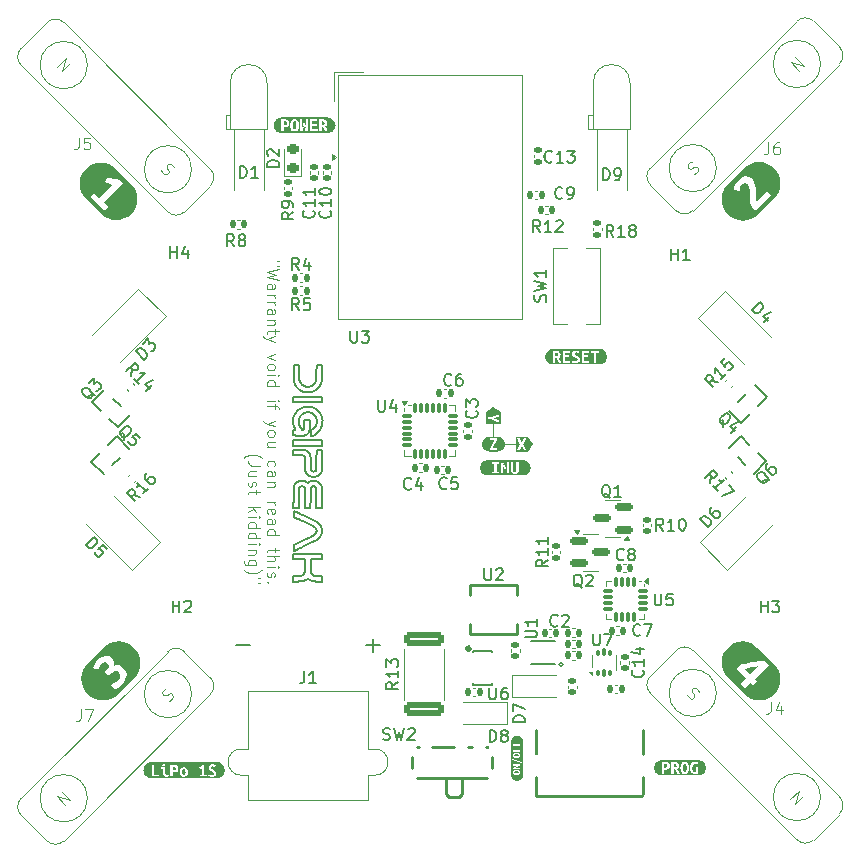
<source format=gto>
G04 #@! TF.GenerationSoftware,KiCad,Pcbnew,9.0.3*
G04 #@! TF.CreationDate,2026-01-20T11:30:40+07:00*
G04 #@! TF.ProjectId,Mini_drone_PCB,4d696e69-5f64-4726-9f6e-655f5043422e,rev?*
G04 #@! TF.SameCoordinates,Original*
G04 #@! TF.FileFunction,Legend,Top*
G04 #@! TF.FilePolarity,Positive*
%FSLAX46Y46*%
G04 Gerber Fmt 4.6, Leading zero omitted, Abs format (unit mm)*
G04 Created by KiCad (PCBNEW 9.0.3) date 2026-01-20 11:30:40*
%MOMM*%
%LPD*%
G01*
G04 APERTURE LIST*
G04 Aperture macros list*
%AMRoundRect*
0 Rectangle with rounded corners*
0 $1 Rounding radius*
0 $2 $3 $4 $5 $6 $7 $8 $9 X,Y pos of 4 corners*
0 Add a 4 corners polygon primitive as box body*
4,1,4,$2,$3,$4,$5,$6,$7,$8,$9,$2,$3,0*
0 Add four circle primitives for the rounded corners*
1,1,$1+$1,$2,$3*
1,1,$1+$1,$4,$5*
1,1,$1+$1,$6,$7*
1,1,$1+$1,$8,$9*
0 Add four rect primitives between the rounded corners*
20,1,$1+$1,$2,$3,$4,$5,0*
20,1,$1+$1,$4,$5,$6,$7,0*
20,1,$1+$1,$6,$7,$8,$9,0*
20,1,$1+$1,$8,$9,$2,$3,0*%
%AMRotRect*
0 Rectangle, with rotation*
0 The origin of the aperture is its center*
0 $1 length*
0 $2 width*
0 $3 Rotation angle, in degrees counterclockwise*
0 Add horizontal line*
21,1,$1,$2,0,0,$3*%
%AMOutline5P*
0 Free polygon, 5 corners , with rotation*
0 The origin of the aperture is its center*
0 number of corners: always 5*
0 $1 to $10 corner X, Y*
0 $11 Rotation angle, in degrees counterclockwise*
0 create outline with 5 corners*
4,1,5,$1,$2,$3,$4,$5,$6,$7,$8,$9,$10,$1,$2,$11*%
%AMOutline6P*
0 Free polygon, 6 corners , with rotation*
0 The origin of the aperture is its center*
0 number of corners: always 6*
0 $1 to $12 corner X, Y*
0 $13 Rotation angle, in degrees counterclockwise*
0 create outline with 6 corners*
4,1,6,$1,$2,$3,$4,$5,$6,$7,$8,$9,$10,$11,$12,$1,$2,$13*%
%AMOutline7P*
0 Free polygon, 7 corners , with rotation*
0 The origin of the aperture is its center*
0 number of corners: always 7*
0 $1 to $14 corner X, Y*
0 $15 Rotation angle, in degrees counterclockwise*
0 create outline with 7 corners*
4,1,7,$1,$2,$3,$4,$5,$6,$7,$8,$9,$10,$11,$12,$13,$14,$1,$2,$15*%
%AMOutline8P*
0 Free polygon, 8 corners , with rotation*
0 The origin of the aperture is its center*
0 number of corners: always 8*
0 $1 to $16 corner X, Y*
0 $17 Rotation angle, in degrees counterclockwise*
0 create outline with 8 corners*
4,1,8,$1,$2,$3,$4,$5,$6,$7,$8,$9,$10,$11,$12,$13,$14,$15,$16,$1,$2,$17*%
G04 Aperture macros list end*
%ADD10C,0.100000*%
%ADD11C,0.200000*%
%ADD12C,0.150000*%
%ADD13C,0.000000*%
%ADD14C,0.120000*%
%ADD15C,0.152500*%
%ADD16C,0.254000*%
%ADD17C,0.300000*%
%ADD18C,3.000000*%
%ADD19C,1.600000*%
%ADD20RoundRect,0.140000X0.140000X0.170000X-0.140000X0.170000X-0.140000X-0.170000X0.140000X-0.170000X0*%
%ADD21C,5.000000*%
%ADD22R,1.000000X1.250000*%
%ADD23RoundRect,0.250000X-1.166726X0.247487X0.247487X-1.166726X1.166726X-0.247487X-0.247487X1.166726X0*%
%ADD24RoundRect,0.150000X-0.587500X-0.150000X0.587500X-0.150000X0.587500X0.150000X-0.587500X0.150000X0*%
%ADD25RoundRect,0.140000X-0.140000X-0.170000X0.140000X-0.170000X0.140000X0.170000X-0.140000X0.170000X0*%
%ADD26RoundRect,0.140000X0.170000X-0.140000X0.170000X0.140000X-0.170000X0.140000X-0.170000X-0.140000X0*%
%ADD27RoundRect,0.140000X-0.219203X-0.021213X-0.021213X-0.219203X0.219203X0.021213X0.021213X0.219203X0*%
%ADD28RoundRect,0.140000X0.021213X-0.219203X0.219203X-0.021213X-0.021213X0.219203X-0.219203X0.021213X0*%
%ADD29RoundRect,0.075000X-0.350000X-0.075000X0.350000X-0.075000X0.350000X0.075000X-0.350000X0.075000X0*%
%ADD30RoundRect,0.075000X0.075000X-0.350000X0.075000X0.350000X-0.075000X0.350000X-0.075000X-0.350000X0*%
%ADD31RoundRect,0.250000X0.247487X1.166726X-1.166726X-0.247487X-0.247487X-1.166726X1.166726X0.247487X0*%
%ADD32RotRect,1.250000X0.700000X315.000000*%
%ADD33RoundRect,0.250000X-0.247487X-1.166726X1.166726X0.247487X0.247487X1.166726X-1.166726X-0.247487X0*%
%ADD34RotRect,1.250000X0.700000X135.000000*%
%ADD35RotRect,1.250000X0.700000X45.000000*%
%ADD36RoundRect,0.140000X-0.170000X0.140000X-0.170000X-0.140000X0.170000X-0.140000X0.170000X0.140000X0*%
%ADD37R,1.200000X1.200000*%
%ADD38RoundRect,0.075000X-0.075000X0.312500X-0.075000X-0.312500X0.075000X-0.312500X0.075000X0.312500X0*%
%ADD39RoundRect,0.075000X-0.312500X0.075000X-0.312500X-0.075000X0.312500X-0.075000X0.312500X0.075000X0*%
%ADD40R,1.800000X1.800000*%
%ADD41RoundRect,0.250000X1.425000X-0.362500X1.425000X0.362500X-1.425000X0.362500X-1.425000X-0.362500X0*%
%ADD42R,0.600000X0.250000*%
%ADD43O,0.600000X0.250000*%
%ADD44R,1.500000X0.300000*%
%ADD45R,0.550000X1.100000*%
%ADD46R,0.300000X1.100000*%
%ADD47O,1.100000X2.000000*%
%ADD48O,1.200000X1.800000*%
%ADD49RoundRect,0.093750X0.093750X-0.156250X0.093750X0.156250X-0.093750X0.156250X-0.093750X-0.156250X0*%
%ADD50RoundRect,0.075000X0.075000X-0.250000X0.075000X0.250000X-0.075000X0.250000X-0.075000X-0.250000X0*%
%ADD51RoundRect,0.140000X-0.021213X0.219203X-0.219203X0.021213X0.021213X-0.219203X0.219203X-0.021213X0*%
%ADD52O,1.252000X0.350000*%
%ADD53R,1.600000X2.000000*%
%ADD54RotRect,1.250000X0.700000X225.000000*%
%ADD55R,0.700000X1.500000*%
%ADD56R,1.000000X0.800000*%
%ADD57RoundRect,0.150000X0.587500X0.150000X-0.587500X0.150000X-0.587500X-0.150000X0.587500X-0.150000X0*%
%ADD58RoundRect,0.218750X0.256250X-0.218750X0.256250X0.218750X-0.256250X0.218750X-0.256250X-0.218750X0*%
%ADD59RoundRect,0.140000X0.219203X0.021213X0.021213X0.219203X-0.219203X-0.021213X-0.021213X-0.219203X0*%
%ADD60RoundRect,0.250000X1.166726X-0.247487X-0.247487X1.166726X-1.166726X0.247487X0.247487X-1.166726X0*%
%ADD61C,3.500000*%
%ADD62R,3.500000X3.500000*%
%ADD63C,1.400000*%
%ADD64C,1.800000*%
%ADD65R,0.800000X0.400000*%
%ADD66R,0.400000X0.800000*%
%ADD67Outline5P,-0.600000X0.204000X-0.204000X0.600000X0.600000X0.600000X0.600000X-0.600000X-0.600000X-0.600000X0.000000*%
%ADD68R,0.800000X0.800000*%
G04 APERTURE END LIST*
D10*
X146364324Y-101000000D02*
X147400000Y-101000000D01*
X145400000Y-100365374D02*
X145400000Y-99200000D01*
X127237524Y-85505635D02*
X127047048Y-85505635D01*
X127237524Y-85886587D02*
X127047048Y-85886587D01*
X127237524Y-86219921D02*
X126237524Y-86458016D01*
X126237524Y-86458016D02*
X126951810Y-86648492D01*
X126951810Y-86648492D02*
X126237524Y-86838968D01*
X126237524Y-86838968D02*
X127237524Y-87077064D01*
X126237524Y-87886587D02*
X126761334Y-87886587D01*
X126761334Y-87886587D02*
X126856572Y-87838968D01*
X126856572Y-87838968D02*
X126904191Y-87743730D01*
X126904191Y-87743730D02*
X126904191Y-87553254D01*
X126904191Y-87553254D02*
X126856572Y-87458016D01*
X126285144Y-87886587D02*
X126237524Y-87791349D01*
X126237524Y-87791349D02*
X126237524Y-87553254D01*
X126237524Y-87553254D02*
X126285144Y-87458016D01*
X126285144Y-87458016D02*
X126380382Y-87410397D01*
X126380382Y-87410397D02*
X126475620Y-87410397D01*
X126475620Y-87410397D02*
X126570858Y-87458016D01*
X126570858Y-87458016D02*
X126618477Y-87553254D01*
X126618477Y-87553254D02*
X126618477Y-87791349D01*
X126618477Y-87791349D02*
X126666096Y-87886587D01*
X126237524Y-88362778D02*
X126904191Y-88362778D01*
X126713715Y-88362778D02*
X126808953Y-88410397D01*
X126808953Y-88410397D02*
X126856572Y-88458016D01*
X126856572Y-88458016D02*
X126904191Y-88553254D01*
X126904191Y-88553254D02*
X126904191Y-88648492D01*
X126237524Y-88981826D02*
X126904191Y-88981826D01*
X126713715Y-88981826D02*
X126808953Y-89029445D01*
X126808953Y-89029445D02*
X126856572Y-89077064D01*
X126856572Y-89077064D02*
X126904191Y-89172302D01*
X126904191Y-89172302D02*
X126904191Y-89267540D01*
X126237524Y-90029445D02*
X126761334Y-90029445D01*
X126761334Y-90029445D02*
X126856572Y-89981826D01*
X126856572Y-89981826D02*
X126904191Y-89886588D01*
X126904191Y-89886588D02*
X126904191Y-89696112D01*
X126904191Y-89696112D02*
X126856572Y-89600874D01*
X126285144Y-90029445D02*
X126237524Y-89934207D01*
X126237524Y-89934207D02*
X126237524Y-89696112D01*
X126237524Y-89696112D02*
X126285144Y-89600874D01*
X126285144Y-89600874D02*
X126380382Y-89553255D01*
X126380382Y-89553255D02*
X126475620Y-89553255D01*
X126475620Y-89553255D02*
X126570858Y-89600874D01*
X126570858Y-89600874D02*
X126618477Y-89696112D01*
X126618477Y-89696112D02*
X126618477Y-89934207D01*
X126618477Y-89934207D02*
X126666096Y-90029445D01*
X126904191Y-90505636D02*
X126237524Y-90505636D01*
X126808953Y-90505636D02*
X126856572Y-90553255D01*
X126856572Y-90553255D02*
X126904191Y-90648493D01*
X126904191Y-90648493D02*
X126904191Y-90791350D01*
X126904191Y-90791350D02*
X126856572Y-90886588D01*
X126856572Y-90886588D02*
X126761334Y-90934207D01*
X126761334Y-90934207D02*
X126237524Y-90934207D01*
X126904191Y-91267541D02*
X126904191Y-91648493D01*
X127237524Y-91410398D02*
X126380382Y-91410398D01*
X126380382Y-91410398D02*
X126285144Y-91458017D01*
X126285144Y-91458017D02*
X126237524Y-91553255D01*
X126237524Y-91553255D02*
X126237524Y-91648493D01*
X126904191Y-91886589D02*
X126237524Y-92124684D01*
X126904191Y-92362779D02*
X126237524Y-92124684D01*
X126237524Y-92124684D02*
X125999429Y-92029446D01*
X125999429Y-92029446D02*
X125951810Y-91981827D01*
X125951810Y-91981827D02*
X125904191Y-91886589D01*
X126904191Y-93410399D02*
X126237524Y-93648494D01*
X126237524Y-93648494D02*
X126904191Y-93886589D01*
X126237524Y-94410399D02*
X126285144Y-94315161D01*
X126285144Y-94315161D02*
X126332763Y-94267542D01*
X126332763Y-94267542D02*
X126428001Y-94219923D01*
X126428001Y-94219923D02*
X126713715Y-94219923D01*
X126713715Y-94219923D02*
X126808953Y-94267542D01*
X126808953Y-94267542D02*
X126856572Y-94315161D01*
X126856572Y-94315161D02*
X126904191Y-94410399D01*
X126904191Y-94410399D02*
X126904191Y-94553256D01*
X126904191Y-94553256D02*
X126856572Y-94648494D01*
X126856572Y-94648494D02*
X126808953Y-94696113D01*
X126808953Y-94696113D02*
X126713715Y-94743732D01*
X126713715Y-94743732D02*
X126428001Y-94743732D01*
X126428001Y-94743732D02*
X126332763Y-94696113D01*
X126332763Y-94696113D02*
X126285144Y-94648494D01*
X126285144Y-94648494D02*
X126237524Y-94553256D01*
X126237524Y-94553256D02*
X126237524Y-94410399D01*
X126237524Y-95172304D02*
X126904191Y-95172304D01*
X127237524Y-95172304D02*
X127189905Y-95124685D01*
X127189905Y-95124685D02*
X127142286Y-95172304D01*
X127142286Y-95172304D02*
X127189905Y-95219923D01*
X127189905Y-95219923D02*
X127237524Y-95172304D01*
X127237524Y-95172304D02*
X127142286Y-95172304D01*
X126237524Y-96077065D02*
X127237524Y-96077065D01*
X126285144Y-96077065D02*
X126237524Y-95981827D01*
X126237524Y-95981827D02*
X126237524Y-95791351D01*
X126237524Y-95791351D02*
X126285144Y-95696113D01*
X126285144Y-95696113D02*
X126332763Y-95648494D01*
X126332763Y-95648494D02*
X126428001Y-95600875D01*
X126428001Y-95600875D02*
X126713715Y-95600875D01*
X126713715Y-95600875D02*
X126808953Y-95648494D01*
X126808953Y-95648494D02*
X126856572Y-95696113D01*
X126856572Y-95696113D02*
X126904191Y-95791351D01*
X126904191Y-95791351D02*
X126904191Y-95981827D01*
X126904191Y-95981827D02*
X126856572Y-96077065D01*
X126237524Y-97315161D02*
X126904191Y-97315161D01*
X127237524Y-97315161D02*
X127189905Y-97267542D01*
X127189905Y-97267542D02*
X127142286Y-97315161D01*
X127142286Y-97315161D02*
X127189905Y-97362780D01*
X127189905Y-97362780D02*
X127237524Y-97315161D01*
X127237524Y-97315161D02*
X127142286Y-97315161D01*
X126904191Y-97648494D02*
X126904191Y-98029446D01*
X126237524Y-97791351D02*
X127094667Y-97791351D01*
X127094667Y-97791351D02*
X127189905Y-97838970D01*
X127189905Y-97838970D02*
X127237524Y-97934208D01*
X127237524Y-97934208D02*
X127237524Y-98029446D01*
X126904191Y-99029447D02*
X126237524Y-99267542D01*
X126904191Y-99505637D02*
X126237524Y-99267542D01*
X126237524Y-99267542D02*
X125999429Y-99172304D01*
X125999429Y-99172304D02*
X125951810Y-99124685D01*
X125951810Y-99124685D02*
X125904191Y-99029447D01*
X126237524Y-100029447D02*
X126285144Y-99934209D01*
X126285144Y-99934209D02*
X126332763Y-99886590D01*
X126332763Y-99886590D02*
X126428001Y-99838971D01*
X126428001Y-99838971D02*
X126713715Y-99838971D01*
X126713715Y-99838971D02*
X126808953Y-99886590D01*
X126808953Y-99886590D02*
X126856572Y-99934209D01*
X126856572Y-99934209D02*
X126904191Y-100029447D01*
X126904191Y-100029447D02*
X126904191Y-100172304D01*
X126904191Y-100172304D02*
X126856572Y-100267542D01*
X126856572Y-100267542D02*
X126808953Y-100315161D01*
X126808953Y-100315161D02*
X126713715Y-100362780D01*
X126713715Y-100362780D02*
X126428001Y-100362780D01*
X126428001Y-100362780D02*
X126332763Y-100315161D01*
X126332763Y-100315161D02*
X126285144Y-100267542D01*
X126285144Y-100267542D02*
X126237524Y-100172304D01*
X126237524Y-100172304D02*
X126237524Y-100029447D01*
X126904191Y-101219923D02*
X126237524Y-101219923D01*
X126904191Y-100791352D02*
X126380382Y-100791352D01*
X126380382Y-100791352D02*
X126285144Y-100838971D01*
X126285144Y-100838971D02*
X126237524Y-100934209D01*
X126237524Y-100934209D02*
X126237524Y-101077066D01*
X126237524Y-101077066D02*
X126285144Y-101172304D01*
X126285144Y-101172304D02*
X126332763Y-101219923D01*
X126285144Y-102886590D02*
X126237524Y-102791352D01*
X126237524Y-102791352D02*
X126237524Y-102600876D01*
X126237524Y-102600876D02*
X126285144Y-102505638D01*
X126285144Y-102505638D02*
X126332763Y-102458019D01*
X126332763Y-102458019D02*
X126428001Y-102410400D01*
X126428001Y-102410400D02*
X126713715Y-102410400D01*
X126713715Y-102410400D02*
X126808953Y-102458019D01*
X126808953Y-102458019D02*
X126856572Y-102505638D01*
X126856572Y-102505638D02*
X126904191Y-102600876D01*
X126904191Y-102600876D02*
X126904191Y-102791352D01*
X126904191Y-102791352D02*
X126856572Y-102886590D01*
X126237524Y-103743733D02*
X126761334Y-103743733D01*
X126761334Y-103743733D02*
X126856572Y-103696114D01*
X126856572Y-103696114D02*
X126904191Y-103600876D01*
X126904191Y-103600876D02*
X126904191Y-103410400D01*
X126904191Y-103410400D02*
X126856572Y-103315162D01*
X126285144Y-103743733D02*
X126237524Y-103648495D01*
X126237524Y-103648495D02*
X126237524Y-103410400D01*
X126237524Y-103410400D02*
X126285144Y-103315162D01*
X126285144Y-103315162D02*
X126380382Y-103267543D01*
X126380382Y-103267543D02*
X126475620Y-103267543D01*
X126475620Y-103267543D02*
X126570858Y-103315162D01*
X126570858Y-103315162D02*
X126618477Y-103410400D01*
X126618477Y-103410400D02*
X126618477Y-103648495D01*
X126618477Y-103648495D02*
X126666096Y-103743733D01*
X126904191Y-104219924D02*
X126237524Y-104219924D01*
X126808953Y-104219924D02*
X126856572Y-104267543D01*
X126856572Y-104267543D02*
X126904191Y-104362781D01*
X126904191Y-104362781D02*
X126904191Y-104505638D01*
X126904191Y-104505638D02*
X126856572Y-104600876D01*
X126856572Y-104600876D02*
X126761334Y-104648495D01*
X126761334Y-104648495D02*
X126237524Y-104648495D01*
X126237524Y-105886591D02*
X126904191Y-105886591D01*
X126713715Y-105886591D02*
X126808953Y-105934210D01*
X126808953Y-105934210D02*
X126856572Y-105981829D01*
X126856572Y-105981829D02*
X126904191Y-106077067D01*
X126904191Y-106077067D02*
X126904191Y-106172305D01*
X126285144Y-106886591D02*
X126237524Y-106791353D01*
X126237524Y-106791353D02*
X126237524Y-106600877D01*
X126237524Y-106600877D02*
X126285144Y-106505639D01*
X126285144Y-106505639D02*
X126380382Y-106458020D01*
X126380382Y-106458020D02*
X126761334Y-106458020D01*
X126761334Y-106458020D02*
X126856572Y-106505639D01*
X126856572Y-106505639D02*
X126904191Y-106600877D01*
X126904191Y-106600877D02*
X126904191Y-106791353D01*
X126904191Y-106791353D02*
X126856572Y-106886591D01*
X126856572Y-106886591D02*
X126761334Y-106934210D01*
X126761334Y-106934210D02*
X126666096Y-106934210D01*
X126666096Y-106934210D02*
X126570858Y-106458020D01*
X126237524Y-107791353D02*
X126761334Y-107791353D01*
X126761334Y-107791353D02*
X126856572Y-107743734D01*
X126856572Y-107743734D02*
X126904191Y-107648496D01*
X126904191Y-107648496D02*
X126904191Y-107458020D01*
X126904191Y-107458020D02*
X126856572Y-107362782D01*
X126285144Y-107791353D02*
X126237524Y-107696115D01*
X126237524Y-107696115D02*
X126237524Y-107458020D01*
X126237524Y-107458020D02*
X126285144Y-107362782D01*
X126285144Y-107362782D02*
X126380382Y-107315163D01*
X126380382Y-107315163D02*
X126475620Y-107315163D01*
X126475620Y-107315163D02*
X126570858Y-107362782D01*
X126570858Y-107362782D02*
X126618477Y-107458020D01*
X126618477Y-107458020D02*
X126618477Y-107696115D01*
X126618477Y-107696115D02*
X126666096Y-107791353D01*
X126237524Y-108696115D02*
X127237524Y-108696115D01*
X126285144Y-108696115D02*
X126237524Y-108600877D01*
X126237524Y-108600877D02*
X126237524Y-108410401D01*
X126237524Y-108410401D02*
X126285144Y-108315163D01*
X126285144Y-108315163D02*
X126332763Y-108267544D01*
X126332763Y-108267544D02*
X126428001Y-108219925D01*
X126428001Y-108219925D02*
X126713715Y-108219925D01*
X126713715Y-108219925D02*
X126808953Y-108267544D01*
X126808953Y-108267544D02*
X126856572Y-108315163D01*
X126856572Y-108315163D02*
X126904191Y-108410401D01*
X126904191Y-108410401D02*
X126904191Y-108600877D01*
X126904191Y-108600877D02*
X126856572Y-108696115D01*
X126904191Y-109791354D02*
X126904191Y-110172306D01*
X127237524Y-109934211D02*
X126380382Y-109934211D01*
X126380382Y-109934211D02*
X126285144Y-109981830D01*
X126285144Y-109981830D02*
X126237524Y-110077068D01*
X126237524Y-110077068D02*
X126237524Y-110172306D01*
X126237524Y-110505640D02*
X127237524Y-110505640D01*
X126237524Y-110934211D02*
X126761334Y-110934211D01*
X126761334Y-110934211D02*
X126856572Y-110886592D01*
X126856572Y-110886592D02*
X126904191Y-110791354D01*
X126904191Y-110791354D02*
X126904191Y-110648497D01*
X126904191Y-110648497D02*
X126856572Y-110553259D01*
X126856572Y-110553259D02*
X126808953Y-110505640D01*
X126237524Y-111410402D02*
X126904191Y-111410402D01*
X127237524Y-111410402D02*
X127189905Y-111362783D01*
X127189905Y-111362783D02*
X127142286Y-111410402D01*
X127142286Y-111410402D02*
X127189905Y-111458021D01*
X127189905Y-111458021D02*
X127237524Y-111410402D01*
X127237524Y-111410402D02*
X127142286Y-111410402D01*
X126285144Y-111838973D02*
X126237524Y-111934211D01*
X126237524Y-111934211D02*
X126237524Y-112124687D01*
X126237524Y-112124687D02*
X126285144Y-112219925D01*
X126285144Y-112219925D02*
X126380382Y-112267544D01*
X126380382Y-112267544D02*
X126428001Y-112267544D01*
X126428001Y-112267544D02*
X126523239Y-112219925D01*
X126523239Y-112219925D02*
X126570858Y-112124687D01*
X126570858Y-112124687D02*
X126570858Y-111981830D01*
X126570858Y-111981830D02*
X126618477Y-111886592D01*
X126618477Y-111886592D02*
X126713715Y-111838973D01*
X126713715Y-111838973D02*
X126761334Y-111838973D01*
X126761334Y-111838973D02*
X126856572Y-111886592D01*
X126856572Y-111886592D02*
X126904191Y-111981830D01*
X126904191Y-111981830D02*
X126904191Y-112124687D01*
X126904191Y-112124687D02*
X126856572Y-112219925D01*
X126332763Y-112696116D02*
X126285144Y-112743735D01*
X126285144Y-112743735D02*
X126237524Y-112696116D01*
X126237524Y-112696116D02*
X126285144Y-112648497D01*
X126285144Y-112648497D02*
X126332763Y-112696116D01*
X126332763Y-112696116D02*
X126237524Y-112696116D01*
X124246628Y-102172304D02*
X124294247Y-102124685D01*
X124294247Y-102124685D02*
X124437104Y-102029447D01*
X124437104Y-102029447D02*
X124532342Y-101981828D01*
X124532342Y-101981828D02*
X124675200Y-101934209D01*
X124675200Y-101934209D02*
X124913295Y-101886590D01*
X124913295Y-101886590D02*
X125103771Y-101886590D01*
X125103771Y-101886590D02*
X125341866Y-101934209D01*
X125341866Y-101934209D02*
X125484723Y-101981828D01*
X125484723Y-101981828D02*
X125579961Y-102029447D01*
X125579961Y-102029447D02*
X125722819Y-102124685D01*
X125722819Y-102124685D02*
X125770438Y-102172304D01*
X125627580Y-102838971D02*
X124913295Y-102838971D01*
X124913295Y-102838971D02*
X124770438Y-102791352D01*
X124770438Y-102791352D02*
X124675200Y-102696114D01*
X124675200Y-102696114D02*
X124627580Y-102553257D01*
X124627580Y-102553257D02*
X124627580Y-102458019D01*
X125294247Y-103743733D02*
X124627580Y-103743733D01*
X125294247Y-103315162D02*
X124770438Y-103315162D01*
X124770438Y-103315162D02*
X124675200Y-103362781D01*
X124675200Y-103362781D02*
X124627580Y-103458019D01*
X124627580Y-103458019D02*
X124627580Y-103600876D01*
X124627580Y-103600876D02*
X124675200Y-103696114D01*
X124675200Y-103696114D02*
X124722819Y-103743733D01*
X124675200Y-104172305D02*
X124627580Y-104267543D01*
X124627580Y-104267543D02*
X124627580Y-104458019D01*
X124627580Y-104458019D02*
X124675200Y-104553257D01*
X124675200Y-104553257D02*
X124770438Y-104600876D01*
X124770438Y-104600876D02*
X124818057Y-104600876D01*
X124818057Y-104600876D02*
X124913295Y-104553257D01*
X124913295Y-104553257D02*
X124960914Y-104458019D01*
X124960914Y-104458019D02*
X124960914Y-104315162D01*
X124960914Y-104315162D02*
X125008533Y-104219924D01*
X125008533Y-104219924D02*
X125103771Y-104172305D01*
X125103771Y-104172305D02*
X125151390Y-104172305D01*
X125151390Y-104172305D02*
X125246628Y-104219924D01*
X125246628Y-104219924D02*
X125294247Y-104315162D01*
X125294247Y-104315162D02*
X125294247Y-104458019D01*
X125294247Y-104458019D02*
X125246628Y-104553257D01*
X125294247Y-104886591D02*
X125294247Y-105267543D01*
X125627580Y-105029448D02*
X124770438Y-105029448D01*
X124770438Y-105029448D02*
X124675200Y-105077067D01*
X124675200Y-105077067D02*
X124627580Y-105172305D01*
X124627580Y-105172305D02*
X124627580Y-105267543D01*
X124627580Y-106362782D02*
X125627580Y-106362782D01*
X125008533Y-106458020D02*
X124627580Y-106743734D01*
X125294247Y-106743734D02*
X124913295Y-106362782D01*
X124627580Y-107172306D02*
X125294247Y-107172306D01*
X125627580Y-107172306D02*
X125579961Y-107124687D01*
X125579961Y-107124687D02*
X125532342Y-107172306D01*
X125532342Y-107172306D02*
X125579961Y-107219925D01*
X125579961Y-107219925D02*
X125627580Y-107172306D01*
X125627580Y-107172306D02*
X125532342Y-107172306D01*
X124627580Y-108077067D02*
X125627580Y-108077067D01*
X124675200Y-108077067D02*
X124627580Y-107981829D01*
X124627580Y-107981829D02*
X124627580Y-107791353D01*
X124627580Y-107791353D02*
X124675200Y-107696115D01*
X124675200Y-107696115D02*
X124722819Y-107648496D01*
X124722819Y-107648496D02*
X124818057Y-107600877D01*
X124818057Y-107600877D02*
X125103771Y-107600877D01*
X125103771Y-107600877D02*
X125199009Y-107648496D01*
X125199009Y-107648496D02*
X125246628Y-107696115D01*
X125246628Y-107696115D02*
X125294247Y-107791353D01*
X125294247Y-107791353D02*
X125294247Y-107981829D01*
X125294247Y-107981829D02*
X125246628Y-108077067D01*
X124627580Y-108981829D02*
X125627580Y-108981829D01*
X124675200Y-108981829D02*
X124627580Y-108886591D01*
X124627580Y-108886591D02*
X124627580Y-108696115D01*
X124627580Y-108696115D02*
X124675200Y-108600877D01*
X124675200Y-108600877D02*
X124722819Y-108553258D01*
X124722819Y-108553258D02*
X124818057Y-108505639D01*
X124818057Y-108505639D02*
X125103771Y-108505639D01*
X125103771Y-108505639D02*
X125199009Y-108553258D01*
X125199009Y-108553258D02*
X125246628Y-108600877D01*
X125246628Y-108600877D02*
X125294247Y-108696115D01*
X125294247Y-108696115D02*
X125294247Y-108886591D01*
X125294247Y-108886591D02*
X125246628Y-108981829D01*
X124627580Y-109458020D02*
X125294247Y-109458020D01*
X125627580Y-109458020D02*
X125579961Y-109410401D01*
X125579961Y-109410401D02*
X125532342Y-109458020D01*
X125532342Y-109458020D02*
X125579961Y-109505639D01*
X125579961Y-109505639D02*
X125627580Y-109458020D01*
X125627580Y-109458020D02*
X125532342Y-109458020D01*
X125294247Y-109934210D02*
X124627580Y-109934210D01*
X125199009Y-109934210D02*
X125246628Y-109981829D01*
X125246628Y-109981829D02*
X125294247Y-110077067D01*
X125294247Y-110077067D02*
X125294247Y-110219924D01*
X125294247Y-110219924D02*
X125246628Y-110315162D01*
X125246628Y-110315162D02*
X125151390Y-110362781D01*
X125151390Y-110362781D02*
X124627580Y-110362781D01*
X125294247Y-111267543D02*
X124484723Y-111267543D01*
X124484723Y-111267543D02*
X124389485Y-111219924D01*
X124389485Y-111219924D02*
X124341866Y-111172305D01*
X124341866Y-111172305D02*
X124294247Y-111077067D01*
X124294247Y-111077067D02*
X124294247Y-110934210D01*
X124294247Y-110934210D02*
X124341866Y-110838972D01*
X124675200Y-111267543D02*
X124627580Y-111172305D01*
X124627580Y-111172305D02*
X124627580Y-110981829D01*
X124627580Y-110981829D02*
X124675200Y-110886591D01*
X124675200Y-110886591D02*
X124722819Y-110838972D01*
X124722819Y-110838972D02*
X124818057Y-110791353D01*
X124818057Y-110791353D02*
X125103771Y-110791353D01*
X125103771Y-110791353D02*
X125199009Y-110838972D01*
X125199009Y-110838972D02*
X125246628Y-110886591D01*
X125246628Y-110886591D02*
X125294247Y-110981829D01*
X125294247Y-110981829D02*
X125294247Y-111172305D01*
X125294247Y-111172305D02*
X125246628Y-111267543D01*
X124246628Y-111648496D02*
X124294247Y-111696115D01*
X124294247Y-111696115D02*
X124437104Y-111791353D01*
X124437104Y-111791353D02*
X124532342Y-111838972D01*
X124532342Y-111838972D02*
X124675200Y-111886591D01*
X124675200Y-111886591D02*
X124913295Y-111934210D01*
X124913295Y-111934210D02*
X125103771Y-111934210D01*
X125103771Y-111934210D02*
X125341866Y-111886591D01*
X125341866Y-111886591D02*
X125484723Y-111838972D01*
X125484723Y-111838972D02*
X125579961Y-111791353D01*
X125579961Y-111791353D02*
X125722819Y-111696115D01*
X125722819Y-111696115D02*
X125770438Y-111648496D01*
X125627580Y-112362782D02*
X125437104Y-112362782D01*
X125627580Y-112743734D02*
X125437104Y-112743734D01*
D11*
X130861470Y-98681055D02*
G75*
G02*
X130925771Y-98948900I-1192169J-427844D01*
G01*
X130739589Y-98425439D02*
G75*
G02*
X130861465Y-98681057I-1208288J-732961D01*
G01*
X130569846Y-98200332D02*
G75*
G02*
X130739588Y-98425440I-1027945J-951668D01*
G01*
X130363939Y-98022749D02*
G75*
G02*
X130569846Y-98200332I-684938J-1002351D01*
G01*
X130040903Y-97870359D02*
G75*
G02*
X130363943Y-98022743I-314702J-1085741D01*
G01*
X129676384Y-97820207D02*
G75*
G02*
X130040902Y-97870364I11017J-1269593D01*
G01*
X129310604Y-97876671D02*
G75*
G02*
X129676384Y-97820207I376947J-1228889D01*
G01*
X128983952Y-98034742D02*
G75*
G02*
X129310603Y-97876668I675651J-979658D01*
G01*
X128825755Y-98164097D02*
G75*
G02*
X128983955Y-98034747I869247J-901703D01*
G01*
X128690330Y-98317718D02*
G75*
G02*
X128825756Y-98164098I1012272J-755881D01*
G01*
X128579715Y-98493575D02*
G75*
G02*
X128690336Y-98317723I1153386J-602825D01*
G01*
X128495353Y-98689092D02*
G75*
G02*
X128579708Y-98493571I1356549J-469308D01*
G01*
X128495353Y-98689092D02*
X128465126Y-98786505D01*
X128449392Y-98863918D02*
G75*
G02*
X128465128Y-98786506I574509J-76481D01*
G01*
X128442372Y-98953331D02*
G75*
G02*
X128449391Y-98863918I831229J-20269D01*
G01*
X128442372Y-98953331D02*
X128440811Y-99098900D01*
X128440811Y-99098900D02*
X128443252Y-99248334D01*
X128451051Y-99335477D02*
G75*
G02*
X128443250Y-99248334I725651J108878D01*
G01*
X128468351Y-99411499D02*
G75*
G02*
X128451050Y-99335477I497950J153300D01*
G01*
X128468351Y-99411499D02*
X128502950Y-99513116D01*
X128502950Y-99513116D02*
X128528775Y-99579303D01*
X128528775Y-99579303D02*
X128555610Y-99642381D01*
X128555610Y-99642381D02*
X128580111Y-99695383D01*
X128596018Y-99722566D02*
G75*
G02*
X128580119Y-99695379I158384J110866D01*
G01*
X128596018Y-99722566D02*
G75*
G02*
X128622702Y-99765218I-396018J-277434D01*
G01*
X128622698Y-99765220D02*
G75*
G02*
X128621890Y-99784704I-16396J-9079D01*
G01*
X128621918Y-99784723D02*
G75*
G02*
X128603338Y-99796359I-22216J14823D01*
G01*
X128603341Y-99796383D02*
X128542701Y-99802750D01*
X128542701Y-99802750D02*
X128457702Y-99808900D01*
X128457702Y-99808900D02*
X128452093Y-100040977D01*
X128452093Y-100040977D02*
X128446482Y-100273055D01*
X128446482Y-100273055D02*
X128842749Y-100287243D01*
X128842749Y-100287243D02*
X129143823Y-100294469D01*
X129321782Y-100287470D02*
G75*
G02*
X129143823Y-100294472I-156881J1722171D01*
G01*
X129446541Y-100265102D02*
G75*
G02*
X129321782Y-100287474I-191240J707402D01*
G01*
X129554171Y-100222458D02*
G75*
G02*
X129446540Y-100265097I-241269J451859D01*
G01*
X129638560Y-100166148D02*
G75*
G02*
X129554174Y-100222463I-328758J401248D01*
G01*
X129706898Y-100096350D02*
G75*
G02*
X129638554Y-100166141I-351397J275750D01*
G01*
X129762460Y-100008525D02*
G75*
G02*
X129706903Y-100096354I-460059J229525D01*
G01*
X129808689Y-99898059D02*
G75*
G02*
X129762461Y-100008525I-852287J291759D01*
G01*
X129832371Y-99812574D02*
G75*
G02*
X129808693Y-99898060I-728570J155774D01*
G01*
X129846774Y-99721735D02*
G75*
G02*
X129832373Y-99812574I-855973J89136D01*
G01*
X129846774Y-99721735D02*
X129855835Y-99595546D01*
X129855835Y-99595546D02*
X129862967Y-99376949D01*
X129862967Y-99376949D02*
X129873033Y-98984999D01*
X129873033Y-98984999D02*
X129795368Y-98972170D01*
X129795368Y-98972170D02*
X129754719Y-98967201D01*
X129754719Y-98967201D02*
X129692587Y-98963044D01*
X129692587Y-98963044D02*
X129622704Y-98960145D01*
X129622704Y-98960145D02*
X129554541Y-98959119D01*
X129554541Y-98959119D02*
X129391383Y-98958899D01*
X129391383Y-98958899D02*
X129384542Y-99345859D01*
X129384542Y-99345859D02*
X129377282Y-99611372D01*
X129377282Y-99611372D02*
G75*
G02*
X129362765Y-99724776I-633581J23473D01*
G01*
X129362769Y-99724777D02*
G75*
G02*
X129333688Y-99778267I-107468J23777D01*
G01*
X129333692Y-99778271D02*
G75*
G02*
X129284395Y-99798900I-49290J48571D01*
G01*
X129284395Y-99798899D02*
G75*
G02*
X129263706Y-99793519I7J42499D01*
G01*
X129263705Y-99793522D02*
X129228228Y-99771736D01*
X129228228Y-99771736D02*
G75*
G02*
X129187789Y-99741838I319873J474937D01*
G01*
X129187793Y-99741833D02*
X129147128Y-99706428D01*
X129147128Y-99706428D02*
G75*
G02*
X128989187Y-99485171I470173J502628D01*
G01*
X128989178Y-99485175D02*
G75*
G02*
X128914618Y-99203436I822024J368276D01*
G01*
X128914610Y-99203437D02*
G75*
G02*
X128933084Y-98905573I942691J91038D01*
G01*
X128933087Y-98905574D02*
G75*
G02*
X129043952Y-98637976I822814J-184125D01*
G01*
X129043956Y-98637978D02*
G75*
G02*
X129235690Y-98442416I554446J-351821D01*
G01*
X129235688Y-98442412D02*
G75*
G02*
X129503582Y-98325665I465613J-702688D01*
G01*
X129503580Y-98325658D02*
G75*
G02*
X129793319Y-98307888I194961J-807861D01*
G01*
X129793319Y-98307888D02*
G75*
G02*
X130047696Y-98395762I-70918J-617412D01*
G01*
X130047702Y-98395753D02*
G75*
G02*
X130231866Y-98539891I-541700J-881846D01*
G01*
X130231865Y-98539892D02*
G75*
G02*
X130358529Y-98709447I-490763J-498708D01*
G01*
X130358541Y-98709441D02*
G75*
G02*
X130428204Y-98908226I-610540J-325559D01*
G01*
X130428196Y-98908227D02*
G75*
G02*
X130443847Y-99138748I-977695J-182173D01*
G01*
X130443849Y-99138748D02*
G75*
G02*
X130414129Y-99330400I-922647J44948D01*
G01*
X130414134Y-99330401D02*
G75*
G02*
X130345689Y-99496654I-662432J175501D01*
G01*
X130345688Y-99496653D02*
G75*
G02*
X130236601Y-99638907I-590087J339554D01*
G01*
X130236607Y-99638913D02*
G75*
G02*
X130086646Y-99759576I-636406J637413D01*
G01*
X130086646Y-99759576D02*
X129987701Y-99823070D01*
X129987701Y-99823070D02*
X129987701Y-100073153D01*
X129987701Y-100073153D02*
X129987701Y-100323235D01*
X129987701Y-100323235D02*
X130042702Y-100310575D01*
X130073005Y-100301209D02*
G75*
G02*
X130042702Y-100310577I-78804J201209D01*
G01*
X130073005Y-100301209D02*
X130125560Y-100279745D01*
X130125560Y-100279745D02*
X130186142Y-100252858D01*
X130186142Y-100252858D02*
X130247542Y-100223406D01*
X130546425Y-100005687D02*
G75*
G02*
X130247545Y-100223413I-790824J771588D01*
G01*
X130777543Y-99689416D02*
G75*
G02*
X130546422Y-100005684I-1221442J650016D01*
G01*
X130911122Y-99320376D02*
G75*
G02*
X130777551Y-99689420I-1359821J283476D01*
G01*
X130925775Y-98948900D02*
G75*
G02*
X130911110Y-99320373I-1115173J-142000D01*
G01*
X130654554Y-94303249D02*
X130417702Y-94308900D01*
X130417702Y-94308900D02*
X130407130Y-94948900D01*
X130407130Y-94948900D02*
X130397427Y-95396579D01*
X130397427Y-95396579D02*
G75*
G02*
X130382555Y-95577678I-1648026J44179D01*
G01*
X130382553Y-95577678D02*
G75*
G02*
X130350108Y-95701856I-538152J74279D01*
G01*
X130350117Y-95701859D02*
G75*
G02*
X130284044Y-95841117I-1039616J407959D01*
G01*
X130284051Y-95841121D02*
G75*
G02*
X130156802Y-95985503I-401650J225722D01*
G01*
X130156800Y-95985500D02*
G75*
G02*
X129959301Y-96094751I-507999J685200D01*
G01*
X129959302Y-96094753D02*
G75*
G02*
X129733747Y-96150722I-327900J838953D01*
G01*
X129733747Y-96150722D02*
G75*
G02*
X129523551Y-96138358I-69644J608922D01*
G01*
X129523550Y-96138360D02*
G75*
G02*
X129329033Y-96068331I208051J883060D01*
G01*
X129329033Y-96068332D02*
G75*
G02*
X129174872Y-95960506I277969J561533D01*
G01*
X129174886Y-95960491D02*
G75*
G02*
X129060185Y-95812191I428716J450091D01*
G01*
X129060197Y-95812184D02*
G75*
G02*
X128982221Y-95622650I770704J427884D01*
G01*
X128982208Y-95622654D02*
G75*
G02*
X128973540Y-95570640I234193J65755D01*
G01*
X128973534Y-95570640D02*
X128964082Y-95388440D01*
X128964082Y-95388440D02*
X128955659Y-95171784D01*
X128955659Y-95171784D02*
X128949595Y-94928900D01*
X128949595Y-94928900D02*
X128937702Y-94308900D01*
X128937702Y-94308900D02*
X128707702Y-94308899D01*
X128707702Y-94308899D02*
X128477701Y-94308899D01*
X128477701Y-94308899D02*
X128477702Y-94948900D01*
X128477702Y-94948900D02*
X128478818Y-95350172D01*
X128478818Y-95350172D02*
X128484318Y-95521336D01*
X128497744Y-95634531D02*
G75*
G02*
X128484316Y-95521336I946157J169632D01*
G01*
X128524714Y-95748900D02*
G75*
G02*
X128497741Y-95634531I1040688J305801D01*
G01*
X128580843Y-95910289D02*
G75*
G02*
X128524716Y-95748899I1619558J653690D01*
G01*
X128647229Y-96046451D02*
G75*
G02*
X128580846Y-95910288I937772J541451D01*
G01*
X128730551Y-96169436D02*
G75*
G02*
X128647228Y-96046452I813450J640837D01*
G01*
X128837701Y-96290936D02*
G75*
G02*
X128730554Y-96169434I1040700J1025736D01*
G01*
X129015983Y-96440032D02*
G75*
G02*
X128837701Y-96290936I683919J998932D01*
G01*
X129209006Y-96541589D02*
G75*
G02*
X129015984Y-96440031I339195J878890D01*
G01*
X129428666Y-96599626D02*
G75*
G02*
X129209003Y-96541598I152835J1023326D01*
G01*
X129686903Y-96618662D02*
G75*
G02*
X129428667Y-96599618I-1902J1734562D01*
G01*
X129686903Y-96618662D02*
X129849917Y-96612264D01*
X129983025Y-96592860D02*
G75*
G02*
X129849917Y-96612258I-210223J976160D01*
G01*
X130106436Y-96556838D02*
G75*
G02*
X129983026Y-96592863I-312035J839538D01*
G01*
X130239074Y-96499716D02*
G75*
G02*
X130106435Y-96556836I-627873J1275417D01*
G01*
X130450564Y-96366061D02*
G75*
G02*
X130239072Y-96499711I-733063J925862D01*
G01*
X130618718Y-96196012D02*
G75*
G02*
X130450567Y-96366065I-781717J604812D01*
G01*
X130747829Y-95982402D02*
G75*
G02*
X130618720Y-96196014I-990428J452802D01*
G01*
X130843205Y-95718900D02*
G75*
G02*
X130747820Y-95982398I-1660004J451901D01*
G01*
X130858403Y-95634705D02*
G75*
G02*
X130843196Y-95718898I-489302J44906D01*
G01*
X130858403Y-95634705D02*
X130868651Y-95491029D01*
X130868651Y-95491029D02*
X130876374Y-95280047D01*
X130876374Y-95280047D02*
X130882276Y-94953248D01*
X130882276Y-94953248D02*
X130891407Y-94297599D01*
X130891407Y-94297599D02*
X130654554Y-94303249D01*
X129667702Y-96998900D02*
X128447701Y-96998899D01*
X128447701Y-96998899D02*
X128447701Y-97238900D01*
X128447701Y-97238900D02*
X128447701Y-97478900D01*
X128447701Y-97478900D02*
X129667702Y-97478899D01*
X129667702Y-97478899D02*
X130887701Y-97478899D01*
X130887701Y-97478899D02*
X130887702Y-97238899D01*
X130887702Y-97238899D02*
X130887701Y-96998900D01*
X130887701Y-96998900D02*
X129667702Y-96998900D01*
X129672702Y-100663745D02*
X128457701Y-100668899D01*
X128457701Y-100668899D02*
X128452066Y-100903900D01*
X128452066Y-100903900D02*
X128446432Y-101138900D01*
X128446432Y-101138900D02*
X129667067Y-101138900D01*
X129667067Y-101138900D02*
X130887701Y-101138900D01*
X130887701Y-101138900D02*
X130887701Y-100898745D01*
X130887701Y-100898745D02*
X130887702Y-100658590D01*
X130887702Y-100658590D02*
X129672702Y-100663745D01*
X130652701Y-101483265D02*
X130417702Y-101488899D01*
X130417702Y-101488899D02*
X130407702Y-102342308D01*
X130407702Y-102342308D02*
X130397702Y-103195715D01*
X130397702Y-103195715D02*
X130349186Y-103247337D01*
X130349186Y-103247337D02*
G75*
G02*
X130266884Y-103304848I-178385J167637D01*
G01*
X130266883Y-103304846D02*
G75*
G02*
X130167695Y-103325122I-99182J232446D01*
G01*
X130167695Y-103325122D02*
G75*
G02*
X130068507Y-103304842I6J252722D01*
G01*
X130068509Y-103304838D02*
G75*
G02*
X129986214Y-103247327I96092J225138D01*
G01*
X129986217Y-103247324D02*
G75*
G02*
X129957112Y-103199179I98185J92225D01*
G01*
X129957102Y-103199182D02*
G75*
G02*
X129942054Y-103131454I285999J99082D01*
G01*
X129942046Y-103131455D02*
X129933572Y-103006103D01*
X129933572Y-103006103D02*
X129923124Y-102642294D01*
X129923124Y-102642294D02*
X129915912Y-102422268D01*
X129915912Y-102422268D02*
X129906284Y-102218888D01*
X129906284Y-102218888D02*
X129895728Y-102048568D01*
X129886266Y-101978019D02*
G75*
G02*
X129895728Y-102048568I-537365J-107981D01*
G01*
X129822172Y-101809503D02*
G75*
G02*
X129886275Y-101978017I-473570J-276597D01*
G01*
X129705662Y-101666084D02*
G75*
G02*
X129822161Y-101809510I-404661J-447716D01*
G01*
X129546347Y-101560005D02*
G75*
G02*
X129705661Y-101666085I-277545J-589495D01*
G01*
X129357729Y-101500372D02*
G75*
G02*
X129546343Y-101560012I-127227J-730428D01*
G01*
X129286778Y-101492023D02*
G75*
G02*
X129357728Y-101500376I-39976J-645077D01*
G01*
X129286778Y-101492023D02*
X129155095Y-101485207D01*
X129155095Y-101485207D02*
X129000704Y-101480475D01*
X129000704Y-101480475D02*
X128841063Y-101478900D01*
X128841063Y-101478900D02*
X128447701Y-101478900D01*
X128447701Y-101478900D02*
X128447701Y-101708899D01*
X128447701Y-101708899D02*
X128447701Y-101938900D01*
X128447701Y-101938900D02*
X128812701Y-101939012D01*
X128812701Y-101939012D02*
X128957864Y-101940551D01*
X128957864Y-101940551D02*
X129092137Y-101945103D01*
X129092137Y-101945103D02*
X129204406Y-101951555D01*
X129204406Y-101951555D02*
G75*
G02*
X129251418Y-101959589I-15905J-234645D01*
G01*
X129251416Y-101959597D02*
G75*
G02*
X129283377Y-101971858I-48114J-173203D01*
G01*
X129283379Y-101971854D02*
G75*
G02*
X129318540Y-101991963I-155878J-313346D01*
G01*
X129318542Y-101991960D02*
G75*
G02*
X129351408Y-102016182I-193041J-296340D01*
G01*
X129351409Y-102016181D02*
G75*
G02*
X129376411Y-102041024I-126208J-152019D01*
G01*
X129376415Y-102041020D02*
X129427703Y-102101969D01*
X129427703Y-102101969D02*
X129427817Y-102595435D01*
X129427817Y-102595435D02*
X129431532Y-102958879D01*
X129445532Y-103167381D02*
G75*
G02*
X129431533Y-102958879I2217069J253581D01*
G01*
X129474046Y-103312062D02*
G75*
G02*
X129445534Y-103167381I879956J248563D01*
G01*
X129524209Y-103438199D02*
G75*
G02*
X129474048Y-103312061I583793J305199D01*
G01*
X129777935Y-103696745D02*
G75*
G02*
X129524211Y-103438198I299667J547845D01*
G01*
X130152290Y-103794542D02*
G75*
G02*
X129777938Y-103696740I8412J797542D01*
G01*
X130531037Y-103704866D02*
G75*
G02*
X130152290Y-103794538I-370235J719066D01*
G01*
X130796229Y-103451585D02*
G75*
G02*
X130531036Y-103704863I-561828J322785D01*
G01*
X130846828Y-103325301D02*
G75*
G02*
X130796236Y-103451589I-472227J115901D01*
G01*
X130873167Y-103162722D02*
G75*
G02*
X130846824Y-103325300I-1025365J82722D01*
G01*
X130873167Y-103162722D02*
X130885107Y-102895899D01*
X130885107Y-102895899D02*
X130887701Y-102317280D01*
X130887701Y-102317280D02*
X130887701Y-101477631D01*
X130887701Y-101477631D02*
X130652701Y-101483265D01*
X130724296Y-104361551D02*
G75*
G02*
X130858498Y-104603971I-522394J-447549D01*
G01*
X130502976Y-104185999D02*
G75*
G02*
X130724308Y-104361541I-341275J-657601D01*
G01*
X130229391Y-104104527D02*
G75*
G02*
X130502975Y-104186001I-75790J-754573D01*
G01*
X129946331Y-104130517D02*
G75*
G02*
X130229390Y-104104535I208470J-716283D01*
G01*
X129946331Y-104130517D02*
X129899348Y-104146287D01*
X129899348Y-104146287D02*
X129847943Y-104167606D01*
X129847943Y-104167606D02*
X129799929Y-104190856D01*
X129763938Y-104212380D02*
G75*
G02*
X129799931Y-104190860I200164J-293920D01*
G01*
X129763938Y-104212380D02*
X129690176Y-104262625D01*
X129690176Y-104262625D02*
X129563938Y-104201281D01*
X129388776Y-104137335D02*
G75*
G02*
X129563936Y-104201284I-223875J-885065D01*
G01*
X129206491Y-104111365D02*
G75*
G02*
X129388775Y-104137341I-30690J-867935D01*
G01*
X129026670Y-104124575D02*
G75*
G02*
X129206491Y-104111373I150431J-817725D01*
G01*
X128858760Y-104176371D02*
G75*
G02*
X129026669Y-104124569I303841J-686829D01*
G01*
X128762872Y-104232009D02*
G75*
G02*
X128858759Y-104176368I301529J-409190D01*
G01*
X128665210Y-104315267D02*
G75*
G02*
X128762876Y-104232015I635090J-646133D01*
G01*
X128580717Y-104411051D02*
G75*
G02*
X128665209Y-104315266I714786J-545349D01*
G01*
X128524852Y-104504624D02*
G75*
G02*
X128580710Y-104411046I438151J-198076D01*
G01*
X128496634Y-104594117D02*
G75*
G02*
X128524861Y-104504628I387668J-73082D01*
G01*
X128482942Y-104707827D02*
G75*
G02*
X128496636Y-104594117I862359J-46172D01*
G01*
X128482942Y-104707827D02*
X128476578Y-104910136D01*
X128476578Y-104910136D02*
X128471915Y-105493900D01*
X128471915Y-105493900D02*
X128466130Y-106378900D01*
X128466130Y-106378900D02*
X128706915Y-106378900D01*
X128706915Y-106378900D02*
X128947701Y-106378900D01*
X128947701Y-106378900D02*
X128947702Y-105549215D01*
X128947702Y-105549215D02*
X128947702Y-104719530D01*
X128947702Y-104719530D02*
X129006060Y-104654216D01*
X129006060Y-104654216D02*
G75*
G02*
X129043628Y-104617019I322241J-287884D01*
G01*
X129043630Y-104617021D02*
G75*
G02*
X129074368Y-104598897I63271J-72178D01*
G01*
X129074375Y-104598916D02*
G75*
G02*
X129113844Y-104590929I47027J-130883D01*
G01*
X129113843Y-104590919D02*
X129187701Y-104588900D01*
X129187701Y-104588900D02*
X129261559Y-104590919D01*
X129261559Y-104590919D02*
G75*
G02*
X129301031Y-104598906I-7558J-138880D01*
G01*
X129301027Y-104598916D02*
G75*
G02*
X129331759Y-104617036I-32525J-90283D01*
G01*
X129331772Y-104617021D02*
G75*
G02*
X129369340Y-104654218I-284670J-325079D01*
G01*
X129369342Y-104654216D02*
X129427702Y-104719531D01*
X129427702Y-104719531D02*
X129427701Y-105549215D01*
X129427701Y-105549215D02*
X129427702Y-106378900D01*
X129427702Y-106378900D02*
X129666858Y-106378900D01*
X129666858Y-106378900D02*
X129906014Y-106378900D01*
X129906014Y-106378900D02*
X129911858Y-105563900D01*
X129911858Y-105563900D02*
X129916373Y-105061251D01*
X129916373Y-105061251D02*
X129922573Y-104859859D01*
X129922573Y-104859859D02*
G75*
G02*
X129933657Y-104748240I1163129J-59141D01*
G01*
X129933652Y-104748239D02*
G75*
G02*
X129956507Y-104684745I169250J-25061D01*
G01*
X129956512Y-104684748D02*
G75*
G02*
X129999531Y-104632693I197789J-119652D01*
G01*
X129999533Y-104632695D02*
G75*
G02*
X130053577Y-104598752I124168J-137705D01*
G01*
X130053583Y-104598766D02*
G75*
G02*
X130120663Y-104582909I84118J-206034D01*
G01*
X130120663Y-104582913D02*
G75*
G02*
X130202384Y-104584376I33139J-432187D01*
G01*
X130202385Y-104584369D02*
G75*
G02*
X130251173Y-104592737I-48084J-426731D01*
G01*
X130251172Y-104592741D02*
G75*
G02*
X130288296Y-104605886I-39470J-170459D01*
G01*
X130288295Y-104605888D02*
G75*
G02*
X130320047Y-104626379I-69092J-141912D01*
G01*
X130320047Y-104626379D02*
G75*
G02*
X130352052Y-104657248I-191346J-230420D01*
G01*
X130352052Y-104657248D02*
X130407701Y-104719531D01*
X130407701Y-104719531D02*
X130407702Y-105549215D01*
X130407702Y-105549215D02*
X130407701Y-106378900D01*
X130407701Y-106378900D02*
X130647702Y-106378900D01*
X130647702Y-106378900D02*
X130887702Y-106378900D01*
X130887702Y-106378900D02*
X130886363Y-105533899D01*
X130886363Y-105533899D02*
X130884478Y-105112505D01*
X130884478Y-105112505D02*
X130879616Y-104852091D01*
X130879616Y-104852091D02*
X130872054Y-104678507D01*
X130858495Y-104603972D02*
G75*
G02*
X130872065Y-104678506I-295094J-92228D01*
G01*
X130785968Y-107950691D02*
G75*
G02*
X130855908Y-108131313I-645266J-353709D01*
G01*
X130667399Y-107781042D02*
G75*
G02*
X130785970Y-107950690I-719098J-628857D01*
G01*
X130509464Y-107634458D02*
G75*
G02*
X130667401Y-107781040I-622262J-828842D01*
G01*
X130323144Y-107522050D02*
G75*
G02*
X130509462Y-107634461I-460542J-973949D01*
G01*
X130323144Y-107522050D02*
X130251524Y-107488207D01*
X130251524Y-107488207D02*
X130119988Y-107426111D01*
X130119988Y-107426111D02*
X129966212Y-107353538D01*
X129966212Y-107353538D02*
X129807701Y-107278749D01*
X129807701Y-107278749D02*
X129638913Y-107198949D01*
X129638913Y-107198949D02*
X129454098Y-107111232D01*
X129454098Y-107111232D02*
X129280907Y-107028755D01*
X129280907Y-107028755D02*
X129151609Y-106966834D01*
X129151609Y-106966834D02*
X129048968Y-106917790D01*
X129048968Y-106917790D02*
X128961109Y-106876481D01*
X128961109Y-106876481D02*
X128883360Y-106840355D01*
X128876765Y-106838900D02*
G75*
G02*
X128883367Y-106840339I36J-15699D01*
G01*
X128876765Y-106838900D02*
G75*
G02*
X128870280Y-106837430I36J15200D01*
G01*
X128870271Y-106837448D02*
X128811789Y-106809830D01*
X128811789Y-106809830D02*
X128745215Y-106777875D01*
X128745215Y-106777875D02*
X128667858Y-106739942D01*
X128667858Y-106739942D02*
X128467702Y-106640984D01*
X128467702Y-106640984D02*
X128467702Y-106901413D01*
X128467702Y-106901413D02*
X128467703Y-107161842D01*
X128467703Y-107161842D02*
X128782702Y-107312155D01*
X128782702Y-107312155D02*
X128915036Y-107375265D01*
X128915036Y-107375265D02*
X129052170Y-107440589D01*
X129052170Y-107440589D02*
X129175201Y-107499133D01*
X129175201Y-107499133D02*
X129257701Y-107538302D01*
X129257701Y-107538302D02*
X129925471Y-107855788D01*
X129925471Y-107855788D02*
X130141284Y-107964258D01*
X130141284Y-107964258D02*
G75*
G02*
X130253749Y-108033698I-463783J-876942D01*
G01*
X130253748Y-108033700D02*
G75*
G02*
X130327457Y-108104053I-208847J-292600D01*
G01*
X130327460Y-108104051D02*
G75*
G02*
X130388701Y-108200852I-439858J-346048D01*
G01*
X130388693Y-108200856D02*
G75*
G02*
X130419399Y-108296487I-299292J-148843D01*
G01*
X130419394Y-108296488D02*
G75*
G02*
X130419358Y-108392533I-297293J-47912D01*
G01*
X130419360Y-108392533D02*
G75*
G02*
X130389755Y-108490515I-381259J61734D01*
G01*
X130389756Y-108490516D02*
G75*
G02*
X130329329Y-108587514I-398955J181217D01*
G01*
X130329331Y-108587516D02*
G75*
G02*
X130244300Y-108668773I-379030J311516D01*
G01*
X130244302Y-108668776D02*
G75*
G02*
X130114016Y-108750906I-576600J770276D01*
G01*
X130114015Y-108750905D02*
X129902131Y-108855535D01*
X129902131Y-108855535D02*
X129755240Y-108923970D01*
X129755240Y-108923970D02*
X129560815Y-109014862D01*
X129560815Y-109014862D02*
X129354600Y-109111469D01*
X129354600Y-109111469D02*
X129167702Y-109199238D01*
X129167702Y-109199238D02*
X128993176Y-109281241D01*
X128993176Y-109281241D02*
X128824358Y-109360424D01*
X128824358Y-109360424D02*
X128680184Y-109427928D01*
X128680184Y-109427928D02*
X128602701Y-109464002D01*
X128602701Y-109464002D02*
X128467700Y-109526552D01*
X128467700Y-109526552D02*
X128467703Y-109791541D01*
X128467703Y-109791541D02*
X128467700Y-110056530D01*
X128467700Y-110056530D02*
X128732701Y-109930634D01*
X128732701Y-109930634D02*
X128845885Y-109876886D01*
X128845885Y-109876886D02*
X128966857Y-109819482D01*
X128966857Y-109819482D02*
X129078091Y-109766737D01*
X129078091Y-109766737D02*
X129157701Y-109729036D01*
X129157701Y-109729036D02*
X130005558Y-109326934D01*
X130005558Y-109326934D02*
X130308654Y-109178063D01*
X130308654Y-109178063D02*
X130473794Y-109086611D01*
X130586253Y-109004542D02*
G75*
G02*
X130473795Y-109086613I-519852J594243D01*
G01*
X130743090Y-108824184D02*
G75*
G02*
X130586250Y-109004539I-735789J481484D01*
G01*
X130843880Y-108609795D02*
G75*
G02*
X130743083Y-108824180I-811379J250596D01*
G01*
X130882134Y-108374074D02*
G75*
G02*
X130843888Y-108609798I-863732J19174D01*
G01*
X130855911Y-108131312D02*
G75*
G02*
X130882134Y-108374074I-916409J-221787D01*
G01*
X129672701Y-110283745D02*
X128457702Y-110288899D01*
X128457702Y-110288899D02*
X128452066Y-110523900D01*
X128452066Y-110523900D02*
X128446432Y-110758899D01*
X128446432Y-110758899D02*
X128937067Y-110758899D01*
X128937067Y-110758899D02*
X129427701Y-110758899D01*
X129427701Y-110758899D02*
X129427700Y-111296458D01*
X129427700Y-111296458D02*
X129424946Y-111679009D01*
X129424946Y-111679009D02*
G75*
G02*
X129411307Y-111840535I-1161145J16709D01*
G01*
X129411305Y-111840535D02*
G75*
G02*
X129378442Y-111939854I-313804J48736D01*
G01*
X129378443Y-111939854D02*
G75*
G02*
X129314198Y-112027265I-323642J170554D01*
G01*
X129314197Y-112027264D02*
G75*
G02*
X129231139Y-112098795I-503596J500764D01*
G01*
X129231138Y-112098793D02*
G75*
G02*
X129158720Y-112133245I-126037J171593D01*
G01*
X129158723Y-112133256D02*
G75*
G02*
X129054706Y-112149238I-129822J498456D01*
G01*
X129054706Y-112149232D02*
X128808644Y-112158899D01*
X128808644Y-112158899D02*
X128457701Y-112168899D01*
X128457701Y-112168899D02*
X128452066Y-112403900D01*
X128452066Y-112403900D02*
X128446432Y-112638900D01*
X128446432Y-112638900D02*
X128783868Y-112638900D01*
X128783868Y-112638900D02*
X129057980Y-112631182D01*
X129252471Y-112605627D02*
G75*
G02*
X129057980Y-112631178I-268770J1292828D01*
G01*
X129407329Y-112557247D02*
G75*
G02*
X129252471Y-112605625I-323928J764848D01*
G01*
X129552011Y-112479199D02*
G75*
G02*
X129407330Y-112557248I-486010J727800D01*
G01*
X129552011Y-112479199D02*
X129641685Y-112420713D01*
X129641685Y-112420713D02*
G75*
G02*
X129677582Y-112404549I73816J-115987D01*
G01*
X129677579Y-112404539D02*
G75*
G02*
X129702174Y-112407467I8822J-30661D01*
G01*
X129702172Y-112407470D02*
G75*
G02*
X129727600Y-112428770I-45570J-80229D01*
G01*
X129781908Y-112475409D02*
G75*
G02*
X129727599Y-112428771I109894J182909D01*
G01*
X129879988Y-112528044D02*
G75*
G02*
X129781909Y-112475407I494313J1038744D01*
G01*
X129993252Y-112575261D02*
G75*
G02*
X129879990Y-112528040I423549J1175362D01*
G01*
X130101649Y-112606755D02*
G75*
G02*
X129993252Y-112575261I195152J873955D01*
G01*
X130185358Y-112621244D02*
G75*
G02*
X130101649Y-112606754I107944J872644D01*
G01*
X130185358Y-112621244D02*
X130288255Y-112631157D01*
X130288255Y-112631157D02*
X130413467Y-112637020D01*
X130413467Y-112637020D02*
X130566649Y-112638900D01*
X130566649Y-112638900D02*
X130887701Y-112638900D01*
X130887701Y-112638900D02*
X130887702Y-112400552D01*
X130887702Y-112400552D02*
X130887701Y-112162204D01*
X130887701Y-112162204D02*
X130539610Y-112155552D01*
X130539610Y-112155552D02*
X130191519Y-112148900D01*
X130191519Y-112148900D02*
X130104610Y-112085928D01*
X130104610Y-112085928D02*
G75*
G02*
X130066438Y-112054027I211391J291728D01*
G01*
X130066439Y-112054026D02*
G75*
G02*
X130028073Y-112013385I396062J412327D01*
G01*
X130028071Y-112013387D02*
G75*
G02*
X129993722Y-111969044I437130J374087D01*
G01*
X129993724Y-111969042D02*
G75*
G02*
X129967704Y-111925925I307277J214842D01*
G01*
X129967701Y-111925927D02*
G75*
G02*
X129938255Y-111851706I361900J186527D01*
G01*
X129938262Y-111851704D02*
G75*
G02*
X129924098Y-111773591I382539J109704D01*
G01*
X129924089Y-111773592D02*
X129918662Y-111646164D01*
X129918662Y-111646164D02*
X129917701Y-111298899D01*
X129917701Y-111298899D02*
X129917701Y-110768900D01*
X129917701Y-110768900D02*
X130402701Y-110763544D01*
X130402701Y-110763544D02*
X130887702Y-110758189D01*
X130887702Y-110758189D02*
X130887701Y-110518390D01*
X130887701Y-110518390D02*
X130887701Y-110278590D01*
X130887701Y-110278590D02*
X129672701Y-110283745D01*
D12*
X138433333Y-104759580D02*
X138385714Y-104807200D01*
X138385714Y-104807200D02*
X138242857Y-104854819D01*
X138242857Y-104854819D02*
X138147619Y-104854819D01*
X138147619Y-104854819D02*
X138004762Y-104807200D01*
X138004762Y-104807200D02*
X137909524Y-104711961D01*
X137909524Y-104711961D02*
X137861905Y-104616723D01*
X137861905Y-104616723D02*
X137814286Y-104426247D01*
X137814286Y-104426247D02*
X137814286Y-104283390D01*
X137814286Y-104283390D02*
X137861905Y-104092914D01*
X137861905Y-104092914D02*
X137909524Y-103997676D01*
X137909524Y-103997676D02*
X138004762Y-103902438D01*
X138004762Y-103902438D02*
X138147619Y-103854819D01*
X138147619Y-103854819D02*
X138242857Y-103854819D01*
X138242857Y-103854819D02*
X138385714Y-103902438D01*
X138385714Y-103902438D02*
X138433333Y-103950057D01*
X139290476Y-104188152D02*
X139290476Y-104854819D01*
X139052381Y-103807200D02*
X138814286Y-104521485D01*
X138814286Y-104521485D02*
X139433333Y-104521485D01*
X168038095Y-115254819D02*
X168038095Y-114254819D01*
X168038095Y-114731009D02*
X168609523Y-114731009D01*
X168609523Y-115254819D02*
X168609523Y-114254819D01*
X168990476Y-114254819D02*
X169609523Y-114254819D01*
X169609523Y-114254819D02*
X169276190Y-114635771D01*
X169276190Y-114635771D02*
X169419047Y-114635771D01*
X169419047Y-114635771D02*
X169514285Y-114683390D01*
X169514285Y-114683390D02*
X169561904Y-114731009D01*
X169561904Y-114731009D02*
X169609523Y-114826247D01*
X169609523Y-114826247D02*
X169609523Y-115064342D01*
X169609523Y-115064342D02*
X169561904Y-115159580D01*
X169561904Y-115159580D02*
X169514285Y-115207200D01*
X169514285Y-115207200D02*
X169419047Y-115254819D01*
X169419047Y-115254819D02*
X169133333Y-115254819D01*
X169133333Y-115254819D02*
X169038095Y-115207200D01*
X169038095Y-115207200D02*
X168990476Y-115159580D01*
X149807200Y-88933332D02*
X149854819Y-88790475D01*
X149854819Y-88790475D02*
X149854819Y-88552380D01*
X149854819Y-88552380D02*
X149807200Y-88457142D01*
X149807200Y-88457142D02*
X149759580Y-88409523D01*
X149759580Y-88409523D02*
X149664342Y-88361904D01*
X149664342Y-88361904D02*
X149569104Y-88361904D01*
X149569104Y-88361904D02*
X149473866Y-88409523D01*
X149473866Y-88409523D02*
X149426247Y-88457142D01*
X149426247Y-88457142D02*
X149378628Y-88552380D01*
X149378628Y-88552380D02*
X149331009Y-88742856D01*
X149331009Y-88742856D02*
X149283390Y-88838094D01*
X149283390Y-88838094D02*
X149235771Y-88885713D01*
X149235771Y-88885713D02*
X149140533Y-88933332D01*
X149140533Y-88933332D02*
X149045295Y-88933332D01*
X149045295Y-88933332D02*
X148950057Y-88885713D01*
X148950057Y-88885713D02*
X148902438Y-88838094D01*
X148902438Y-88838094D02*
X148854819Y-88742856D01*
X148854819Y-88742856D02*
X148854819Y-88504761D01*
X148854819Y-88504761D02*
X148902438Y-88361904D01*
X148854819Y-88028570D02*
X149854819Y-87790475D01*
X149854819Y-87790475D02*
X149140533Y-87599999D01*
X149140533Y-87599999D02*
X149854819Y-87409523D01*
X149854819Y-87409523D02*
X148854819Y-87171428D01*
X149854819Y-86266666D02*
X149854819Y-86838094D01*
X149854819Y-86552380D02*
X148854819Y-86552380D01*
X148854819Y-86552380D02*
X148997676Y-86647618D01*
X148997676Y-86647618D02*
X149092914Y-86742856D01*
X149092914Y-86742856D02*
X149140533Y-86838094D01*
X167274249Y-89681926D02*
X167981356Y-88974820D01*
X167981356Y-88974820D02*
X168149715Y-89143178D01*
X168149715Y-89143178D02*
X168217058Y-89277865D01*
X168217058Y-89277865D02*
X168217058Y-89412552D01*
X168217058Y-89412552D02*
X168183386Y-89513568D01*
X168183386Y-89513568D02*
X168082371Y-89681926D01*
X168082371Y-89681926D02*
X167981356Y-89782942D01*
X167981356Y-89782942D02*
X167812997Y-89883957D01*
X167812997Y-89883957D02*
X167711982Y-89917629D01*
X167711982Y-89917629D02*
X167577295Y-89917629D01*
X167577295Y-89917629D02*
X167442608Y-89850285D01*
X167442608Y-89850285D02*
X167274249Y-89681926D01*
X168755806Y-90220674D02*
X168284402Y-90692079D01*
X168856821Y-89782942D02*
X168183386Y-90119659D01*
X168183386Y-90119659D02*
X168621119Y-90557392D01*
X155304761Y-105550057D02*
X155209523Y-105502438D01*
X155209523Y-105502438D02*
X155114285Y-105407200D01*
X155114285Y-105407200D02*
X154971428Y-105264342D01*
X154971428Y-105264342D02*
X154876190Y-105216723D01*
X154876190Y-105216723D02*
X154780952Y-105216723D01*
X154828571Y-105454819D02*
X154733333Y-105407200D01*
X154733333Y-105407200D02*
X154638095Y-105311961D01*
X154638095Y-105311961D02*
X154590476Y-105121485D01*
X154590476Y-105121485D02*
X154590476Y-104788152D01*
X154590476Y-104788152D02*
X154638095Y-104597676D01*
X154638095Y-104597676D02*
X154733333Y-104502438D01*
X154733333Y-104502438D02*
X154828571Y-104454819D01*
X154828571Y-104454819D02*
X155019047Y-104454819D01*
X155019047Y-104454819D02*
X155114285Y-104502438D01*
X155114285Y-104502438D02*
X155209523Y-104597676D01*
X155209523Y-104597676D02*
X155257142Y-104788152D01*
X155257142Y-104788152D02*
X155257142Y-105121485D01*
X155257142Y-105121485D02*
X155209523Y-105311961D01*
X155209523Y-105311961D02*
X155114285Y-105407200D01*
X155114285Y-105407200D02*
X155019047Y-105454819D01*
X155019047Y-105454819D02*
X154828571Y-105454819D01*
X156209523Y-105454819D02*
X155638095Y-105454819D01*
X155923809Y-105454819D02*
X155923809Y-104454819D01*
X155923809Y-104454819D02*
X155828571Y-104597676D01*
X155828571Y-104597676D02*
X155733333Y-104692914D01*
X155733333Y-104692914D02*
X155638095Y-104740533D01*
X131559580Y-81242857D02*
X131607200Y-81290476D01*
X131607200Y-81290476D02*
X131654819Y-81433333D01*
X131654819Y-81433333D02*
X131654819Y-81528571D01*
X131654819Y-81528571D02*
X131607200Y-81671428D01*
X131607200Y-81671428D02*
X131511961Y-81766666D01*
X131511961Y-81766666D02*
X131416723Y-81814285D01*
X131416723Y-81814285D02*
X131226247Y-81861904D01*
X131226247Y-81861904D02*
X131083390Y-81861904D01*
X131083390Y-81861904D02*
X130892914Y-81814285D01*
X130892914Y-81814285D02*
X130797676Y-81766666D01*
X130797676Y-81766666D02*
X130702438Y-81671428D01*
X130702438Y-81671428D02*
X130654819Y-81528571D01*
X130654819Y-81528571D02*
X130654819Y-81433333D01*
X130654819Y-81433333D02*
X130702438Y-81290476D01*
X130702438Y-81290476D02*
X130750057Y-81242857D01*
X131654819Y-80290476D02*
X131654819Y-80861904D01*
X131654819Y-80576190D02*
X130654819Y-80576190D01*
X130654819Y-80576190D02*
X130797676Y-80671428D01*
X130797676Y-80671428D02*
X130892914Y-80766666D01*
X130892914Y-80766666D02*
X130940533Y-80861904D01*
X130654819Y-79671428D02*
X130654819Y-79576190D01*
X130654819Y-79576190D02*
X130702438Y-79480952D01*
X130702438Y-79480952D02*
X130750057Y-79433333D01*
X130750057Y-79433333D02*
X130845295Y-79385714D01*
X130845295Y-79385714D02*
X131035771Y-79338095D01*
X131035771Y-79338095D02*
X131273866Y-79338095D01*
X131273866Y-79338095D02*
X131464342Y-79385714D01*
X131464342Y-79385714D02*
X131559580Y-79433333D01*
X131559580Y-79433333D02*
X131607200Y-79480952D01*
X131607200Y-79480952D02*
X131654819Y-79576190D01*
X131654819Y-79576190D02*
X131654819Y-79671428D01*
X131654819Y-79671428D02*
X131607200Y-79766666D01*
X131607200Y-79766666D02*
X131559580Y-79814285D01*
X131559580Y-79814285D02*
X131464342Y-79861904D01*
X131464342Y-79861904D02*
X131273866Y-79909523D01*
X131273866Y-79909523D02*
X131035771Y-79909523D01*
X131035771Y-79909523D02*
X130845295Y-79861904D01*
X130845295Y-79861904D02*
X130750057Y-79814285D01*
X130750057Y-79814285D02*
X130702438Y-79766666D01*
X130702438Y-79766666D02*
X130654819Y-79671428D01*
X114704658Y-95207381D02*
X114805673Y-94634962D01*
X114300597Y-94803320D02*
X115007704Y-94096214D01*
X115007704Y-94096214D02*
X115277078Y-94365588D01*
X115277078Y-94365588D02*
X115310750Y-94466603D01*
X115310750Y-94466603D02*
X115310750Y-94533946D01*
X115310750Y-94533946D02*
X115277078Y-94634962D01*
X115277078Y-94634962D02*
X115176063Y-94735977D01*
X115176063Y-94735977D02*
X115075047Y-94769649D01*
X115075047Y-94769649D02*
X115007704Y-94769649D01*
X115007704Y-94769649D02*
X114906689Y-94735977D01*
X114906689Y-94735977D02*
X114637315Y-94466603D01*
X115378093Y-95880816D02*
X114974032Y-95476755D01*
X115176063Y-95678786D02*
X115883169Y-94971679D01*
X115883169Y-94971679D02*
X115714811Y-95005351D01*
X115714811Y-95005351D02*
X115580124Y-95005351D01*
X115580124Y-95005351D02*
X115479108Y-94971679D01*
X116455589Y-96015504D02*
X115984185Y-96486908D01*
X116556605Y-95577771D02*
X115883170Y-95914488D01*
X115883170Y-95914488D02*
X116320902Y-96352221D01*
D10*
X168666666Y-75457419D02*
X168666666Y-76171704D01*
X168666666Y-76171704D02*
X168619047Y-76314561D01*
X168619047Y-76314561D02*
X168523809Y-76409800D01*
X168523809Y-76409800D02*
X168380952Y-76457419D01*
X168380952Y-76457419D02*
X168285714Y-76457419D01*
X169571428Y-75457419D02*
X169380952Y-75457419D01*
X169380952Y-75457419D02*
X169285714Y-75505038D01*
X169285714Y-75505038D02*
X169238095Y-75552657D01*
X169238095Y-75552657D02*
X169142857Y-75695514D01*
X169142857Y-75695514D02*
X169095238Y-75885990D01*
X169095238Y-75885990D02*
X169095238Y-76266942D01*
X169095238Y-76266942D02*
X169142857Y-76362180D01*
X169142857Y-76362180D02*
X169190476Y-76409800D01*
X169190476Y-76409800D02*
X169285714Y-76457419D01*
X169285714Y-76457419D02*
X169476190Y-76457419D01*
X169476190Y-76457419D02*
X169571428Y-76409800D01*
X169571428Y-76409800D02*
X169619047Y-76362180D01*
X169619047Y-76362180D02*
X169666666Y-76266942D01*
X169666666Y-76266942D02*
X169666666Y-76028847D01*
X169666666Y-76028847D02*
X169619047Y-75933609D01*
X169619047Y-75933609D02*
X169571428Y-75885990D01*
X169571428Y-75885990D02*
X169476190Y-75838371D01*
X169476190Y-75838371D02*
X169285714Y-75838371D01*
X169285714Y-75838371D02*
X169190476Y-75885990D01*
X169190476Y-75885990D02*
X169142857Y-75933609D01*
X169142857Y-75933609D02*
X169095238Y-76028847D01*
X170955648Y-68268334D02*
X171662755Y-68975441D01*
X171662755Y-68975441D02*
X170551587Y-68672395D01*
X170551587Y-68672395D02*
X171258694Y-69379502D01*
X162181606Y-77084830D02*
X162046919Y-77152174D01*
X162046919Y-77152174D02*
X161878560Y-77320533D01*
X161878560Y-77320533D02*
X161844888Y-77421548D01*
X161844888Y-77421548D02*
X161844888Y-77488891D01*
X161844888Y-77488891D02*
X161878560Y-77589907D01*
X161878560Y-77589907D02*
X161945903Y-77657250D01*
X161945903Y-77657250D02*
X162046919Y-77690922D01*
X162046919Y-77690922D02*
X162114262Y-77690922D01*
X162114262Y-77690922D02*
X162215278Y-77657250D01*
X162215278Y-77657250D02*
X162383636Y-77556235D01*
X162383636Y-77556235D02*
X162484652Y-77522563D01*
X162484652Y-77522563D02*
X162551995Y-77522563D01*
X162551995Y-77522563D02*
X162653010Y-77556235D01*
X162653010Y-77556235D02*
X162720354Y-77623578D01*
X162720354Y-77623578D02*
X162754026Y-77724594D01*
X162754026Y-77724594D02*
X162754026Y-77791937D01*
X162754026Y-77791937D02*
X162720354Y-77892952D01*
X162720354Y-77892952D02*
X162551995Y-78061311D01*
X162551995Y-78061311D02*
X162417308Y-78128655D01*
D12*
X164396792Y-95755930D02*
X163824373Y-95654915D01*
X163992731Y-96159991D02*
X163285625Y-95452884D01*
X163285625Y-95452884D02*
X163554999Y-95183510D01*
X163554999Y-95183510D02*
X163656014Y-95149838D01*
X163656014Y-95149838D02*
X163723357Y-95149838D01*
X163723357Y-95149838D02*
X163824373Y-95183510D01*
X163824373Y-95183510D02*
X163925388Y-95284525D01*
X163925388Y-95284525D02*
X163959060Y-95385541D01*
X163959060Y-95385541D02*
X163959060Y-95452884D01*
X163959060Y-95452884D02*
X163925388Y-95553899D01*
X163925388Y-95553899D02*
X163656014Y-95823273D01*
X165070227Y-95082495D02*
X164666166Y-95486556D01*
X164868197Y-95284525D02*
X164161090Y-94577419D01*
X164161090Y-94577419D02*
X164194762Y-94745777D01*
X164194762Y-94745777D02*
X164194762Y-94880464D01*
X164194762Y-94880464D02*
X164161090Y-94981480D01*
X165002884Y-93735625D02*
X164666166Y-94072342D01*
X164666166Y-94072342D02*
X164969212Y-94442731D01*
X164969212Y-94442731D02*
X164969212Y-94375388D01*
X164969212Y-94375388D02*
X165002884Y-94274373D01*
X165002884Y-94274373D02*
X165171243Y-94106014D01*
X165171243Y-94106014D02*
X165272258Y-94072342D01*
X165272258Y-94072342D02*
X165339602Y-94072342D01*
X165339602Y-94072342D02*
X165440617Y-94106014D01*
X165440617Y-94106014D02*
X165608976Y-94274373D01*
X165608976Y-94274373D02*
X165642647Y-94375388D01*
X165642647Y-94375388D02*
X165642647Y-94442731D01*
X165642647Y-94442731D02*
X165608976Y-94543747D01*
X165608976Y-94543747D02*
X165440617Y-94712105D01*
X165440617Y-94712105D02*
X165339602Y-94745777D01*
X165339602Y-94745777D02*
X165272258Y-94745777D01*
X118038095Y-85254819D02*
X118038095Y-84254819D01*
X118038095Y-84731009D02*
X118609523Y-84731009D01*
X118609523Y-85254819D02*
X118609523Y-84254819D01*
X119514285Y-84588152D02*
X119514285Y-85254819D01*
X119276190Y-84207200D02*
X119038095Y-84921485D01*
X119038095Y-84921485D02*
X119657142Y-84921485D01*
X135638095Y-97254819D02*
X135638095Y-98064342D01*
X135638095Y-98064342D02*
X135685714Y-98159580D01*
X135685714Y-98159580D02*
X135733333Y-98207200D01*
X135733333Y-98207200D02*
X135828571Y-98254819D01*
X135828571Y-98254819D02*
X136019047Y-98254819D01*
X136019047Y-98254819D02*
X136114285Y-98207200D01*
X136114285Y-98207200D02*
X136161904Y-98159580D01*
X136161904Y-98159580D02*
X136209523Y-98064342D01*
X136209523Y-98064342D02*
X136209523Y-97254819D01*
X137114285Y-97588152D02*
X137114285Y-98254819D01*
X136876190Y-97207200D02*
X136638095Y-97921485D01*
X136638095Y-97921485D02*
X137257142Y-97921485D01*
X115799693Y-93843517D02*
X115092587Y-93136410D01*
X115092587Y-93136410D02*
X115260945Y-92968051D01*
X115260945Y-92968051D02*
X115395632Y-92900708D01*
X115395632Y-92900708D02*
X115530319Y-92900708D01*
X115530319Y-92900708D02*
X115631335Y-92934380D01*
X115631335Y-92934380D02*
X115799693Y-93035395D01*
X115799693Y-93035395D02*
X115900709Y-93136410D01*
X115900709Y-93136410D02*
X116001724Y-93304769D01*
X116001724Y-93304769D02*
X116035396Y-93405784D01*
X116035396Y-93405784D02*
X116035396Y-93540471D01*
X116035396Y-93540471D02*
X115968052Y-93675158D01*
X115968052Y-93675158D02*
X115799693Y-93843517D01*
X115732350Y-92496647D02*
X116170083Y-92058914D01*
X116170083Y-92058914D02*
X116203754Y-92563990D01*
X116203754Y-92563990D02*
X116304770Y-92462975D01*
X116304770Y-92462975D02*
X116405785Y-92429303D01*
X116405785Y-92429303D02*
X116473128Y-92429303D01*
X116473128Y-92429303D02*
X116574144Y-92462975D01*
X116574144Y-92462975D02*
X116742502Y-92631334D01*
X116742502Y-92631334D02*
X116776174Y-92732349D01*
X116776174Y-92732349D02*
X116776174Y-92799693D01*
X116776174Y-92799693D02*
X116742502Y-92900708D01*
X116742502Y-92900708D02*
X116540472Y-93102738D01*
X116540472Y-93102738D02*
X116439457Y-93136410D01*
X116439457Y-93136410D02*
X116372113Y-93136410D01*
D10*
X110266666Y-75057419D02*
X110266666Y-75771704D01*
X110266666Y-75771704D02*
X110219047Y-75914561D01*
X110219047Y-75914561D02*
X110123809Y-76009800D01*
X110123809Y-76009800D02*
X109980952Y-76057419D01*
X109980952Y-76057419D02*
X109885714Y-76057419D01*
X111219047Y-75057419D02*
X110742857Y-75057419D01*
X110742857Y-75057419D02*
X110695238Y-75533609D01*
X110695238Y-75533609D02*
X110742857Y-75485990D01*
X110742857Y-75485990D02*
X110838095Y-75438371D01*
X110838095Y-75438371D02*
X111076190Y-75438371D01*
X111076190Y-75438371D02*
X111171428Y-75485990D01*
X111171428Y-75485990D02*
X111219047Y-75533609D01*
X111219047Y-75533609D02*
X111266666Y-75628847D01*
X111266666Y-75628847D02*
X111266666Y-75866942D01*
X111266666Y-75866942D02*
X111219047Y-75962180D01*
X111219047Y-75962180D02*
X111171428Y-76009800D01*
X111171428Y-76009800D02*
X111076190Y-76057419D01*
X111076190Y-76057419D02*
X110838095Y-76057419D01*
X110838095Y-76057419D02*
X110742857Y-76009800D01*
X110742857Y-76009800D02*
X110695238Y-75962180D01*
X108468334Y-69044351D02*
X109175441Y-68337244D01*
X109175441Y-68337244D02*
X108872395Y-69448412D01*
X108872395Y-69448412D02*
X109579502Y-68741305D01*
X117284830Y-77818393D02*
X117352174Y-77953080D01*
X117352174Y-77953080D02*
X117520533Y-78121439D01*
X117520533Y-78121439D02*
X117621548Y-78155111D01*
X117621548Y-78155111D02*
X117688891Y-78155111D01*
X117688891Y-78155111D02*
X117789907Y-78121439D01*
X117789907Y-78121439D02*
X117857250Y-78054096D01*
X117857250Y-78054096D02*
X117890922Y-77953080D01*
X117890922Y-77953080D02*
X117890922Y-77885737D01*
X117890922Y-77885737D02*
X117857250Y-77784721D01*
X117857250Y-77784721D02*
X117756235Y-77616363D01*
X117756235Y-77616363D02*
X117722563Y-77515347D01*
X117722563Y-77515347D02*
X117722563Y-77448004D01*
X117722563Y-77448004D02*
X117756235Y-77346989D01*
X117756235Y-77346989D02*
X117823578Y-77279645D01*
X117823578Y-77279645D02*
X117924594Y-77245973D01*
X117924594Y-77245973D02*
X117991937Y-77245973D01*
X117991937Y-77245973D02*
X118092952Y-77279645D01*
X118092952Y-77279645D02*
X118261311Y-77448004D01*
X118261311Y-77448004D02*
X118328655Y-77582691D01*
D12*
X143959580Y-98166666D02*
X144007200Y-98214285D01*
X144007200Y-98214285D02*
X144054819Y-98357142D01*
X144054819Y-98357142D02*
X144054819Y-98452380D01*
X144054819Y-98452380D02*
X144007200Y-98595237D01*
X144007200Y-98595237D02*
X143911961Y-98690475D01*
X143911961Y-98690475D02*
X143816723Y-98738094D01*
X143816723Y-98738094D02*
X143626247Y-98785713D01*
X143626247Y-98785713D02*
X143483390Y-98785713D01*
X143483390Y-98785713D02*
X143292914Y-98738094D01*
X143292914Y-98738094D02*
X143197676Y-98690475D01*
X143197676Y-98690475D02*
X143102438Y-98595237D01*
X143102438Y-98595237D02*
X143054819Y-98452380D01*
X143054819Y-98452380D02*
X143054819Y-98357142D01*
X143054819Y-98357142D02*
X143102438Y-98214285D01*
X143102438Y-98214285D02*
X143150057Y-98166666D01*
X143054819Y-97833332D02*
X143054819Y-97214285D01*
X143054819Y-97214285D02*
X143435771Y-97547618D01*
X143435771Y-97547618D02*
X143435771Y-97404761D01*
X143435771Y-97404761D02*
X143483390Y-97309523D01*
X143483390Y-97309523D02*
X143531009Y-97261904D01*
X143531009Y-97261904D02*
X143626247Y-97214285D01*
X143626247Y-97214285D02*
X143864342Y-97214285D01*
X143864342Y-97214285D02*
X143959580Y-97261904D01*
X143959580Y-97261904D02*
X144007200Y-97309523D01*
X144007200Y-97309523D02*
X144054819Y-97404761D01*
X144054819Y-97404761D02*
X144054819Y-97690475D01*
X144054819Y-97690475D02*
X144007200Y-97785713D01*
X144007200Y-97785713D02*
X143959580Y-97833332D01*
X114121644Y-100643668D02*
X114087972Y-100542653D01*
X114087972Y-100542653D02*
X114087972Y-100407966D01*
X114087972Y-100407966D02*
X114087972Y-100205935D01*
X114087972Y-100205935D02*
X114054300Y-100104920D01*
X114054300Y-100104920D02*
X113986957Y-100037577D01*
X113852270Y-100239607D02*
X113818598Y-100138592D01*
X113818598Y-100138592D02*
X113818598Y-100003905D01*
X113818598Y-100003905D02*
X113919613Y-99835546D01*
X113919613Y-99835546D02*
X114155316Y-99599844D01*
X114155316Y-99599844D02*
X114323674Y-99498829D01*
X114323674Y-99498829D02*
X114458361Y-99498829D01*
X114458361Y-99498829D02*
X114559377Y-99532500D01*
X114559377Y-99532500D02*
X114694064Y-99667187D01*
X114694064Y-99667187D02*
X114727735Y-99768203D01*
X114727735Y-99768203D02*
X114727735Y-99902890D01*
X114727735Y-99902890D02*
X114626720Y-100071248D01*
X114626720Y-100071248D02*
X114391018Y-100306951D01*
X114391018Y-100306951D02*
X114222659Y-100407966D01*
X114222659Y-100407966D02*
X114087972Y-100407966D01*
X114087972Y-100407966D02*
X113986957Y-100374294D01*
X113986957Y-100374294D02*
X113852270Y-100239607D01*
X115502186Y-100475309D02*
X115165468Y-100138592D01*
X115165468Y-100138592D02*
X114795079Y-100441638D01*
X114795079Y-100441638D02*
X114862422Y-100441638D01*
X114862422Y-100441638D02*
X114963438Y-100475309D01*
X114963438Y-100475309D02*
X115131796Y-100643668D01*
X115131796Y-100643668D02*
X115165468Y-100744683D01*
X115165468Y-100744683D02*
X115165468Y-100812027D01*
X115165468Y-100812027D02*
X115131796Y-100913042D01*
X115131796Y-100913042D02*
X114963438Y-101081401D01*
X114963438Y-101081401D02*
X114862422Y-101115073D01*
X114862422Y-101115073D02*
X114795079Y-101115073D01*
X114795079Y-101115073D02*
X114694064Y-101081401D01*
X114694064Y-101081401D02*
X114525705Y-100913042D01*
X114525705Y-100913042D02*
X114492033Y-100812027D01*
X114492033Y-100812027D02*
X114492033Y-100744683D01*
X163599693Y-108043517D02*
X162892587Y-107336410D01*
X162892587Y-107336410D02*
X163060945Y-107168051D01*
X163060945Y-107168051D02*
X163195632Y-107100708D01*
X163195632Y-107100708D02*
X163330319Y-107100708D01*
X163330319Y-107100708D02*
X163431335Y-107134380D01*
X163431335Y-107134380D02*
X163599693Y-107235395D01*
X163599693Y-107235395D02*
X163700709Y-107336410D01*
X163700709Y-107336410D02*
X163801724Y-107504769D01*
X163801724Y-107504769D02*
X163835396Y-107605784D01*
X163835396Y-107605784D02*
X163835396Y-107740471D01*
X163835396Y-107740471D02*
X163768052Y-107875158D01*
X163768052Y-107875158D02*
X163599693Y-108043517D01*
X163902739Y-106326258D02*
X163768052Y-106460945D01*
X163768052Y-106460945D02*
X163734380Y-106561960D01*
X163734380Y-106561960D02*
X163734380Y-106629303D01*
X163734380Y-106629303D02*
X163768052Y-106797662D01*
X163768052Y-106797662D02*
X163869067Y-106966021D01*
X163869067Y-106966021D02*
X164138441Y-107235395D01*
X164138441Y-107235395D02*
X164239457Y-107269067D01*
X164239457Y-107269067D02*
X164306800Y-107269067D01*
X164306800Y-107269067D02*
X164407815Y-107235395D01*
X164407815Y-107235395D02*
X164542502Y-107100708D01*
X164542502Y-107100708D02*
X164576174Y-106999693D01*
X164576174Y-106999693D02*
X164576174Y-106932349D01*
X164576174Y-106932349D02*
X164542502Y-106831334D01*
X164542502Y-106831334D02*
X164374144Y-106662975D01*
X164374144Y-106662975D02*
X164273128Y-106629303D01*
X164273128Y-106629303D02*
X164205785Y-106629303D01*
X164205785Y-106629303D02*
X164104770Y-106662975D01*
X164104770Y-106662975D02*
X163970083Y-106797662D01*
X163970083Y-106797662D02*
X163936411Y-106898677D01*
X163936411Y-106898677D02*
X163936411Y-106966021D01*
X163936411Y-106966021D02*
X163970083Y-107067036D01*
X164858663Y-99542435D02*
X164824991Y-99441420D01*
X164824991Y-99441420D02*
X164824991Y-99306733D01*
X164824991Y-99306733D02*
X164824991Y-99104702D01*
X164824991Y-99104702D02*
X164791319Y-99003687D01*
X164791319Y-99003687D02*
X164723976Y-98936344D01*
X164589289Y-99138374D02*
X164555617Y-99037359D01*
X164555617Y-99037359D02*
X164555617Y-98902672D01*
X164555617Y-98902672D02*
X164656632Y-98734313D01*
X164656632Y-98734313D02*
X164892335Y-98498611D01*
X164892335Y-98498611D02*
X165060693Y-98397596D01*
X165060693Y-98397596D02*
X165195380Y-98397596D01*
X165195380Y-98397596D02*
X165296396Y-98431267D01*
X165296396Y-98431267D02*
X165431083Y-98565954D01*
X165431083Y-98565954D02*
X165464754Y-98666970D01*
X165464754Y-98666970D02*
X165464754Y-98801657D01*
X165464754Y-98801657D02*
X165363739Y-98970015D01*
X165363739Y-98970015D02*
X165128037Y-99205718D01*
X165128037Y-99205718D02*
X164959678Y-99306733D01*
X164959678Y-99306733D02*
X164824991Y-99306733D01*
X164824991Y-99306733D02*
X164723976Y-99273061D01*
X164723976Y-99273061D02*
X164589289Y-99138374D01*
X165969831Y-99576107D02*
X165498426Y-100047511D01*
X166070846Y-99138374D02*
X165397411Y-99475092D01*
X165397411Y-99475092D02*
X165835144Y-99912824D01*
X111693668Y-96828355D02*
X111592653Y-96862027D01*
X111592653Y-96862027D02*
X111457966Y-96862027D01*
X111457966Y-96862027D02*
X111255935Y-96862027D01*
X111255935Y-96862027D02*
X111154920Y-96895699D01*
X111154920Y-96895699D02*
X111087577Y-96963042D01*
X111289607Y-97097729D02*
X111188592Y-97131401D01*
X111188592Y-97131401D02*
X111053905Y-97131401D01*
X111053905Y-97131401D02*
X110885546Y-97030386D01*
X110885546Y-97030386D02*
X110649844Y-96794683D01*
X110649844Y-96794683D02*
X110548829Y-96626325D01*
X110548829Y-96626325D02*
X110548829Y-96491638D01*
X110548829Y-96491638D02*
X110582500Y-96390622D01*
X110582500Y-96390622D02*
X110717187Y-96255935D01*
X110717187Y-96255935D02*
X110818203Y-96222264D01*
X110818203Y-96222264D02*
X110952890Y-96222264D01*
X110952890Y-96222264D02*
X111121248Y-96323279D01*
X111121248Y-96323279D02*
X111356951Y-96558981D01*
X111356951Y-96558981D02*
X111457966Y-96727340D01*
X111457966Y-96727340D02*
X111457966Y-96862027D01*
X111457966Y-96862027D02*
X111424294Y-96963042D01*
X111424294Y-96963042D02*
X111289607Y-97097729D01*
X111121248Y-95851874D02*
X111558981Y-95414142D01*
X111558981Y-95414142D02*
X111592653Y-95919218D01*
X111592653Y-95919218D02*
X111693668Y-95818203D01*
X111693668Y-95818203D02*
X111794683Y-95784531D01*
X111794683Y-95784531D02*
X111862027Y-95784531D01*
X111862027Y-95784531D02*
X111963042Y-95818203D01*
X111963042Y-95818203D02*
X112131401Y-95986561D01*
X112131401Y-95986561D02*
X112165073Y-96087577D01*
X112165073Y-96087577D02*
X112165073Y-96154920D01*
X112165073Y-96154920D02*
X112131401Y-96255935D01*
X112131401Y-96255935D02*
X111929370Y-96457966D01*
X111929370Y-96457966D02*
X111828355Y-96491638D01*
X111828355Y-96491638D02*
X111761012Y-96491638D01*
X150833333Y-116359580D02*
X150785714Y-116407200D01*
X150785714Y-116407200D02*
X150642857Y-116454819D01*
X150642857Y-116454819D02*
X150547619Y-116454819D01*
X150547619Y-116454819D02*
X150404762Y-116407200D01*
X150404762Y-116407200D02*
X150309524Y-116311961D01*
X150309524Y-116311961D02*
X150261905Y-116216723D01*
X150261905Y-116216723D02*
X150214286Y-116026247D01*
X150214286Y-116026247D02*
X150214286Y-115883390D01*
X150214286Y-115883390D02*
X150261905Y-115692914D01*
X150261905Y-115692914D02*
X150309524Y-115597676D01*
X150309524Y-115597676D02*
X150404762Y-115502438D01*
X150404762Y-115502438D02*
X150547619Y-115454819D01*
X150547619Y-115454819D02*
X150642857Y-115454819D01*
X150642857Y-115454819D02*
X150785714Y-115502438D01*
X150785714Y-115502438D02*
X150833333Y-115550057D01*
X151214286Y-115550057D02*
X151261905Y-115502438D01*
X151261905Y-115502438D02*
X151357143Y-115454819D01*
X151357143Y-115454819D02*
X151595238Y-115454819D01*
X151595238Y-115454819D02*
X151690476Y-115502438D01*
X151690476Y-115502438D02*
X151738095Y-115550057D01*
X151738095Y-115550057D02*
X151785714Y-115645295D01*
X151785714Y-115645295D02*
X151785714Y-115740533D01*
X151785714Y-115740533D02*
X151738095Y-115883390D01*
X151738095Y-115883390D02*
X151166667Y-116454819D01*
X151166667Y-116454819D02*
X151785714Y-116454819D01*
D10*
X110466666Y-123457419D02*
X110466666Y-124171704D01*
X110466666Y-124171704D02*
X110419047Y-124314561D01*
X110419047Y-124314561D02*
X110323809Y-124409800D01*
X110323809Y-124409800D02*
X110180952Y-124457419D01*
X110180952Y-124457419D02*
X110085714Y-124457419D01*
X110847619Y-123457419D02*
X111514285Y-123457419D01*
X111514285Y-123457419D02*
X111085714Y-124457419D01*
X109144351Y-131531665D02*
X108437244Y-130824558D01*
X108437244Y-130824558D02*
X109548412Y-131127604D01*
X109548412Y-131127604D02*
X108841305Y-130420497D01*
X117918393Y-122715169D02*
X118053080Y-122647825D01*
X118053080Y-122647825D02*
X118221439Y-122479466D01*
X118221439Y-122479466D02*
X118255111Y-122378451D01*
X118255111Y-122378451D02*
X118255111Y-122311108D01*
X118255111Y-122311108D02*
X118221439Y-122210092D01*
X118221439Y-122210092D02*
X118154096Y-122142749D01*
X118154096Y-122142749D02*
X118053080Y-122109077D01*
X118053080Y-122109077D02*
X117985737Y-122109077D01*
X117985737Y-122109077D02*
X117884721Y-122142749D01*
X117884721Y-122142749D02*
X117716363Y-122243764D01*
X117716363Y-122243764D02*
X117615347Y-122277436D01*
X117615347Y-122277436D02*
X117548004Y-122277436D01*
X117548004Y-122277436D02*
X117446989Y-122243764D01*
X117446989Y-122243764D02*
X117379645Y-122176421D01*
X117379645Y-122176421D02*
X117345973Y-122075405D01*
X117345973Y-122075405D02*
X117345973Y-122008062D01*
X117345973Y-122008062D02*
X117379645Y-121907047D01*
X117379645Y-121907047D02*
X117548004Y-121738688D01*
X117548004Y-121738688D02*
X117682691Y-121671344D01*
D12*
X128454819Y-81366666D02*
X127978628Y-81699999D01*
X128454819Y-81938094D02*
X127454819Y-81938094D01*
X127454819Y-81938094D02*
X127454819Y-81557142D01*
X127454819Y-81557142D02*
X127502438Y-81461904D01*
X127502438Y-81461904D02*
X127550057Y-81414285D01*
X127550057Y-81414285D02*
X127645295Y-81366666D01*
X127645295Y-81366666D02*
X127788152Y-81366666D01*
X127788152Y-81366666D02*
X127883390Y-81414285D01*
X127883390Y-81414285D02*
X127931009Y-81461904D01*
X127931009Y-81461904D02*
X127978628Y-81557142D01*
X127978628Y-81557142D02*
X127978628Y-81938094D01*
X128454819Y-80890475D02*
X128454819Y-80699999D01*
X128454819Y-80699999D02*
X128407200Y-80604761D01*
X128407200Y-80604761D02*
X128359580Y-80557142D01*
X128359580Y-80557142D02*
X128216723Y-80461904D01*
X128216723Y-80461904D02*
X128026247Y-80414285D01*
X128026247Y-80414285D02*
X127645295Y-80414285D01*
X127645295Y-80414285D02*
X127550057Y-80461904D01*
X127550057Y-80461904D02*
X127502438Y-80509523D01*
X127502438Y-80509523D02*
X127454819Y-80604761D01*
X127454819Y-80604761D02*
X127454819Y-80795237D01*
X127454819Y-80795237D02*
X127502438Y-80890475D01*
X127502438Y-80890475D02*
X127550057Y-80938094D01*
X127550057Y-80938094D02*
X127645295Y-80985713D01*
X127645295Y-80985713D02*
X127883390Y-80985713D01*
X127883390Y-80985713D02*
X127978628Y-80938094D01*
X127978628Y-80938094D02*
X128026247Y-80890475D01*
X128026247Y-80890475D02*
X128073866Y-80795237D01*
X128073866Y-80795237D02*
X128073866Y-80604761D01*
X128073866Y-80604761D02*
X128026247Y-80509523D01*
X128026247Y-80509523D02*
X127978628Y-80461904D01*
X127978628Y-80461904D02*
X127883390Y-80414285D01*
X145061905Y-126204820D02*
X145061905Y-125204820D01*
X145061905Y-125204820D02*
X145300000Y-125204820D01*
X145300000Y-125204820D02*
X145442857Y-125252439D01*
X145442857Y-125252439D02*
X145538095Y-125347677D01*
X145538095Y-125347677D02*
X145585714Y-125442915D01*
X145585714Y-125442915D02*
X145633333Y-125633391D01*
X145633333Y-125633391D02*
X145633333Y-125776248D01*
X145633333Y-125776248D02*
X145585714Y-125966724D01*
X145585714Y-125966724D02*
X145538095Y-126061962D01*
X145538095Y-126061962D02*
X145442857Y-126157201D01*
X145442857Y-126157201D02*
X145300000Y-126204820D01*
X145300000Y-126204820D02*
X145061905Y-126204820D01*
X146204762Y-125633391D02*
X146109524Y-125585772D01*
X146109524Y-125585772D02*
X146061905Y-125538153D01*
X146061905Y-125538153D02*
X146014286Y-125442915D01*
X146014286Y-125442915D02*
X146014286Y-125395296D01*
X146014286Y-125395296D02*
X146061905Y-125300058D01*
X146061905Y-125300058D02*
X146109524Y-125252439D01*
X146109524Y-125252439D02*
X146204762Y-125204820D01*
X146204762Y-125204820D02*
X146395238Y-125204820D01*
X146395238Y-125204820D02*
X146490476Y-125252439D01*
X146490476Y-125252439D02*
X146538095Y-125300058D01*
X146538095Y-125300058D02*
X146585714Y-125395296D01*
X146585714Y-125395296D02*
X146585714Y-125442915D01*
X146585714Y-125442915D02*
X146538095Y-125538153D01*
X146538095Y-125538153D02*
X146490476Y-125585772D01*
X146490476Y-125585772D02*
X146395238Y-125633391D01*
X146395238Y-125633391D02*
X146204762Y-125633391D01*
X146204762Y-125633391D02*
X146109524Y-125681010D01*
X146109524Y-125681010D02*
X146061905Y-125728629D01*
X146061905Y-125728629D02*
X146014286Y-125823867D01*
X146014286Y-125823867D02*
X146014286Y-126014343D01*
X146014286Y-126014343D02*
X146061905Y-126109581D01*
X146061905Y-126109581D02*
X146109524Y-126157201D01*
X146109524Y-126157201D02*
X146204762Y-126204820D01*
X146204762Y-126204820D02*
X146395238Y-126204820D01*
X146395238Y-126204820D02*
X146490476Y-126157201D01*
X146490476Y-126157201D02*
X146538095Y-126109581D01*
X146538095Y-126109581D02*
X146585714Y-126014343D01*
X146585714Y-126014343D02*
X146585714Y-125823867D01*
X146585714Y-125823867D02*
X146538095Y-125728629D01*
X146538095Y-125728629D02*
X146490476Y-125681010D01*
X146490476Y-125681010D02*
X146395238Y-125633391D01*
D10*
X168866666Y-122857419D02*
X168866666Y-123571704D01*
X168866666Y-123571704D02*
X168819047Y-123714561D01*
X168819047Y-123714561D02*
X168723809Y-123809800D01*
X168723809Y-123809800D02*
X168580952Y-123857419D01*
X168580952Y-123857419D02*
X168485714Y-123857419D01*
X169771428Y-123190752D02*
X169771428Y-123857419D01*
X169533333Y-122809800D02*
X169295238Y-123524085D01*
X169295238Y-123524085D02*
X169914285Y-123524085D01*
X162815169Y-121981606D02*
X162747825Y-121846919D01*
X162747825Y-121846919D02*
X162579466Y-121678560D01*
X162579466Y-121678560D02*
X162478451Y-121644888D01*
X162478451Y-121644888D02*
X162411108Y-121644888D01*
X162411108Y-121644888D02*
X162310092Y-121678560D01*
X162310092Y-121678560D02*
X162242749Y-121745903D01*
X162242749Y-121745903D02*
X162209077Y-121846919D01*
X162209077Y-121846919D02*
X162209077Y-121914262D01*
X162209077Y-121914262D02*
X162242749Y-122015278D01*
X162242749Y-122015278D02*
X162343764Y-122183636D01*
X162343764Y-122183636D02*
X162377436Y-122284652D01*
X162377436Y-122284652D02*
X162377436Y-122351995D01*
X162377436Y-122351995D02*
X162343764Y-122453010D01*
X162343764Y-122453010D02*
X162276421Y-122520354D01*
X162276421Y-122520354D02*
X162175405Y-122554026D01*
X162175405Y-122554026D02*
X162108062Y-122554026D01*
X162108062Y-122554026D02*
X162007047Y-122520354D01*
X162007047Y-122520354D02*
X161838688Y-122351995D01*
X161838688Y-122351995D02*
X161771344Y-122217308D01*
X171631665Y-130755648D02*
X170924558Y-131462755D01*
X170924558Y-131462755D02*
X171227604Y-130351587D01*
X171227604Y-130351587D02*
X170520497Y-131058694D01*
D12*
X159038095Y-113654819D02*
X159038095Y-114464342D01*
X159038095Y-114464342D02*
X159085714Y-114559580D01*
X159085714Y-114559580D02*
X159133333Y-114607200D01*
X159133333Y-114607200D02*
X159228571Y-114654819D01*
X159228571Y-114654819D02*
X159419047Y-114654819D01*
X159419047Y-114654819D02*
X159514285Y-114607200D01*
X159514285Y-114607200D02*
X159561904Y-114559580D01*
X159561904Y-114559580D02*
X159609523Y-114464342D01*
X159609523Y-114464342D02*
X159609523Y-113654819D01*
X160561904Y-113654819D02*
X160085714Y-113654819D01*
X160085714Y-113654819D02*
X160038095Y-114131009D01*
X160038095Y-114131009D02*
X160085714Y-114083390D01*
X160085714Y-114083390D02*
X160180952Y-114035771D01*
X160180952Y-114035771D02*
X160419047Y-114035771D01*
X160419047Y-114035771D02*
X160514285Y-114083390D01*
X160514285Y-114083390D02*
X160561904Y-114131009D01*
X160561904Y-114131009D02*
X160609523Y-114226247D01*
X160609523Y-114226247D02*
X160609523Y-114464342D01*
X160609523Y-114464342D02*
X160561904Y-114559580D01*
X160561904Y-114559580D02*
X160514285Y-114607200D01*
X160514285Y-114607200D02*
X160419047Y-114654819D01*
X160419047Y-114654819D02*
X160180952Y-114654819D01*
X160180952Y-114654819D02*
X160085714Y-114607200D01*
X160085714Y-114607200D02*
X160038095Y-114559580D01*
X160438095Y-85454819D02*
X160438095Y-84454819D01*
X160438095Y-84931009D02*
X161009523Y-84931009D01*
X161009523Y-85454819D02*
X161009523Y-84454819D01*
X162009523Y-85454819D02*
X161438095Y-85454819D01*
X161723809Y-85454819D02*
X161723809Y-84454819D01*
X161723809Y-84454819D02*
X161628571Y-84597676D01*
X161628571Y-84597676D02*
X161533333Y-84692914D01*
X161533333Y-84692914D02*
X161438095Y-84740533D01*
X137324819Y-121142857D02*
X136848628Y-121476190D01*
X137324819Y-121714285D02*
X136324819Y-121714285D01*
X136324819Y-121714285D02*
X136324819Y-121333333D01*
X136324819Y-121333333D02*
X136372438Y-121238095D01*
X136372438Y-121238095D02*
X136420057Y-121190476D01*
X136420057Y-121190476D02*
X136515295Y-121142857D01*
X136515295Y-121142857D02*
X136658152Y-121142857D01*
X136658152Y-121142857D02*
X136753390Y-121190476D01*
X136753390Y-121190476D02*
X136801009Y-121238095D01*
X136801009Y-121238095D02*
X136848628Y-121333333D01*
X136848628Y-121333333D02*
X136848628Y-121714285D01*
X137324819Y-120190476D02*
X137324819Y-120761904D01*
X137324819Y-120476190D02*
X136324819Y-120476190D01*
X136324819Y-120476190D02*
X136467676Y-120571428D01*
X136467676Y-120571428D02*
X136562914Y-120666666D01*
X136562914Y-120666666D02*
X136610533Y-120761904D01*
X136324819Y-119857142D02*
X136324819Y-119238095D01*
X136324819Y-119238095D02*
X136705771Y-119571428D01*
X136705771Y-119571428D02*
X136705771Y-119428571D01*
X136705771Y-119428571D02*
X136753390Y-119333333D01*
X136753390Y-119333333D02*
X136801009Y-119285714D01*
X136801009Y-119285714D02*
X136896247Y-119238095D01*
X136896247Y-119238095D02*
X137134342Y-119238095D01*
X137134342Y-119238095D02*
X137229580Y-119285714D01*
X137229580Y-119285714D02*
X137277200Y-119333333D01*
X137277200Y-119333333D02*
X137324819Y-119428571D01*
X137324819Y-119428571D02*
X137324819Y-119714285D01*
X137324819Y-119714285D02*
X137277200Y-119809523D01*
X137277200Y-119809523D02*
X137229580Y-119857142D01*
X148054819Y-124538094D02*
X147054819Y-124538094D01*
X147054819Y-124538094D02*
X147054819Y-124299999D01*
X147054819Y-124299999D02*
X147102438Y-124157142D01*
X147102438Y-124157142D02*
X147197676Y-124061904D01*
X147197676Y-124061904D02*
X147292914Y-124014285D01*
X147292914Y-124014285D02*
X147483390Y-123966666D01*
X147483390Y-123966666D02*
X147626247Y-123966666D01*
X147626247Y-123966666D02*
X147816723Y-124014285D01*
X147816723Y-124014285D02*
X147911961Y-124061904D01*
X147911961Y-124061904D02*
X148007200Y-124157142D01*
X148007200Y-124157142D02*
X148054819Y-124299999D01*
X148054819Y-124299999D02*
X148054819Y-124538094D01*
X147054819Y-123633332D02*
X147054819Y-122966666D01*
X147054819Y-122966666D02*
X148054819Y-123395237D01*
X149357142Y-83054819D02*
X149023809Y-82578628D01*
X148785714Y-83054819D02*
X148785714Y-82054819D01*
X148785714Y-82054819D02*
X149166666Y-82054819D01*
X149166666Y-82054819D02*
X149261904Y-82102438D01*
X149261904Y-82102438D02*
X149309523Y-82150057D01*
X149309523Y-82150057D02*
X149357142Y-82245295D01*
X149357142Y-82245295D02*
X149357142Y-82388152D01*
X149357142Y-82388152D02*
X149309523Y-82483390D01*
X149309523Y-82483390D02*
X149261904Y-82531009D01*
X149261904Y-82531009D02*
X149166666Y-82578628D01*
X149166666Y-82578628D02*
X148785714Y-82578628D01*
X150309523Y-83054819D02*
X149738095Y-83054819D01*
X150023809Y-83054819D02*
X150023809Y-82054819D01*
X150023809Y-82054819D02*
X149928571Y-82197676D01*
X149928571Y-82197676D02*
X149833333Y-82292914D01*
X149833333Y-82292914D02*
X149738095Y-82340533D01*
X150690476Y-82150057D02*
X150738095Y-82102438D01*
X150738095Y-82102438D02*
X150833333Y-82054819D01*
X150833333Y-82054819D02*
X151071428Y-82054819D01*
X151071428Y-82054819D02*
X151166666Y-82102438D01*
X151166666Y-82102438D02*
X151214285Y-82150057D01*
X151214285Y-82150057D02*
X151261904Y-82245295D01*
X151261904Y-82245295D02*
X151261904Y-82340533D01*
X151261904Y-82340533D02*
X151214285Y-82483390D01*
X151214285Y-82483390D02*
X150642857Y-83054819D01*
X150642857Y-83054819D02*
X151261904Y-83054819D01*
X128933333Y-86254819D02*
X128600000Y-85778628D01*
X128361905Y-86254819D02*
X128361905Y-85254819D01*
X128361905Y-85254819D02*
X128742857Y-85254819D01*
X128742857Y-85254819D02*
X128838095Y-85302438D01*
X128838095Y-85302438D02*
X128885714Y-85350057D01*
X128885714Y-85350057D02*
X128933333Y-85445295D01*
X128933333Y-85445295D02*
X128933333Y-85588152D01*
X128933333Y-85588152D02*
X128885714Y-85683390D01*
X128885714Y-85683390D02*
X128838095Y-85731009D01*
X128838095Y-85731009D02*
X128742857Y-85778628D01*
X128742857Y-85778628D02*
X128361905Y-85778628D01*
X129790476Y-85588152D02*
X129790476Y-86254819D01*
X129552381Y-85207200D02*
X129314286Y-85921485D01*
X129314286Y-85921485D02*
X129933333Y-85921485D01*
X128933333Y-89654819D02*
X128600000Y-89178628D01*
X128361905Y-89654819D02*
X128361905Y-88654819D01*
X128361905Y-88654819D02*
X128742857Y-88654819D01*
X128742857Y-88654819D02*
X128838095Y-88702438D01*
X128838095Y-88702438D02*
X128885714Y-88750057D01*
X128885714Y-88750057D02*
X128933333Y-88845295D01*
X128933333Y-88845295D02*
X128933333Y-88988152D01*
X128933333Y-88988152D02*
X128885714Y-89083390D01*
X128885714Y-89083390D02*
X128838095Y-89131009D01*
X128838095Y-89131009D02*
X128742857Y-89178628D01*
X128742857Y-89178628D02*
X128361905Y-89178628D01*
X129838095Y-88654819D02*
X129361905Y-88654819D01*
X129361905Y-88654819D02*
X129314286Y-89131009D01*
X129314286Y-89131009D02*
X129361905Y-89083390D01*
X129361905Y-89083390D02*
X129457143Y-89035771D01*
X129457143Y-89035771D02*
X129695238Y-89035771D01*
X129695238Y-89035771D02*
X129790476Y-89083390D01*
X129790476Y-89083390D02*
X129838095Y-89131009D01*
X129838095Y-89131009D02*
X129885714Y-89226247D01*
X129885714Y-89226247D02*
X129885714Y-89464342D01*
X129885714Y-89464342D02*
X129838095Y-89559580D01*
X129838095Y-89559580D02*
X129790476Y-89607200D01*
X129790476Y-89607200D02*
X129695238Y-89654819D01*
X129695238Y-89654819D02*
X129457143Y-89654819D01*
X129457143Y-89654819D02*
X129361905Y-89607200D01*
X129361905Y-89607200D02*
X129314286Y-89559580D01*
X148054819Y-117361904D02*
X148864342Y-117361904D01*
X148864342Y-117361904D02*
X148959580Y-117314285D01*
X148959580Y-117314285D02*
X149007200Y-117266666D01*
X149007200Y-117266666D02*
X149054819Y-117171428D01*
X149054819Y-117171428D02*
X149054819Y-116980952D01*
X149054819Y-116980952D02*
X149007200Y-116885714D01*
X149007200Y-116885714D02*
X148959580Y-116838095D01*
X148959580Y-116838095D02*
X148864342Y-116790476D01*
X148864342Y-116790476D02*
X148054819Y-116790476D01*
X149054819Y-115790476D02*
X149054819Y-116361904D01*
X149054819Y-116076190D02*
X148054819Y-116076190D01*
X148054819Y-116076190D02*
X148197676Y-116171428D01*
X148197676Y-116171428D02*
X148292914Y-116266666D01*
X148292914Y-116266666D02*
X148340533Y-116361904D01*
X150357142Y-77067416D02*
X150309523Y-77115036D01*
X150309523Y-77115036D02*
X150166666Y-77162655D01*
X150166666Y-77162655D02*
X150071428Y-77162655D01*
X150071428Y-77162655D02*
X149928571Y-77115036D01*
X149928571Y-77115036D02*
X149833333Y-77019797D01*
X149833333Y-77019797D02*
X149785714Y-76924559D01*
X149785714Y-76924559D02*
X149738095Y-76734083D01*
X149738095Y-76734083D02*
X149738095Y-76591226D01*
X149738095Y-76591226D02*
X149785714Y-76400750D01*
X149785714Y-76400750D02*
X149833333Y-76305512D01*
X149833333Y-76305512D02*
X149928571Y-76210274D01*
X149928571Y-76210274D02*
X150071428Y-76162655D01*
X150071428Y-76162655D02*
X150166666Y-76162655D01*
X150166666Y-76162655D02*
X150309523Y-76210274D01*
X150309523Y-76210274D02*
X150357142Y-76257893D01*
X151309523Y-77162655D02*
X150738095Y-77162655D01*
X151023809Y-77162655D02*
X151023809Y-76162655D01*
X151023809Y-76162655D02*
X150928571Y-76305512D01*
X150928571Y-76305512D02*
X150833333Y-76400750D01*
X150833333Y-76400750D02*
X150738095Y-76448369D01*
X151642857Y-76162655D02*
X152261904Y-76162655D01*
X152261904Y-76162655D02*
X151928571Y-76543607D01*
X151928571Y-76543607D02*
X152071428Y-76543607D01*
X152071428Y-76543607D02*
X152166666Y-76591226D01*
X152166666Y-76591226D02*
X152214285Y-76638845D01*
X152214285Y-76638845D02*
X152261904Y-76734083D01*
X152261904Y-76734083D02*
X152261904Y-76972178D01*
X152261904Y-76972178D02*
X152214285Y-77067416D01*
X152214285Y-77067416D02*
X152166666Y-77115036D01*
X152166666Y-77115036D02*
X152071428Y-77162655D01*
X152071428Y-77162655D02*
X151785714Y-77162655D01*
X151785714Y-77162655D02*
X151690476Y-77115036D01*
X151690476Y-77115036D02*
X151642857Y-77067416D01*
X156433333Y-110759580D02*
X156385714Y-110807200D01*
X156385714Y-110807200D02*
X156242857Y-110854819D01*
X156242857Y-110854819D02*
X156147619Y-110854819D01*
X156147619Y-110854819D02*
X156004762Y-110807200D01*
X156004762Y-110807200D02*
X155909524Y-110711961D01*
X155909524Y-110711961D02*
X155861905Y-110616723D01*
X155861905Y-110616723D02*
X155814286Y-110426247D01*
X155814286Y-110426247D02*
X155814286Y-110283390D01*
X155814286Y-110283390D02*
X155861905Y-110092914D01*
X155861905Y-110092914D02*
X155909524Y-109997676D01*
X155909524Y-109997676D02*
X156004762Y-109902438D01*
X156004762Y-109902438D02*
X156147619Y-109854819D01*
X156147619Y-109854819D02*
X156242857Y-109854819D01*
X156242857Y-109854819D02*
X156385714Y-109902438D01*
X156385714Y-109902438D02*
X156433333Y-109950057D01*
X157004762Y-110283390D02*
X156909524Y-110235771D01*
X156909524Y-110235771D02*
X156861905Y-110188152D01*
X156861905Y-110188152D02*
X156814286Y-110092914D01*
X156814286Y-110092914D02*
X156814286Y-110045295D01*
X156814286Y-110045295D02*
X156861905Y-109950057D01*
X156861905Y-109950057D02*
X156909524Y-109902438D01*
X156909524Y-109902438D02*
X157004762Y-109854819D01*
X157004762Y-109854819D02*
X157195238Y-109854819D01*
X157195238Y-109854819D02*
X157290476Y-109902438D01*
X157290476Y-109902438D02*
X157338095Y-109950057D01*
X157338095Y-109950057D02*
X157385714Y-110045295D01*
X157385714Y-110045295D02*
X157385714Y-110092914D01*
X157385714Y-110092914D02*
X157338095Y-110188152D01*
X157338095Y-110188152D02*
X157290476Y-110235771D01*
X157290476Y-110235771D02*
X157195238Y-110283390D01*
X157195238Y-110283390D02*
X157004762Y-110283390D01*
X157004762Y-110283390D02*
X156909524Y-110331009D01*
X156909524Y-110331009D02*
X156861905Y-110378628D01*
X156861905Y-110378628D02*
X156814286Y-110473866D01*
X156814286Y-110473866D02*
X156814286Y-110664342D01*
X156814286Y-110664342D02*
X156861905Y-110759580D01*
X156861905Y-110759580D02*
X156909524Y-110807200D01*
X156909524Y-110807200D02*
X157004762Y-110854819D01*
X157004762Y-110854819D02*
X157195238Y-110854819D01*
X157195238Y-110854819D02*
X157290476Y-110807200D01*
X157290476Y-110807200D02*
X157338095Y-110759580D01*
X157338095Y-110759580D02*
X157385714Y-110664342D01*
X157385714Y-110664342D02*
X157385714Y-110473866D01*
X157385714Y-110473866D02*
X157338095Y-110378628D01*
X157338095Y-110378628D02*
X157290476Y-110331009D01*
X157290476Y-110331009D02*
X157195238Y-110283390D01*
X153838095Y-117054819D02*
X153838095Y-117864342D01*
X153838095Y-117864342D02*
X153885714Y-117959580D01*
X153885714Y-117959580D02*
X153933333Y-118007200D01*
X153933333Y-118007200D02*
X154028571Y-118054819D01*
X154028571Y-118054819D02*
X154219047Y-118054819D01*
X154219047Y-118054819D02*
X154314285Y-118007200D01*
X154314285Y-118007200D02*
X154361904Y-117959580D01*
X154361904Y-117959580D02*
X154409523Y-117864342D01*
X154409523Y-117864342D02*
X154409523Y-117054819D01*
X154790476Y-117054819D02*
X155457142Y-117054819D01*
X155457142Y-117054819D02*
X155028571Y-118054819D01*
X141433333Y-104719580D02*
X141385714Y-104767200D01*
X141385714Y-104767200D02*
X141242857Y-104814819D01*
X141242857Y-104814819D02*
X141147619Y-104814819D01*
X141147619Y-104814819D02*
X141004762Y-104767200D01*
X141004762Y-104767200D02*
X140909524Y-104671961D01*
X140909524Y-104671961D02*
X140861905Y-104576723D01*
X140861905Y-104576723D02*
X140814286Y-104386247D01*
X140814286Y-104386247D02*
X140814286Y-104243390D01*
X140814286Y-104243390D02*
X140861905Y-104052914D01*
X140861905Y-104052914D02*
X140909524Y-103957676D01*
X140909524Y-103957676D02*
X141004762Y-103862438D01*
X141004762Y-103862438D02*
X141147619Y-103814819D01*
X141147619Y-103814819D02*
X141242857Y-103814819D01*
X141242857Y-103814819D02*
X141385714Y-103862438D01*
X141385714Y-103862438D02*
X141433333Y-103910057D01*
X142338095Y-103814819D02*
X141861905Y-103814819D01*
X141861905Y-103814819D02*
X141814286Y-104291009D01*
X141814286Y-104291009D02*
X141861905Y-104243390D01*
X141861905Y-104243390D02*
X141957143Y-104195771D01*
X141957143Y-104195771D02*
X142195238Y-104195771D01*
X142195238Y-104195771D02*
X142290476Y-104243390D01*
X142290476Y-104243390D02*
X142338095Y-104291009D01*
X142338095Y-104291009D02*
X142385714Y-104386247D01*
X142385714Y-104386247D02*
X142385714Y-104624342D01*
X142385714Y-104624342D02*
X142338095Y-104719580D01*
X142338095Y-104719580D02*
X142290476Y-104767200D01*
X142290476Y-104767200D02*
X142195238Y-104814819D01*
X142195238Y-104814819D02*
X141957143Y-104814819D01*
X141957143Y-104814819D02*
X141861905Y-104767200D01*
X141861905Y-104767200D02*
X141814286Y-104719580D01*
X130159580Y-81242857D02*
X130207200Y-81290476D01*
X130207200Y-81290476D02*
X130254819Y-81433333D01*
X130254819Y-81433333D02*
X130254819Y-81528571D01*
X130254819Y-81528571D02*
X130207200Y-81671428D01*
X130207200Y-81671428D02*
X130111961Y-81766666D01*
X130111961Y-81766666D02*
X130016723Y-81814285D01*
X130016723Y-81814285D02*
X129826247Y-81861904D01*
X129826247Y-81861904D02*
X129683390Y-81861904D01*
X129683390Y-81861904D02*
X129492914Y-81814285D01*
X129492914Y-81814285D02*
X129397676Y-81766666D01*
X129397676Y-81766666D02*
X129302438Y-81671428D01*
X129302438Y-81671428D02*
X129254819Y-81528571D01*
X129254819Y-81528571D02*
X129254819Y-81433333D01*
X129254819Y-81433333D02*
X129302438Y-81290476D01*
X129302438Y-81290476D02*
X129350057Y-81242857D01*
X130254819Y-80290476D02*
X130254819Y-80861904D01*
X130254819Y-80576190D02*
X129254819Y-80576190D01*
X129254819Y-80576190D02*
X129397676Y-80671428D01*
X129397676Y-80671428D02*
X129492914Y-80766666D01*
X129492914Y-80766666D02*
X129540533Y-80861904D01*
X130254819Y-79338095D02*
X130254819Y-79909523D01*
X130254819Y-79623809D02*
X129254819Y-79623809D01*
X129254819Y-79623809D02*
X129397676Y-79719047D01*
X129397676Y-79719047D02*
X129492914Y-79814285D01*
X129492914Y-79814285D02*
X129540533Y-79909523D01*
X115487280Y-105446418D02*
X114914861Y-105345403D01*
X115083219Y-105850479D02*
X114376113Y-105143372D01*
X114376113Y-105143372D02*
X114645487Y-104873998D01*
X114645487Y-104873998D02*
X114746502Y-104840326D01*
X114746502Y-104840326D02*
X114813845Y-104840326D01*
X114813845Y-104840326D02*
X114914861Y-104873998D01*
X114914861Y-104873998D02*
X115015876Y-104975013D01*
X115015876Y-104975013D02*
X115049548Y-105076029D01*
X115049548Y-105076029D02*
X115049548Y-105143372D01*
X115049548Y-105143372D02*
X115015876Y-105244387D01*
X115015876Y-105244387D02*
X114746502Y-105513761D01*
X116160715Y-104772983D02*
X115756654Y-105177044D01*
X115958685Y-104975013D02*
X115251578Y-104267907D01*
X115251578Y-104267907D02*
X115285250Y-104436265D01*
X115285250Y-104436265D02*
X115285250Y-104570952D01*
X115285250Y-104570952D02*
X115251578Y-104671968D01*
X116059700Y-103459784D02*
X115925013Y-103594471D01*
X115925013Y-103594471D02*
X115891342Y-103695487D01*
X115891342Y-103695487D02*
X115891342Y-103762830D01*
X115891342Y-103762830D02*
X115925013Y-103931189D01*
X115925013Y-103931189D02*
X116026029Y-104099548D01*
X116026029Y-104099548D02*
X116295403Y-104368922D01*
X116295403Y-104368922D02*
X116396418Y-104402593D01*
X116396418Y-104402593D02*
X116463761Y-104402593D01*
X116463761Y-104402593D02*
X116564777Y-104368922D01*
X116564777Y-104368922D02*
X116699464Y-104234235D01*
X116699464Y-104234235D02*
X116733135Y-104133219D01*
X116733135Y-104133219D02*
X116733135Y-104065876D01*
X116733135Y-104065876D02*
X116699464Y-103964861D01*
X116699464Y-103964861D02*
X116531105Y-103796502D01*
X116531105Y-103796502D02*
X116430090Y-103762830D01*
X116430090Y-103762830D02*
X116362746Y-103762830D01*
X116362746Y-103762830D02*
X116261731Y-103796502D01*
X116261731Y-103796502D02*
X116127044Y-103931189D01*
X116127044Y-103931189D02*
X116093372Y-104032204D01*
X116093372Y-104032204D02*
X116093372Y-104099548D01*
X116093372Y-104099548D02*
X116127044Y-104200563D01*
X145038095Y-121614820D02*
X145038095Y-122424343D01*
X145038095Y-122424343D02*
X145085714Y-122519581D01*
X145085714Y-122519581D02*
X145133333Y-122567201D01*
X145133333Y-122567201D02*
X145228571Y-122614820D01*
X145228571Y-122614820D02*
X145419047Y-122614820D01*
X145419047Y-122614820D02*
X145514285Y-122567201D01*
X145514285Y-122567201D02*
X145561904Y-122519581D01*
X145561904Y-122519581D02*
X145609523Y-122424343D01*
X145609523Y-122424343D02*
X145609523Y-121614820D01*
X146514285Y-121614820D02*
X146323809Y-121614820D01*
X146323809Y-121614820D02*
X146228571Y-121662439D01*
X146228571Y-121662439D02*
X146180952Y-121710058D01*
X146180952Y-121710058D02*
X146085714Y-121852915D01*
X146085714Y-121852915D02*
X146038095Y-122043391D01*
X146038095Y-122043391D02*
X146038095Y-122424343D01*
X146038095Y-122424343D02*
X146085714Y-122519581D01*
X146085714Y-122519581D02*
X146133333Y-122567201D01*
X146133333Y-122567201D02*
X146228571Y-122614820D01*
X146228571Y-122614820D02*
X146419047Y-122614820D01*
X146419047Y-122614820D02*
X146514285Y-122567201D01*
X146514285Y-122567201D02*
X146561904Y-122519581D01*
X146561904Y-122519581D02*
X146609523Y-122424343D01*
X146609523Y-122424343D02*
X146609523Y-122186248D01*
X146609523Y-122186248D02*
X146561904Y-122091010D01*
X146561904Y-122091010D02*
X146514285Y-122043391D01*
X146514285Y-122043391D02*
X146419047Y-121995772D01*
X146419047Y-121995772D02*
X146228571Y-121995772D01*
X146228571Y-121995772D02*
X146133333Y-122043391D01*
X146133333Y-122043391D02*
X146085714Y-122091010D01*
X146085714Y-122091010D02*
X146038095Y-122186248D01*
X158019580Y-120142857D02*
X158067200Y-120190476D01*
X158067200Y-120190476D02*
X158114819Y-120333333D01*
X158114819Y-120333333D02*
X158114819Y-120428571D01*
X158114819Y-120428571D02*
X158067200Y-120571428D01*
X158067200Y-120571428D02*
X157971961Y-120666666D01*
X157971961Y-120666666D02*
X157876723Y-120714285D01*
X157876723Y-120714285D02*
X157686247Y-120761904D01*
X157686247Y-120761904D02*
X157543390Y-120761904D01*
X157543390Y-120761904D02*
X157352914Y-120714285D01*
X157352914Y-120714285D02*
X157257676Y-120666666D01*
X157257676Y-120666666D02*
X157162438Y-120571428D01*
X157162438Y-120571428D02*
X157114819Y-120428571D01*
X157114819Y-120428571D02*
X157114819Y-120333333D01*
X157114819Y-120333333D02*
X157162438Y-120190476D01*
X157162438Y-120190476D02*
X157210057Y-120142857D01*
X158114819Y-119190476D02*
X158114819Y-119761904D01*
X158114819Y-119476190D02*
X157114819Y-119476190D01*
X157114819Y-119476190D02*
X157257676Y-119571428D01*
X157257676Y-119571428D02*
X157352914Y-119666666D01*
X157352914Y-119666666D02*
X157400533Y-119761904D01*
X157448152Y-118333333D02*
X158114819Y-118333333D01*
X157067200Y-118571428D02*
X157781485Y-118809523D01*
X157781485Y-118809523D02*
X157781485Y-118190476D01*
X144638095Y-111527819D02*
X144638095Y-112337342D01*
X144638095Y-112337342D02*
X144685714Y-112432580D01*
X144685714Y-112432580D02*
X144733333Y-112480200D01*
X144733333Y-112480200D02*
X144828571Y-112527819D01*
X144828571Y-112527819D02*
X145019047Y-112527819D01*
X145019047Y-112527819D02*
X145114285Y-112480200D01*
X145114285Y-112480200D02*
X145161904Y-112432580D01*
X145161904Y-112432580D02*
X145209523Y-112337342D01*
X145209523Y-112337342D02*
X145209523Y-111527819D01*
X145638095Y-111623057D02*
X145685714Y-111575438D01*
X145685714Y-111575438D02*
X145780952Y-111527819D01*
X145780952Y-111527819D02*
X146019047Y-111527819D01*
X146019047Y-111527819D02*
X146114285Y-111575438D01*
X146114285Y-111575438D02*
X146161904Y-111623057D01*
X146161904Y-111623057D02*
X146209523Y-111718295D01*
X146209523Y-111718295D02*
X146209523Y-111813533D01*
X146209523Y-111813533D02*
X146161904Y-111956390D01*
X146161904Y-111956390D02*
X145590476Y-112527819D01*
X145590476Y-112527819D02*
X146209523Y-112527819D01*
X157833333Y-117159580D02*
X157785714Y-117207200D01*
X157785714Y-117207200D02*
X157642857Y-117254819D01*
X157642857Y-117254819D02*
X157547619Y-117254819D01*
X157547619Y-117254819D02*
X157404762Y-117207200D01*
X157404762Y-117207200D02*
X157309524Y-117111961D01*
X157309524Y-117111961D02*
X157261905Y-117016723D01*
X157261905Y-117016723D02*
X157214286Y-116826247D01*
X157214286Y-116826247D02*
X157214286Y-116683390D01*
X157214286Y-116683390D02*
X157261905Y-116492914D01*
X157261905Y-116492914D02*
X157309524Y-116397676D01*
X157309524Y-116397676D02*
X157404762Y-116302438D01*
X157404762Y-116302438D02*
X157547619Y-116254819D01*
X157547619Y-116254819D02*
X157642857Y-116254819D01*
X157642857Y-116254819D02*
X157785714Y-116302438D01*
X157785714Y-116302438D02*
X157833333Y-116350057D01*
X158166667Y-116254819D02*
X158833333Y-116254819D01*
X158833333Y-116254819D02*
X158404762Y-117254819D01*
X168849359Y-103984413D02*
X168748344Y-104018085D01*
X168748344Y-104018085D02*
X168613657Y-104018085D01*
X168613657Y-104018085D02*
X168411626Y-104018085D01*
X168411626Y-104018085D02*
X168310611Y-104051757D01*
X168310611Y-104051757D02*
X168243268Y-104119100D01*
X168445298Y-104253787D02*
X168344283Y-104287459D01*
X168344283Y-104287459D02*
X168209596Y-104287459D01*
X168209596Y-104287459D02*
X168041237Y-104186444D01*
X168041237Y-104186444D02*
X167805535Y-103950741D01*
X167805535Y-103950741D02*
X167704520Y-103782383D01*
X167704520Y-103782383D02*
X167704520Y-103647696D01*
X167704520Y-103647696D02*
X167738191Y-103546680D01*
X167738191Y-103546680D02*
X167872878Y-103411993D01*
X167872878Y-103411993D02*
X167973894Y-103378322D01*
X167973894Y-103378322D02*
X168108581Y-103378322D01*
X168108581Y-103378322D02*
X168276939Y-103479337D01*
X168276939Y-103479337D02*
X168512642Y-103715039D01*
X168512642Y-103715039D02*
X168613657Y-103883398D01*
X168613657Y-103883398D02*
X168613657Y-104018085D01*
X168613657Y-104018085D02*
X168579985Y-104119100D01*
X168579985Y-104119100D02*
X168445298Y-104253787D01*
X168647329Y-102637543D02*
X168512642Y-102772230D01*
X168512642Y-102772230D02*
X168478970Y-102873245D01*
X168478970Y-102873245D02*
X168478970Y-102940589D01*
X168478970Y-102940589D02*
X168512642Y-103108948D01*
X168512642Y-103108948D02*
X168613657Y-103277306D01*
X168613657Y-103277306D02*
X168883031Y-103546680D01*
X168883031Y-103546680D02*
X168984046Y-103580352D01*
X168984046Y-103580352D02*
X169051390Y-103580352D01*
X169051390Y-103580352D02*
X169152405Y-103546680D01*
X169152405Y-103546680D02*
X169287092Y-103411993D01*
X169287092Y-103411993D02*
X169320764Y-103310978D01*
X169320764Y-103310978D02*
X169320764Y-103243635D01*
X169320764Y-103243635D02*
X169287092Y-103142619D01*
X169287092Y-103142619D02*
X169118733Y-102974261D01*
X169118733Y-102974261D02*
X169017718Y-102940589D01*
X169017718Y-102940589D02*
X168950374Y-102940589D01*
X168950374Y-102940589D02*
X168849359Y-102974261D01*
X168849359Y-102974261D02*
X168714672Y-103108948D01*
X168714672Y-103108948D02*
X168681000Y-103209963D01*
X168681000Y-103209963D02*
X168681000Y-103277306D01*
X168681000Y-103277306D02*
X168714672Y-103378322D01*
X159757142Y-108325817D02*
X159423809Y-107849626D01*
X159185714Y-108325817D02*
X159185714Y-107325817D01*
X159185714Y-107325817D02*
X159566666Y-107325817D01*
X159566666Y-107325817D02*
X159661904Y-107373436D01*
X159661904Y-107373436D02*
X159709523Y-107421055D01*
X159709523Y-107421055D02*
X159757142Y-107516293D01*
X159757142Y-107516293D02*
X159757142Y-107659150D01*
X159757142Y-107659150D02*
X159709523Y-107754388D01*
X159709523Y-107754388D02*
X159661904Y-107802007D01*
X159661904Y-107802007D02*
X159566666Y-107849626D01*
X159566666Y-107849626D02*
X159185714Y-107849626D01*
X160709523Y-108325817D02*
X160138095Y-108325817D01*
X160423809Y-108325817D02*
X160423809Y-107325817D01*
X160423809Y-107325817D02*
X160328571Y-107468674D01*
X160328571Y-107468674D02*
X160233333Y-107563912D01*
X160233333Y-107563912D02*
X160138095Y-107611531D01*
X161328571Y-107325817D02*
X161423809Y-107325817D01*
X161423809Y-107325817D02*
X161519047Y-107373436D01*
X161519047Y-107373436D02*
X161566666Y-107421055D01*
X161566666Y-107421055D02*
X161614285Y-107516293D01*
X161614285Y-107516293D02*
X161661904Y-107706769D01*
X161661904Y-107706769D02*
X161661904Y-107944864D01*
X161661904Y-107944864D02*
X161614285Y-108135340D01*
X161614285Y-108135340D02*
X161566666Y-108230578D01*
X161566666Y-108230578D02*
X161519047Y-108278198D01*
X161519047Y-108278198D02*
X161423809Y-108325817D01*
X161423809Y-108325817D02*
X161328571Y-108325817D01*
X161328571Y-108325817D02*
X161233333Y-108278198D01*
X161233333Y-108278198D02*
X161185714Y-108230578D01*
X161185714Y-108230578D02*
X161138095Y-108135340D01*
X161138095Y-108135340D02*
X161090476Y-107944864D01*
X161090476Y-107944864D02*
X161090476Y-107706769D01*
X161090476Y-107706769D02*
X161138095Y-107516293D01*
X161138095Y-107516293D02*
X161185714Y-107421055D01*
X161185714Y-107421055D02*
X161233333Y-107373436D01*
X161233333Y-107373436D02*
X161328571Y-107325817D01*
X118238095Y-115254819D02*
X118238095Y-114254819D01*
X118238095Y-114731009D02*
X118809523Y-114731009D01*
X118809523Y-115254819D02*
X118809523Y-114254819D01*
X119238095Y-114350057D02*
X119285714Y-114302438D01*
X119285714Y-114302438D02*
X119380952Y-114254819D01*
X119380952Y-114254819D02*
X119619047Y-114254819D01*
X119619047Y-114254819D02*
X119714285Y-114302438D01*
X119714285Y-114302438D02*
X119761904Y-114350057D01*
X119761904Y-114350057D02*
X119809523Y-114445295D01*
X119809523Y-114445295D02*
X119809523Y-114540533D01*
X119809523Y-114540533D02*
X119761904Y-114683390D01*
X119761904Y-114683390D02*
X119190476Y-115254819D01*
X119190476Y-115254819D02*
X119809523Y-115254819D01*
X141833333Y-95959580D02*
X141785714Y-96007200D01*
X141785714Y-96007200D02*
X141642857Y-96054819D01*
X141642857Y-96054819D02*
X141547619Y-96054819D01*
X141547619Y-96054819D02*
X141404762Y-96007200D01*
X141404762Y-96007200D02*
X141309524Y-95911961D01*
X141309524Y-95911961D02*
X141261905Y-95816723D01*
X141261905Y-95816723D02*
X141214286Y-95626247D01*
X141214286Y-95626247D02*
X141214286Y-95483390D01*
X141214286Y-95483390D02*
X141261905Y-95292914D01*
X141261905Y-95292914D02*
X141309524Y-95197676D01*
X141309524Y-95197676D02*
X141404762Y-95102438D01*
X141404762Y-95102438D02*
X141547619Y-95054819D01*
X141547619Y-95054819D02*
X141642857Y-95054819D01*
X141642857Y-95054819D02*
X141785714Y-95102438D01*
X141785714Y-95102438D02*
X141833333Y-95150057D01*
X142690476Y-95054819D02*
X142500000Y-95054819D01*
X142500000Y-95054819D02*
X142404762Y-95102438D01*
X142404762Y-95102438D02*
X142357143Y-95150057D01*
X142357143Y-95150057D02*
X142261905Y-95292914D01*
X142261905Y-95292914D02*
X142214286Y-95483390D01*
X142214286Y-95483390D02*
X142214286Y-95864342D01*
X142214286Y-95864342D02*
X142261905Y-95959580D01*
X142261905Y-95959580D02*
X142309524Y-96007200D01*
X142309524Y-96007200D02*
X142404762Y-96054819D01*
X142404762Y-96054819D02*
X142595238Y-96054819D01*
X142595238Y-96054819D02*
X142690476Y-96007200D01*
X142690476Y-96007200D02*
X142738095Y-95959580D01*
X142738095Y-95959580D02*
X142785714Y-95864342D01*
X142785714Y-95864342D02*
X142785714Y-95626247D01*
X142785714Y-95626247D02*
X142738095Y-95531009D01*
X142738095Y-95531009D02*
X142690476Y-95483390D01*
X142690476Y-95483390D02*
X142595238Y-95435771D01*
X142595238Y-95435771D02*
X142404762Y-95435771D01*
X142404762Y-95435771D02*
X142309524Y-95483390D01*
X142309524Y-95483390D02*
X142261905Y-95531009D01*
X142261905Y-95531009D02*
X142214286Y-95626247D01*
X136066667Y-126007200D02*
X136209524Y-126054819D01*
X136209524Y-126054819D02*
X136447619Y-126054819D01*
X136447619Y-126054819D02*
X136542857Y-126007200D01*
X136542857Y-126007200D02*
X136590476Y-125959580D01*
X136590476Y-125959580D02*
X136638095Y-125864342D01*
X136638095Y-125864342D02*
X136638095Y-125769104D01*
X136638095Y-125769104D02*
X136590476Y-125673866D01*
X136590476Y-125673866D02*
X136542857Y-125626247D01*
X136542857Y-125626247D02*
X136447619Y-125578628D01*
X136447619Y-125578628D02*
X136257143Y-125531009D01*
X136257143Y-125531009D02*
X136161905Y-125483390D01*
X136161905Y-125483390D02*
X136114286Y-125435771D01*
X136114286Y-125435771D02*
X136066667Y-125340533D01*
X136066667Y-125340533D02*
X136066667Y-125245295D01*
X136066667Y-125245295D02*
X136114286Y-125150057D01*
X136114286Y-125150057D02*
X136161905Y-125102438D01*
X136161905Y-125102438D02*
X136257143Y-125054819D01*
X136257143Y-125054819D02*
X136495238Y-125054819D01*
X136495238Y-125054819D02*
X136638095Y-125102438D01*
X136971429Y-125054819D02*
X137209524Y-126054819D01*
X137209524Y-126054819D02*
X137400000Y-125340533D01*
X137400000Y-125340533D02*
X137590476Y-126054819D01*
X137590476Y-126054819D02*
X137828572Y-125054819D01*
X138161905Y-125150057D02*
X138209524Y-125102438D01*
X138209524Y-125102438D02*
X138304762Y-125054819D01*
X138304762Y-125054819D02*
X138542857Y-125054819D01*
X138542857Y-125054819D02*
X138638095Y-125102438D01*
X138638095Y-125102438D02*
X138685714Y-125150057D01*
X138685714Y-125150057D02*
X138733333Y-125245295D01*
X138733333Y-125245295D02*
X138733333Y-125340533D01*
X138733333Y-125340533D02*
X138685714Y-125483390D01*
X138685714Y-125483390D02*
X138114286Y-126054819D01*
X138114286Y-126054819D02*
X138733333Y-126054819D01*
X149994819Y-110793856D02*
X149518628Y-111127189D01*
X149994819Y-111365284D02*
X148994819Y-111365284D01*
X148994819Y-111365284D02*
X148994819Y-110984332D01*
X148994819Y-110984332D02*
X149042438Y-110889094D01*
X149042438Y-110889094D02*
X149090057Y-110841475D01*
X149090057Y-110841475D02*
X149185295Y-110793856D01*
X149185295Y-110793856D02*
X149328152Y-110793856D01*
X149328152Y-110793856D02*
X149423390Y-110841475D01*
X149423390Y-110841475D02*
X149471009Y-110889094D01*
X149471009Y-110889094D02*
X149518628Y-110984332D01*
X149518628Y-110984332D02*
X149518628Y-111365284D01*
X149994819Y-109841475D02*
X149994819Y-110412903D01*
X149994819Y-110127189D02*
X148994819Y-110127189D01*
X148994819Y-110127189D02*
X149137676Y-110222427D01*
X149137676Y-110222427D02*
X149232914Y-110317665D01*
X149232914Y-110317665D02*
X149280533Y-110412903D01*
X149994819Y-108889094D02*
X149994819Y-109460522D01*
X149994819Y-109174808D02*
X148994819Y-109174808D01*
X148994819Y-109174808D02*
X149137676Y-109270046D01*
X149137676Y-109270046D02*
X149232914Y-109365284D01*
X149232914Y-109365284D02*
X149280533Y-109460522D01*
X152904761Y-113150057D02*
X152809523Y-113102438D01*
X152809523Y-113102438D02*
X152714285Y-113007200D01*
X152714285Y-113007200D02*
X152571428Y-112864342D01*
X152571428Y-112864342D02*
X152476190Y-112816723D01*
X152476190Y-112816723D02*
X152380952Y-112816723D01*
X152428571Y-113054819D02*
X152333333Y-113007200D01*
X152333333Y-113007200D02*
X152238095Y-112911961D01*
X152238095Y-112911961D02*
X152190476Y-112721485D01*
X152190476Y-112721485D02*
X152190476Y-112388152D01*
X152190476Y-112388152D02*
X152238095Y-112197676D01*
X152238095Y-112197676D02*
X152333333Y-112102438D01*
X152333333Y-112102438D02*
X152428571Y-112054819D01*
X152428571Y-112054819D02*
X152619047Y-112054819D01*
X152619047Y-112054819D02*
X152714285Y-112102438D01*
X152714285Y-112102438D02*
X152809523Y-112197676D01*
X152809523Y-112197676D02*
X152857142Y-112388152D01*
X152857142Y-112388152D02*
X152857142Y-112721485D01*
X152857142Y-112721485D02*
X152809523Y-112911961D01*
X152809523Y-112911961D02*
X152714285Y-113007200D01*
X152714285Y-113007200D02*
X152619047Y-113054819D01*
X152619047Y-113054819D02*
X152428571Y-113054819D01*
X153238095Y-112150057D02*
X153285714Y-112102438D01*
X153285714Y-112102438D02*
X153380952Y-112054819D01*
X153380952Y-112054819D02*
X153619047Y-112054819D01*
X153619047Y-112054819D02*
X153714285Y-112102438D01*
X153714285Y-112102438D02*
X153761904Y-112150057D01*
X153761904Y-112150057D02*
X153809523Y-112245295D01*
X153809523Y-112245295D02*
X153809523Y-112340533D01*
X153809523Y-112340533D02*
X153761904Y-112483390D01*
X153761904Y-112483390D02*
X153190476Y-113054819D01*
X153190476Y-113054819D02*
X153809523Y-113054819D01*
X127254819Y-77538094D02*
X126254819Y-77538094D01*
X126254819Y-77538094D02*
X126254819Y-77299999D01*
X126254819Y-77299999D02*
X126302438Y-77157142D01*
X126302438Y-77157142D02*
X126397676Y-77061904D01*
X126397676Y-77061904D02*
X126492914Y-77014285D01*
X126492914Y-77014285D02*
X126683390Y-76966666D01*
X126683390Y-76966666D02*
X126826247Y-76966666D01*
X126826247Y-76966666D02*
X127016723Y-77014285D01*
X127016723Y-77014285D02*
X127111961Y-77061904D01*
X127111961Y-77061904D02*
X127207200Y-77157142D01*
X127207200Y-77157142D02*
X127254819Y-77299999D01*
X127254819Y-77299999D02*
X127254819Y-77538094D01*
X126350057Y-76585713D02*
X126302438Y-76538094D01*
X126302438Y-76538094D02*
X126254819Y-76442856D01*
X126254819Y-76442856D02*
X126254819Y-76204761D01*
X126254819Y-76204761D02*
X126302438Y-76109523D01*
X126302438Y-76109523D02*
X126350057Y-76061904D01*
X126350057Y-76061904D02*
X126445295Y-76014285D01*
X126445295Y-76014285D02*
X126540533Y-76014285D01*
X126540533Y-76014285D02*
X126683390Y-76061904D01*
X126683390Y-76061904D02*
X127254819Y-76633332D01*
X127254819Y-76633332D02*
X127254819Y-76014285D01*
X163703581Y-104287280D02*
X163804596Y-103714861D01*
X163299520Y-103883219D02*
X164006627Y-103176113D01*
X164006627Y-103176113D02*
X164276001Y-103445487D01*
X164276001Y-103445487D02*
X164309673Y-103546502D01*
X164309673Y-103546502D02*
X164309673Y-103613845D01*
X164309673Y-103613845D02*
X164276001Y-103714861D01*
X164276001Y-103714861D02*
X164174986Y-103815876D01*
X164174986Y-103815876D02*
X164073970Y-103849548D01*
X164073970Y-103849548D02*
X164006627Y-103849548D01*
X164006627Y-103849548D02*
X163905612Y-103815876D01*
X163905612Y-103815876D02*
X163636238Y-103546502D01*
X164377016Y-104960715D02*
X163972955Y-104556654D01*
X164174986Y-104758685D02*
X164882092Y-104051578D01*
X164882092Y-104051578D02*
X164713734Y-104085250D01*
X164713734Y-104085250D02*
X164579047Y-104085250D01*
X164579047Y-104085250D02*
X164478031Y-104051578D01*
X165319825Y-104489311D02*
X165791230Y-104960716D01*
X165791230Y-104960716D02*
X164781077Y-105364777D01*
X110888715Y-109567460D02*
X111595822Y-108860354D01*
X111595822Y-108860354D02*
X111764181Y-109028712D01*
X111764181Y-109028712D02*
X111831524Y-109163399D01*
X111831524Y-109163399D02*
X111831524Y-109298086D01*
X111831524Y-109298086D02*
X111797852Y-109399102D01*
X111797852Y-109399102D02*
X111696837Y-109567460D01*
X111696837Y-109567460D02*
X111595822Y-109668476D01*
X111595822Y-109668476D02*
X111427463Y-109769491D01*
X111427463Y-109769491D02*
X111326448Y-109803163D01*
X111326448Y-109803163D02*
X111191761Y-109803163D01*
X111191761Y-109803163D02*
X111057074Y-109735819D01*
X111057074Y-109735819D02*
X110888715Y-109567460D01*
X112639646Y-109904178D02*
X112302929Y-109567460D01*
X112302929Y-109567460D02*
X111932539Y-109870506D01*
X111932539Y-109870506D02*
X111999883Y-109870506D01*
X111999883Y-109870506D02*
X112100898Y-109904178D01*
X112100898Y-109904178D02*
X112269257Y-110072537D01*
X112269257Y-110072537D02*
X112302929Y-110173552D01*
X112302929Y-110173552D02*
X112302929Y-110240895D01*
X112302929Y-110240895D02*
X112269257Y-110341911D01*
X112269257Y-110341911D02*
X112100898Y-110510269D01*
X112100898Y-110510269D02*
X111999883Y-110543941D01*
X111999883Y-110543941D02*
X111932539Y-110543941D01*
X111932539Y-110543941D02*
X111831524Y-110510269D01*
X111831524Y-110510269D02*
X111663165Y-110341911D01*
X111663165Y-110341911D02*
X111629494Y-110240895D01*
X111629494Y-110240895D02*
X111629494Y-110173552D01*
X151233333Y-80159580D02*
X151185714Y-80207200D01*
X151185714Y-80207200D02*
X151042857Y-80254819D01*
X151042857Y-80254819D02*
X150947619Y-80254819D01*
X150947619Y-80254819D02*
X150804762Y-80207200D01*
X150804762Y-80207200D02*
X150709524Y-80111961D01*
X150709524Y-80111961D02*
X150661905Y-80016723D01*
X150661905Y-80016723D02*
X150614286Y-79826247D01*
X150614286Y-79826247D02*
X150614286Y-79683390D01*
X150614286Y-79683390D02*
X150661905Y-79492914D01*
X150661905Y-79492914D02*
X150709524Y-79397676D01*
X150709524Y-79397676D02*
X150804762Y-79302438D01*
X150804762Y-79302438D02*
X150947619Y-79254819D01*
X150947619Y-79254819D02*
X151042857Y-79254819D01*
X151042857Y-79254819D02*
X151185714Y-79302438D01*
X151185714Y-79302438D02*
X151233333Y-79350057D01*
X151709524Y-80254819D02*
X151900000Y-80254819D01*
X151900000Y-80254819D02*
X151995238Y-80207200D01*
X151995238Y-80207200D02*
X152042857Y-80159580D01*
X152042857Y-80159580D02*
X152138095Y-80016723D01*
X152138095Y-80016723D02*
X152185714Y-79826247D01*
X152185714Y-79826247D02*
X152185714Y-79445295D01*
X152185714Y-79445295D02*
X152138095Y-79350057D01*
X152138095Y-79350057D02*
X152090476Y-79302438D01*
X152090476Y-79302438D02*
X151995238Y-79254819D01*
X151995238Y-79254819D02*
X151804762Y-79254819D01*
X151804762Y-79254819D02*
X151709524Y-79302438D01*
X151709524Y-79302438D02*
X151661905Y-79350057D01*
X151661905Y-79350057D02*
X151614286Y-79445295D01*
X151614286Y-79445295D02*
X151614286Y-79683390D01*
X151614286Y-79683390D02*
X151661905Y-79778628D01*
X151661905Y-79778628D02*
X151709524Y-79826247D01*
X151709524Y-79826247D02*
X151804762Y-79873866D01*
X151804762Y-79873866D02*
X151995238Y-79873866D01*
X151995238Y-79873866D02*
X152090476Y-79826247D01*
X152090476Y-79826247D02*
X152138095Y-79778628D01*
X152138095Y-79778628D02*
X152185714Y-79683390D01*
X129366667Y-120254819D02*
X129366667Y-120969104D01*
X129366667Y-120969104D02*
X129319048Y-121111961D01*
X129319048Y-121111961D02*
X129223810Y-121207200D01*
X129223810Y-121207200D02*
X129080953Y-121254819D01*
X129080953Y-121254819D02*
X128985715Y-121254819D01*
X130366667Y-121254819D02*
X129795239Y-121254819D01*
X130080953Y-121254819D02*
X130080953Y-120254819D01*
X130080953Y-120254819D02*
X129985715Y-120397676D01*
X129985715Y-120397676D02*
X129890477Y-120492914D01*
X129890477Y-120492914D02*
X129795239Y-120540533D01*
X134628571Y-118039700D02*
X135771429Y-118039700D01*
X135200000Y-118611128D02*
X135200000Y-117468271D01*
X123628571Y-118039700D02*
X124771429Y-118039700D01*
X123931905Y-78454819D02*
X123931905Y-77454819D01*
X123931905Y-77454819D02*
X124170000Y-77454819D01*
X124170000Y-77454819D02*
X124312857Y-77502438D01*
X124312857Y-77502438D02*
X124408095Y-77597676D01*
X124408095Y-77597676D02*
X124455714Y-77692914D01*
X124455714Y-77692914D02*
X124503333Y-77883390D01*
X124503333Y-77883390D02*
X124503333Y-78026247D01*
X124503333Y-78026247D02*
X124455714Y-78216723D01*
X124455714Y-78216723D02*
X124408095Y-78311961D01*
X124408095Y-78311961D02*
X124312857Y-78407200D01*
X124312857Y-78407200D02*
X124170000Y-78454819D01*
X124170000Y-78454819D02*
X123931905Y-78454819D01*
X125455714Y-78454819D02*
X124884286Y-78454819D01*
X125170000Y-78454819D02*
X125170000Y-77454819D01*
X125170000Y-77454819D02*
X125074762Y-77597676D01*
X125074762Y-77597676D02*
X124979524Y-77692914D01*
X124979524Y-77692914D02*
X124884286Y-77740533D01*
X133288095Y-91404819D02*
X133288095Y-92214342D01*
X133288095Y-92214342D02*
X133335714Y-92309580D01*
X133335714Y-92309580D02*
X133383333Y-92357200D01*
X133383333Y-92357200D02*
X133478571Y-92404819D01*
X133478571Y-92404819D02*
X133669047Y-92404819D01*
X133669047Y-92404819D02*
X133764285Y-92357200D01*
X133764285Y-92357200D02*
X133811904Y-92309580D01*
X133811904Y-92309580D02*
X133859523Y-92214342D01*
X133859523Y-92214342D02*
X133859523Y-91404819D01*
X134240476Y-91404819D02*
X134859523Y-91404819D01*
X134859523Y-91404819D02*
X134526190Y-91785771D01*
X134526190Y-91785771D02*
X134669047Y-91785771D01*
X134669047Y-91785771D02*
X134764285Y-91833390D01*
X134764285Y-91833390D02*
X134811904Y-91881009D01*
X134811904Y-91881009D02*
X134859523Y-91976247D01*
X134859523Y-91976247D02*
X134859523Y-92214342D01*
X134859523Y-92214342D02*
X134811904Y-92309580D01*
X134811904Y-92309580D02*
X134764285Y-92357200D01*
X134764285Y-92357200D02*
X134669047Y-92404819D01*
X134669047Y-92404819D02*
X134383333Y-92404819D01*
X134383333Y-92404819D02*
X134288095Y-92357200D01*
X134288095Y-92357200D02*
X134240476Y-92309580D01*
X154661906Y-78654819D02*
X154661906Y-77654819D01*
X154661906Y-77654819D02*
X154900001Y-77654819D01*
X154900001Y-77654819D02*
X155042858Y-77702438D01*
X155042858Y-77702438D02*
X155138096Y-77797676D01*
X155138096Y-77797676D02*
X155185715Y-77892914D01*
X155185715Y-77892914D02*
X155233334Y-78083390D01*
X155233334Y-78083390D02*
X155233334Y-78226247D01*
X155233334Y-78226247D02*
X155185715Y-78416723D01*
X155185715Y-78416723D02*
X155138096Y-78511961D01*
X155138096Y-78511961D02*
X155042858Y-78607200D01*
X155042858Y-78607200D02*
X154900001Y-78654819D01*
X154900001Y-78654819D02*
X154661906Y-78654819D01*
X155709525Y-78654819D02*
X155900001Y-78654819D01*
X155900001Y-78654819D02*
X155995239Y-78607200D01*
X155995239Y-78607200D02*
X156042858Y-78559580D01*
X156042858Y-78559580D02*
X156138096Y-78416723D01*
X156138096Y-78416723D02*
X156185715Y-78226247D01*
X156185715Y-78226247D02*
X156185715Y-77845295D01*
X156185715Y-77845295D02*
X156138096Y-77750057D01*
X156138096Y-77750057D02*
X156090477Y-77702438D01*
X156090477Y-77702438D02*
X155995239Y-77654819D01*
X155995239Y-77654819D02*
X155804763Y-77654819D01*
X155804763Y-77654819D02*
X155709525Y-77702438D01*
X155709525Y-77702438D02*
X155661906Y-77750057D01*
X155661906Y-77750057D02*
X155614287Y-77845295D01*
X155614287Y-77845295D02*
X155614287Y-78083390D01*
X155614287Y-78083390D02*
X155661906Y-78178628D01*
X155661906Y-78178628D02*
X155709525Y-78226247D01*
X155709525Y-78226247D02*
X155804763Y-78273866D01*
X155804763Y-78273866D02*
X155995239Y-78273866D01*
X155995239Y-78273866D02*
X156090477Y-78226247D01*
X156090477Y-78226247D02*
X156138096Y-78178628D01*
X156138096Y-78178628D02*
X156185715Y-78083390D01*
X123433333Y-84254819D02*
X123100000Y-83778628D01*
X122861905Y-84254819D02*
X122861905Y-83254819D01*
X122861905Y-83254819D02*
X123242857Y-83254819D01*
X123242857Y-83254819D02*
X123338095Y-83302438D01*
X123338095Y-83302438D02*
X123385714Y-83350057D01*
X123385714Y-83350057D02*
X123433333Y-83445295D01*
X123433333Y-83445295D02*
X123433333Y-83588152D01*
X123433333Y-83588152D02*
X123385714Y-83683390D01*
X123385714Y-83683390D02*
X123338095Y-83731009D01*
X123338095Y-83731009D02*
X123242857Y-83778628D01*
X123242857Y-83778628D02*
X122861905Y-83778628D01*
X124004762Y-83683390D02*
X123909524Y-83635771D01*
X123909524Y-83635771D02*
X123861905Y-83588152D01*
X123861905Y-83588152D02*
X123814286Y-83492914D01*
X123814286Y-83492914D02*
X123814286Y-83445295D01*
X123814286Y-83445295D02*
X123861905Y-83350057D01*
X123861905Y-83350057D02*
X123909524Y-83302438D01*
X123909524Y-83302438D02*
X124004762Y-83254819D01*
X124004762Y-83254819D02*
X124195238Y-83254819D01*
X124195238Y-83254819D02*
X124290476Y-83302438D01*
X124290476Y-83302438D02*
X124338095Y-83350057D01*
X124338095Y-83350057D02*
X124385714Y-83445295D01*
X124385714Y-83445295D02*
X124385714Y-83492914D01*
X124385714Y-83492914D02*
X124338095Y-83588152D01*
X124338095Y-83588152D02*
X124290476Y-83635771D01*
X124290476Y-83635771D02*
X124195238Y-83683390D01*
X124195238Y-83683390D02*
X124004762Y-83683390D01*
X124004762Y-83683390D02*
X123909524Y-83731009D01*
X123909524Y-83731009D02*
X123861905Y-83778628D01*
X123861905Y-83778628D02*
X123814286Y-83873866D01*
X123814286Y-83873866D02*
X123814286Y-84064342D01*
X123814286Y-84064342D02*
X123861905Y-84159580D01*
X123861905Y-84159580D02*
X123909524Y-84207200D01*
X123909524Y-84207200D02*
X124004762Y-84254819D01*
X124004762Y-84254819D02*
X124195238Y-84254819D01*
X124195238Y-84254819D02*
X124290476Y-84207200D01*
X124290476Y-84207200D02*
X124338095Y-84159580D01*
X124338095Y-84159580D02*
X124385714Y-84064342D01*
X124385714Y-84064342D02*
X124385714Y-83873866D01*
X124385714Y-83873866D02*
X124338095Y-83778628D01*
X124338095Y-83778628D02*
X124290476Y-83731009D01*
X124290476Y-83731009D02*
X124195238Y-83683390D01*
X155557142Y-83454819D02*
X155223809Y-82978628D01*
X154985714Y-83454819D02*
X154985714Y-82454819D01*
X154985714Y-82454819D02*
X155366666Y-82454819D01*
X155366666Y-82454819D02*
X155461904Y-82502438D01*
X155461904Y-82502438D02*
X155509523Y-82550057D01*
X155509523Y-82550057D02*
X155557142Y-82645295D01*
X155557142Y-82645295D02*
X155557142Y-82788152D01*
X155557142Y-82788152D02*
X155509523Y-82883390D01*
X155509523Y-82883390D02*
X155461904Y-82931009D01*
X155461904Y-82931009D02*
X155366666Y-82978628D01*
X155366666Y-82978628D02*
X154985714Y-82978628D01*
X156509523Y-83454819D02*
X155938095Y-83454819D01*
X156223809Y-83454819D02*
X156223809Y-82454819D01*
X156223809Y-82454819D02*
X156128571Y-82597676D01*
X156128571Y-82597676D02*
X156033333Y-82692914D01*
X156033333Y-82692914D02*
X155938095Y-82740533D01*
X157080952Y-82883390D02*
X156985714Y-82835771D01*
X156985714Y-82835771D02*
X156938095Y-82788152D01*
X156938095Y-82788152D02*
X156890476Y-82692914D01*
X156890476Y-82692914D02*
X156890476Y-82645295D01*
X156890476Y-82645295D02*
X156938095Y-82550057D01*
X156938095Y-82550057D02*
X156985714Y-82502438D01*
X156985714Y-82502438D02*
X157080952Y-82454819D01*
X157080952Y-82454819D02*
X157271428Y-82454819D01*
X157271428Y-82454819D02*
X157366666Y-82502438D01*
X157366666Y-82502438D02*
X157414285Y-82550057D01*
X157414285Y-82550057D02*
X157461904Y-82645295D01*
X157461904Y-82645295D02*
X157461904Y-82692914D01*
X157461904Y-82692914D02*
X157414285Y-82788152D01*
X157414285Y-82788152D02*
X157366666Y-82835771D01*
X157366666Y-82835771D02*
X157271428Y-82883390D01*
X157271428Y-82883390D02*
X157080952Y-82883390D01*
X157080952Y-82883390D02*
X156985714Y-82931009D01*
X156985714Y-82931009D02*
X156938095Y-82978628D01*
X156938095Y-82978628D02*
X156890476Y-83073866D01*
X156890476Y-83073866D02*
X156890476Y-83264342D01*
X156890476Y-83264342D02*
X156938095Y-83359580D01*
X156938095Y-83359580D02*
X156985714Y-83407200D01*
X156985714Y-83407200D02*
X157080952Y-83454819D01*
X157080952Y-83454819D02*
X157271428Y-83454819D01*
X157271428Y-83454819D02*
X157366666Y-83407200D01*
X157366666Y-83407200D02*
X157414285Y-83359580D01*
X157414285Y-83359580D02*
X157461904Y-83264342D01*
X157461904Y-83264342D02*
X157461904Y-83073866D01*
X157461904Y-83073866D02*
X157414285Y-82978628D01*
X157414285Y-82978628D02*
X157366666Y-82931009D01*
X157366666Y-82931009D02*
X157271428Y-82883390D01*
D13*
G04 #@! TO.C,kibuzzard-696EFB3D*
G36*
X148025858Y-102367269D02*
G01*
X148146879Y-102403981D01*
X148258413Y-102463597D01*
X148356173Y-102543827D01*
X148436403Y-102641587D01*
X148496019Y-102753121D01*
X148532731Y-102874142D01*
X148545127Y-103000000D01*
X148532731Y-103125858D01*
X148496019Y-103246879D01*
X148436403Y-103358413D01*
X148356173Y-103456173D01*
X148258413Y-103536403D01*
X148146879Y-103596019D01*
X148025858Y-103632731D01*
X147900000Y-103645127D01*
X147899865Y-103645127D01*
X147192407Y-103645127D01*
X146754604Y-103645127D01*
X145263490Y-103645127D01*
X144900135Y-103645127D01*
X144900000Y-103645127D01*
X144774142Y-103632731D01*
X144653121Y-103596019D01*
X144541587Y-103536403D01*
X144443827Y-103456173D01*
X144363597Y-103358413D01*
X144303981Y-103246879D01*
X144267269Y-103125858D01*
X144254873Y-103000000D01*
X144267269Y-102874142D01*
X144303981Y-102753121D01*
X144356812Y-102654281D01*
X145263490Y-102654281D01*
X145481583Y-102654281D01*
X145481583Y-103324717D01*
X145263490Y-103324717D01*
X145263490Y-103489499D01*
X145898385Y-103489499D01*
X146021163Y-103489499D01*
X146203716Y-103489499D01*
X146195638Y-102712439D01*
X146313570Y-103135703D01*
X146458966Y-103135703D01*
X146581745Y-102712439D01*
X146572052Y-103489499D01*
X146754604Y-103489499D01*
X146750969Y-103361672D01*
X146746527Y-103236672D01*
X146741700Y-103127625D01*
X146854766Y-103127625D01*
X146858805Y-103210824D01*
X146870921Y-103285945D01*
X146892730Y-103351777D01*
X146925848Y-103407108D01*
X147030048Y-103483845D01*
X147103352Y-103503837D01*
X147192407Y-103510501D01*
X147282876Y-103503837D01*
X147357189Y-103483845D01*
X147416963Y-103451333D01*
X147463813Y-103407108D01*
X147498142Y-103351777D01*
X147520355Y-103285945D01*
X147532472Y-103210824D01*
X147536511Y-103127625D01*
X147536511Y-102489499D01*
X147337803Y-102489499D01*
X147337803Y-103113086D01*
X147331341Y-103218901D01*
X147308724Y-103288368D01*
X147265105Y-103326333D01*
X147195638Y-103337641D01*
X147126171Y-103326333D01*
X147083360Y-103289176D01*
X147061551Y-103220517D01*
X147055089Y-103114701D01*
X147055089Y-102489499D01*
X146854766Y-102489499D01*
X146854766Y-103127625D01*
X146741700Y-103127625D01*
X146741074Y-103113489D01*
X146734410Y-102991115D01*
X146726333Y-102868538D01*
X146716640Y-102744750D01*
X146705937Y-102618740D01*
X146694830Y-102489499D01*
X146530048Y-102489499D01*
X146500969Y-102575121D01*
X146465428Y-102685784D01*
X146425040Y-102808562D01*
X146384653Y-102932149D01*
X146347496Y-102815832D01*
X146308724Y-102691438D01*
X146272375Y-102576737D01*
X146244103Y-102489499D01*
X146079322Y-102489499D01*
X146068619Y-102598950D01*
X146059128Y-102717286D01*
X146050848Y-102842084D01*
X146043780Y-102970921D01*
X146037520Y-103102181D01*
X146031664Y-103234249D01*
X146026212Y-103364297D01*
X146021163Y-103489499D01*
X145898385Y-103489499D01*
X145898385Y-103324717D01*
X145681906Y-103324717D01*
X145681906Y-102654281D01*
X145898385Y-102654281D01*
X145898385Y-102489499D01*
X145263490Y-102489499D01*
X145263490Y-102654281D01*
X144356812Y-102654281D01*
X144363597Y-102641587D01*
X144443827Y-102543827D01*
X144541587Y-102463597D01*
X144653121Y-102403981D01*
X144774142Y-102367269D01*
X144900000Y-102354873D01*
X144900135Y-102354873D01*
X147899865Y-102354873D01*
X147900000Y-102354873D01*
X148025858Y-102367269D01*
G37*
G04 #@! TO.C,kibuzzard-696EFB18*
G36*
X145853508Y-100377568D02*
G01*
X145972559Y-100413682D01*
X146082278Y-100472328D01*
X146178447Y-100551252D01*
X146257370Y-100647421D01*
X146316016Y-100757139D01*
X146352130Y-100876191D01*
X146364324Y-101000000D01*
X146352130Y-101123809D01*
X146316016Y-101242861D01*
X146257370Y-101352579D01*
X146178447Y-101448748D01*
X146082278Y-101527672D01*
X145972559Y-101586318D01*
X145853508Y-101622432D01*
X145729698Y-101634626D01*
X145729564Y-101634626D01*
X145070436Y-101634626D01*
X145070302Y-101634626D01*
X144946492Y-101622432D01*
X144827441Y-101586318D01*
X144717722Y-101527672D01*
X144621553Y-101448748D01*
X144569482Y-101385299D01*
X145070436Y-101385299D01*
X145070436Y-101500000D01*
X145729564Y-101500000D01*
X145729564Y-101335218D01*
X145299838Y-101335218D01*
X145341236Y-101258683D01*
X145384653Y-101180937D01*
X145430493Y-101100969D01*
X145479160Y-101017771D01*
X145531260Y-100930735D01*
X145587399Y-100839257D01*
X145648384Y-100742326D01*
X145715024Y-100638934D01*
X145715024Y-100500000D01*
X145091438Y-100500000D01*
X145091438Y-100664782D01*
X145475929Y-100664782D01*
X145407876Y-100779887D01*
X145345880Y-100886107D01*
X145289136Y-100984249D01*
X145236834Y-101075121D01*
X145189176Y-101159733D01*
X145146365Y-101239095D01*
X145107189Y-101314015D01*
X145070436Y-101385299D01*
X144569482Y-101385299D01*
X144542630Y-101352579D01*
X144483984Y-101242861D01*
X144447870Y-101123809D01*
X144435676Y-101000000D01*
X144447870Y-100876191D01*
X144483984Y-100757139D01*
X144542630Y-100647421D01*
X144621553Y-100551252D01*
X144717722Y-100472328D01*
X144827441Y-100413682D01*
X144946492Y-100377568D01*
X145070302Y-100365374D01*
X145070436Y-100365374D01*
X145729564Y-100365374D01*
X145729698Y-100365374D01*
X145853508Y-100377568D01*
G37*
G04 #@! TO.C,kibuzzard-696EFAE6*
G36*
X146034626Y-98311542D02*
G01*
X146034626Y-98311677D01*
X146034626Y-99311407D01*
X146034626Y-99311542D01*
X144765374Y-99311542D01*
X144765374Y-99311407D01*
X144765374Y-98912511D01*
X144765374Y-98712188D01*
X144900000Y-98712188D01*
X144900000Y-98912511D01*
X145281260Y-98912511D01*
X145359410Y-98956130D01*
X145435541Y-98996518D01*
X145510864Y-99034078D01*
X145586591Y-99069216D01*
X145662924Y-99102334D01*
X145740065Y-99133836D01*
X145818821Y-99164531D01*
X145900000Y-99195225D01*
X145900000Y-98990056D01*
X145783683Y-98950476D01*
X145719467Y-98928262D01*
X145656058Y-98905241D01*
X145536511Y-98858392D01*
X145442811Y-98817196D01*
X145548021Y-98769539D01*
X145663328Y-98723497D01*
X145782674Y-98680282D01*
X145900000Y-98641106D01*
X145900000Y-98427859D01*
X145791851Y-98469413D01*
X145687112Y-98512224D01*
X145585784Y-98556292D01*
X145485353Y-98603411D01*
X145383306Y-98655376D01*
X145279645Y-98712188D01*
X144900000Y-98712188D01*
X144765374Y-98712188D01*
X144765374Y-98311677D01*
X144765374Y-98311542D01*
X145400000Y-97888458D01*
X146034626Y-98311542D01*
G37*
G04 #@! TO.C,kibuzzard-696EFAC1*
G36*
X147617214Y-100365374D02*
G01*
X148288323Y-100365374D01*
X148288458Y-100365374D01*
X148711542Y-101000000D01*
X148288458Y-101634626D01*
X148288323Y-101634626D01*
X147288593Y-101634626D01*
X147288458Y-101634626D01*
X147288458Y-100500000D01*
X147402351Y-100500000D01*
X147445970Y-100605816D01*
X147475655Y-100670436D01*
X147509783Y-100739903D01*
X147547545Y-100812803D01*
X147588135Y-100887722D01*
X147630542Y-100962036D01*
X147673756Y-101033118D01*
X147418507Y-101500000D01*
X147618830Y-101499999D01*
X147785227Y-101180129D01*
X147943547Y-101500000D01*
X148158410Y-101500000D01*
X147896697Y-101028271D01*
X147936277Y-100957391D01*
X147977473Y-100883682D01*
X148018466Y-100809573D01*
X148057440Y-100737480D01*
X148093789Y-100668821D01*
X148126907Y-100605008D01*
X148174565Y-100500001D01*
X147959702Y-100500001D01*
X147922545Y-100587439D01*
X147878927Y-100684976D01*
X147832077Y-100785743D01*
X147785227Y-100882876D01*
X147737771Y-100782715D01*
X147692335Y-100682553D01*
X147651342Y-100586834D01*
X147617214Y-100500000D01*
X147402351Y-100500000D01*
X147288458Y-100500000D01*
X147288458Y-100365374D01*
X147288593Y-100365374D01*
X147617214Y-100365374D01*
G37*
D14*
G04 #@! TO.C,C4*
X139327836Y-102640000D02*
X139112164Y-102640000D01*
X139327836Y-103360000D02*
X139112164Y-103360000D01*
G04 #@! TO.C,SW1*
X150400000Y-84400000D02*
X150400000Y-90800000D01*
X150400000Y-90800000D02*
X151600000Y-90800000D01*
X151600000Y-84400000D02*
X150400000Y-84400000D01*
X153200000Y-90800000D02*
X154400000Y-90800000D01*
X154400000Y-84400000D02*
X153200000Y-84400000D01*
X154400000Y-90800000D02*
X154400000Y-84400000D01*
G04 #@! TO.C,D4*
X162701329Y-90334781D02*
X166597487Y-94230940D01*
X165034781Y-88001329D02*
X162701329Y-90334781D01*
X165034781Y-88001329D02*
X168930940Y-91897487D01*
G04 #@! TO.C,Q1*
X153599998Y-108590998D02*
X152949998Y-108590999D01*
X153599998Y-108590998D02*
X154249998Y-108590999D01*
X153599998Y-111711000D02*
X152949998Y-111710999D01*
X153599998Y-111711000D02*
X154249998Y-111710999D01*
X152677498Y-108311000D02*
X152437498Y-108640999D01*
X152197498Y-108310999D01*
X152677498Y-108311000D01*
G36*
X152677498Y-108311000D02*
G01*
X152437498Y-108640999D01*
X152197498Y-108310999D01*
X152677498Y-108311000D01*
G37*
G04 #@! TO.C,R1*
X152072296Y-116607486D02*
X152287968Y-116607486D01*
X152072296Y-117327486D02*
X152287968Y-117327486D01*
G04 #@! TO.C,C10*
X130940000Y-78107836D02*
X130940000Y-77892164D01*
X131660000Y-78107836D02*
X131660000Y-77892164D01*
G04 #@! TO.C,R14*
X114329779Y-96338896D02*
X114482282Y-96491399D01*
X114838896Y-95829779D02*
X114991399Y-95982282D01*
D10*
G04 #@! TO.C,J6*
X158674266Y-77619489D02*
X171091062Y-65202694D01*
X160866297Y-81225733D02*
X158674266Y-79033702D01*
X172505275Y-65202694D02*
X174697306Y-67394725D01*
X174697306Y-68808938D02*
X162280511Y-81225733D01*
X158674266Y-79033702D02*
G75*
G02*
X158674266Y-77619489I707107J707106D01*
G01*
X162280511Y-81225733D02*
G75*
G02*
X160866297Y-81225733I-707107J707106D01*
G01*
X171091062Y-65202694D02*
G75*
G02*
X172505276Y-65202693I707107J-707104D01*
G01*
X174697306Y-67394725D02*
G75*
G02*
X174697306Y-68808937I-707104J-707106D01*
G01*
X164266368Y-77633631D02*
G75*
G02*
X160266370Y-77633631I-1999999J0D01*
G01*
X160266370Y-77633631D02*
G75*
G02*
X164266368Y-77633631I1999999J0D01*
G01*
X173091467Y-68814462D02*
G75*
G02*
X169084525Y-68814462I-2003471J0D01*
G01*
X169084525Y-68814462D02*
G75*
G02*
X173091467Y-68814462I2003471J0D01*
G01*
D14*
G04 #@! TO.C,R15*
X165019190Y-95621693D02*
X165171693Y-95469190D01*
X165528307Y-96130810D02*
X165680810Y-95978307D01*
G04 #@! TO.C,C1*
X146890000Y-118607836D02*
X146890000Y-118392164D01*
X147610000Y-118607836D02*
X147610000Y-118392164D01*
G04 #@! TO.C,U4*
X137861049Y-98172425D02*
X137861049Y-97947425D01*
X137861049Y-102007425D02*
X137861049Y-101482425D01*
X137861049Y-102007425D02*
X138386049Y-102007425D01*
X138386049Y-97707425D02*
X138161049Y-97707425D01*
X142161049Y-97707425D02*
X141636049Y-97707425D01*
X142161049Y-97707425D02*
X142161049Y-98232425D01*
X142161049Y-102007425D02*
X141636049Y-102007425D01*
X142161049Y-102007425D02*
X142161049Y-101482425D01*
X137861049Y-97707425D02*
X137621049Y-97377425D01*
X138101049Y-97377425D01*
X137861049Y-97707425D01*
G36*
X137861049Y-97707425D02*
G01*
X137621049Y-97377425D01*
X138101049Y-97377425D01*
X137861049Y-97707425D01*
G37*
G04 #@! TO.C,D3*
X115315219Y-87851329D02*
X111419060Y-91747487D01*
X117648671Y-90184781D02*
X113752513Y-94080940D01*
X117648671Y-90184781D02*
X115315219Y-87851329D01*
D10*
G04 #@! TO.C,J5*
X105402694Y-67494725D02*
X107594725Y-65302694D01*
X109008938Y-65302694D02*
X121425733Y-77719489D01*
X117819489Y-81325734D02*
X105402694Y-68908938D01*
X121425733Y-79133703D02*
X119233702Y-81325734D01*
X105402694Y-68908938D02*
G75*
G02*
X105402693Y-67494724I707104J707107D01*
G01*
X107594725Y-65302694D02*
G75*
G02*
X109008937Y-65302694I707106J-707104D01*
G01*
X119233702Y-81325734D02*
G75*
G02*
X117819489Y-81325734I-707106J707107D01*
G01*
X121425733Y-77719489D02*
G75*
G02*
X121425733Y-79133703I-707106J-707107D01*
G01*
X111017933Y-68912004D02*
G75*
G02*
X107010991Y-68912004I-2003471J0D01*
G01*
X107010991Y-68912004D02*
G75*
G02*
X111017933Y-68912004I2003471J0D01*
G01*
X119833630Y-77733631D02*
G75*
G02*
X115833632Y-77733631I-1999999J0D01*
G01*
X115833632Y-77733631D02*
G75*
G02*
X119833630Y-77733631I1999999J0D01*
G01*
D14*
G04 #@! TO.C,C3*
X142840000Y-100007836D02*
X142840000Y-99792164D01*
X143560000Y-100007836D02*
X143560000Y-99792164D01*
D15*
G04 #@! TO.C,Q5*
X111357596Y-102515685D02*
X112086976Y-101786305D01*
X112384315Y-103542404D02*
X111357596Y-102515685D01*
X113515685Y-100357596D02*
X112786305Y-101086976D01*
X113785447Y-102141272D02*
X113141272Y-102785447D01*
X114542404Y-101384315D02*
X113515685Y-100357596D01*
D14*
G04 #@! TO.C,D6*
X162851329Y-109315219D02*
X165184781Y-111648671D01*
X162851329Y-109315219D02*
X166747487Y-105419060D01*
X165184781Y-111648671D02*
X169080940Y-107752513D01*
D15*
G04 #@! TO.C,Q4*
X165350489Y-98158578D02*
X166377208Y-99185297D01*
X166107446Y-97401621D02*
X166751621Y-96757446D01*
X166377208Y-99185297D02*
X167106588Y-98455917D01*
X167508578Y-96000489D02*
X168535297Y-97027208D01*
X168535297Y-97027208D02*
X167805917Y-97756588D01*
G04 #@! TO.C,Q3*
X111407596Y-97434315D02*
X112136976Y-98163695D01*
X112434315Y-96407596D02*
X111407596Y-97434315D01*
X113191272Y-97164553D02*
X113835447Y-97808728D01*
X113565685Y-99592404D02*
X112836305Y-98863024D01*
X114592404Y-98565685D02*
X113565685Y-99592404D01*
D14*
G04 #@! TO.C,C2*
X150307836Y-116640000D02*
X150092164Y-116640000D01*
X150307836Y-117360000D02*
X150092164Y-117360000D01*
G04 #@! TO.C,R7*
X151727215Y-121658055D02*
X151727215Y-121442383D01*
X152447215Y-121658055D02*
X152447215Y-121442383D01*
D10*
G04 #@! TO.C,J7*
X105402694Y-130991062D02*
X117819489Y-118574267D01*
X107594725Y-134597306D02*
X105402694Y-132405275D01*
X119233703Y-118574267D02*
X121425734Y-120766298D01*
X121425734Y-122180511D02*
X109008938Y-134597306D01*
X105402694Y-132405275D02*
G75*
G02*
X105402694Y-130991063I707104J707106D01*
G01*
X109008938Y-134597306D02*
G75*
G02*
X107594724Y-134597307I-707107J707104D01*
G01*
X117819489Y-118574267D02*
G75*
G02*
X119233703Y-118574267I707107J-707106D01*
G01*
X121425734Y-120766298D02*
G75*
G02*
X121425734Y-122180511I-707107J-707106D01*
G01*
X111015475Y-130985538D02*
G75*
G02*
X107008533Y-130985538I-2003471J0D01*
G01*
X107008533Y-130985538D02*
G75*
G02*
X111015475Y-130985538I2003471J0D01*
G01*
X119833630Y-122166369D02*
G75*
G02*
X115833632Y-122166369I-1999999J0D01*
G01*
X115833632Y-122166369D02*
G75*
G02*
X119833630Y-122166369I1999999J0D01*
G01*
D14*
G04 #@! TO.C,R9*
X127640000Y-79212164D02*
X127640000Y-79427836D01*
X128360000Y-79212164D02*
X128360000Y-79427836D01*
G04 #@! TO.C,D8*
X146510000Y-122800000D02*
X142850000Y-122800000D01*
X146510000Y-124700000D02*
X142850000Y-124700000D01*
X146510000Y-124700000D02*
X146510000Y-122800000D01*
D10*
G04 #@! TO.C,J4*
X158674267Y-120666297D02*
X160866298Y-118474266D01*
X162280511Y-118474266D02*
X174697306Y-130891062D01*
X171091062Y-134497306D02*
X158674267Y-122080511D01*
X174697306Y-132305275D02*
X172505275Y-134497306D01*
X158674267Y-122080511D02*
G75*
G02*
X158674267Y-120666297I707106J707107D01*
G01*
X160866298Y-118474266D02*
G75*
G02*
X162280511Y-118474266I707106J-707107D01*
G01*
X172505275Y-134497306D02*
G75*
G02*
X171091063Y-134497306I-707106J707104D01*
G01*
X174697306Y-130891062D02*
G75*
G02*
X174697307Y-132305276I-707104J-707107D01*
G01*
X164266368Y-122066369D02*
G75*
G02*
X160266370Y-122066369I-1999999J0D01*
G01*
X160266370Y-122066369D02*
G75*
G02*
X164266368Y-122066369I1999999J0D01*
G01*
X173089009Y-130887996D02*
G75*
G02*
X169082067Y-130887996I-2003471J0D01*
G01*
X169082067Y-130887996D02*
G75*
G02*
X173089009Y-130887996I2003471J0D01*
G01*
D14*
G04 #@! TO.C,R6*
X155662164Y-121390000D02*
X155877836Y-121390000D01*
X155662164Y-122110000D02*
X155877836Y-122110000D01*
G04 #@! TO.C,U5*
X154940000Y-112577500D02*
X155390000Y-112577500D01*
X154940000Y-113027500D02*
X154940000Y-112577500D01*
X154940000Y-115347500D02*
X154940000Y-115797500D01*
X154940000Y-115797500D02*
X155390000Y-115797500D01*
X157710000Y-112577500D02*
X157920000Y-112577500D01*
X158160000Y-113027500D02*
X158160000Y-112877500D01*
X158160000Y-115347500D02*
X158160000Y-115797500D01*
X158160000Y-115797500D02*
X157710000Y-115797500D01*
X158490000Y-112817500D02*
X158160000Y-112577500D01*
X158490000Y-112337500D01*
X158490000Y-112817500D01*
G36*
X158490000Y-112817500D02*
G01*
X158160000Y-112577500D01*
X158490000Y-112337500D01*
X158490000Y-112817500D01*
G37*
G04 #@! TO.C,R3*
X152068241Y-118527763D02*
X152283913Y-118527763D01*
X152068241Y-119247763D02*
X152283913Y-119247763D01*
G04 #@! TO.C,R13*
X137790000Y-122677064D02*
X137790000Y-118322936D01*
X141210000Y-122677064D02*
X141210000Y-118322936D01*
G04 #@! TO.C,D7*
X146990000Y-120550000D02*
X146990000Y-122450000D01*
X146990000Y-120550000D02*
X150650000Y-120550000D01*
X146990000Y-122450000D02*
X150650000Y-122450000D01*
G04 #@! TO.C,R12*
X149792164Y-80840000D02*
X150007836Y-80840000D01*
X149792164Y-81560000D02*
X150007836Y-81560000D01*
G04 #@! TO.C,R4*
X129207836Y-87260000D02*
X128992164Y-87260000D01*
X129207836Y-86540000D02*
X128992164Y-86540000D01*
G04 #@! TO.C,R5*
X129207836Y-88360000D02*
X128992164Y-88360000D01*
X129207836Y-87640000D02*
X128992164Y-87640000D01*
D12*
G04 #@! TO.C,U1*
X150599999Y-117650000D02*
X148599999Y-117650000D01*
X150599999Y-119650000D02*
X148599999Y-119650000D01*
X151264999Y-119650000D02*
G75*
G02*
X150934999Y-119650000I-165000J0D01*
G01*
X150934999Y-119650000D02*
G75*
G02*
X151264999Y-119650000I165000J0D01*
G01*
D14*
G04 #@! TO.C,C13*
X148840000Y-76707836D02*
X148840000Y-76492164D01*
X149560000Y-76707836D02*
X149560000Y-76492164D01*
D16*
G04 #@! TO.C,USB1*
X149000000Y-127205500D02*
X149000000Y-125217500D01*
X149000000Y-130786500D02*
X149000000Y-129167500D01*
X158000000Y-130786500D02*
X149000000Y-130786500D01*
X158072000Y-127208500D02*
X158072000Y-125214500D01*
X158072000Y-130637500D02*
X158072000Y-129164500D01*
D14*
G04 #@! TO.C,C8*
X156392164Y-111115000D02*
X156607836Y-111115000D01*
X156392164Y-111835000D02*
X156607836Y-111835000D01*
G04 #@! TO.C,U7*
X153760000Y-118850000D02*
X153760000Y-119900000D01*
X155740000Y-118850000D02*
X155740000Y-120150000D01*
X153760000Y-120550000D02*
X153480000Y-120270000D01*
X153760000Y-120270000D01*
X153760000Y-120550000D01*
G36*
X153760000Y-120550000D02*
G01*
X153480000Y-120270000D01*
X153760000Y-120270000D01*
X153760000Y-120550000D01*
G37*
G04 #@! TO.C,C5*
X141207836Y-102840000D02*
X140992164Y-102840000D01*
X141207836Y-103560000D02*
X140992164Y-103560000D01*
G04 #@! TO.C,C11*
X129840000Y-78107836D02*
X129840000Y-77892164D01*
X130560000Y-78107836D02*
X130560000Y-77892164D01*
G04 #@! TO.C,R16*
X114621693Y-103519190D02*
X114469190Y-103671693D01*
X115130810Y-104028307D02*
X114978307Y-104180810D01*
D12*
G04 #@! TO.C,U6*
X143690000Y-118485000D02*
X145300000Y-118485000D01*
X143690000Y-118599000D02*
X143690000Y-118485000D01*
X143700000Y-121385000D02*
X143700000Y-121271000D01*
X145300000Y-118485000D02*
X145300000Y-118599000D01*
X145310000Y-121271000D02*
X145310000Y-121385000D01*
X145310000Y-121385000D02*
X143700000Y-121385000D01*
D17*
X143424000Y-118325501D02*
G75*
G02*
X143124000Y-118325501I-150000J0D01*
G01*
X143124000Y-118325501D02*
G75*
G02*
X143424000Y-118325501I150000J0D01*
G01*
D14*
G04 #@! TO.C,C14*
X156140000Y-119392164D02*
X156140000Y-119607836D01*
X156860000Y-119392164D02*
X156860000Y-119607836D01*
D16*
G04 #@! TO.C,U2*
X143400000Y-112900000D02*
X143400000Y-113769000D01*
X143400000Y-112900000D02*
X147400000Y-112900000D01*
X143400000Y-116231000D02*
X143400000Y-117100000D01*
X143400000Y-117100000D02*
X147400000Y-117100000D01*
X147400000Y-112900000D02*
X147400000Y-113769000D01*
X147400000Y-116231000D02*
X147400000Y-117100000D01*
D14*
G04 #@! TO.C,C7*
X155792164Y-116440000D02*
X156007836Y-116440000D01*
X155792164Y-117160000D02*
X156007836Y-117160000D01*
D15*
G04 #@! TO.C,Q6*
X165307413Y-101334499D02*
X166334132Y-100307780D01*
X166334132Y-100307780D02*
X167063512Y-101037160D01*
X166708545Y-102735631D02*
X166064370Y-102091456D01*
X167465502Y-103492588D02*
X168492221Y-102465869D01*
X168492221Y-102465869D02*
X167762841Y-101736489D01*
D14*
G04 #@! TO.C,R10*
X158040000Y-107763162D02*
X158040000Y-107978834D01*
X158760000Y-107763162D02*
X158760000Y-107978834D01*
G04 #@! TO.C,C6*
X141407836Y-96340000D02*
X141192164Y-96340000D01*
X141407836Y-97060000D02*
X141192164Y-97060000D01*
D16*
G04 #@! TO.C,SW2*
X138500000Y-128450000D02*
X138500000Y-127481000D01*
X138931000Y-126650000D02*
X139074500Y-126650000D01*
X140225500Y-126650000D02*
X142074500Y-126650000D01*
X141400000Y-130650000D02*
X141400000Y-129350000D01*
X141600000Y-130850000D02*
X141400000Y-130650000D01*
X141600000Y-130850000D02*
X142500000Y-130850000D01*
X142500000Y-130850000D02*
X142700000Y-130650000D01*
X142700000Y-130650000D02*
X142700000Y-129350000D01*
X143225500Y-126650000D02*
X143574500Y-126650000D01*
X144725500Y-126650000D02*
X144900000Y-126650000D01*
X144869000Y-129250000D02*
X138900000Y-129250000D01*
X145300000Y-127481000D02*
X145300000Y-128419000D01*
D14*
G04 #@! TO.C,R11*
X150340000Y-110258835D02*
X150340000Y-110043163D01*
X151060000Y-110258835D02*
X151060000Y-110043163D01*
G04 #@! TO.C,Q2*
X155500000Y-105739999D02*
X154850000Y-105740000D01*
X155500000Y-105739999D02*
X156150000Y-105740000D01*
X155500000Y-108860001D02*
X154850000Y-108860000D01*
X155500000Y-108860001D02*
X156150000Y-108860000D01*
X156902500Y-109140000D02*
X156422500Y-109139999D01*
X156662500Y-108810000D01*
X156902500Y-109140000D01*
G36*
X156902500Y-109140000D02*
G01*
X156422500Y-109139999D01*
X156662500Y-108810000D01*
X156902500Y-109140000D01*
G37*
G04 #@! TO.C,D2*
X127665000Y-76012499D02*
X127665000Y-78297499D01*
X129135000Y-78297499D02*
X129135000Y-76012499D01*
X127665000Y-78297499D02*
X129135000Y-78297499D01*
G04 #@! TO.C,R17*
X165121693Y-103930810D02*
X164969190Y-103778307D01*
X165630810Y-103421693D02*
X165478307Y-103269190D01*
G04 #@! TO.C,C12*
X143642164Y-121640000D02*
X143857836Y-121640000D01*
X143642164Y-122360000D02*
X143857836Y-122360000D01*
G04 #@! TO.C,D5*
X114815219Y-111648671D02*
X110919060Y-107752513D01*
X114815219Y-111648671D02*
X117148671Y-109315219D01*
X117148671Y-109315219D02*
X113252513Y-105419060D01*
G04 #@! TO.C,C9*
X149107836Y-79540000D02*
X148892164Y-79540000D01*
X149107836Y-80260000D02*
X148892164Y-80260000D01*
G04 #@! TO.C,R2*
X152072296Y-117578641D02*
X152287968Y-117578641D01*
X152072296Y-118298641D02*
X152287968Y-118298641D01*
G04 #@! TO.C,J1*
X135350000Y-126815000D02*
G75*
G02*
X135350000Y-129035000I0J-1110000D01*
G01*
X124050000Y-129035000D02*
G75*
G02*
X124050000Y-126815000I0J1110000D01*
G01*
X135350000Y-129035000D02*
X134760000Y-129035000D01*
X135350000Y-126815000D02*
X134760000Y-126815000D01*
X134760000Y-131135000D02*
X134760000Y-129035000D01*
X134760000Y-131135000D02*
X124640000Y-131135000D01*
X134760000Y-126815000D02*
X134760000Y-121915000D01*
X134760000Y-121915000D02*
X124640001Y-121915000D01*
X124640000Y-131135000D02*
X124640000Y-129035000D01*
X124640000Y-129035000D02*
X124050000Y-129035000D01*
X124640000Y-126815000D02*
X124640001Y-121915000D01*
X124640000Y-126815000D02*
X124050000Y-126815000D01*
D13*
G04 #@! TO.C,kibuzzard-696EF072*
G36*
X122005994Y-127905729D02*
G01*
X122073715Y-127915774D01*
X122140126Y-127932409D01*
X122204586Y-127955473D01*
X122266475Y-127984745D01*
X122325197Y-128019941D01*
X122380187Y-128060724D01*
X122430914Y-128106701D01*
X122476890Y-128157428D01*
X122517673Y-128212417D01*
X122552870Y-128271139D01*
X122582141Y-128333028D01*
X122605205Y-128397489D01*
X122621840Y-128463899D01*
X122631886Y-128531620D01*
X122635245Y-128600000D01*
X122631886Y-128668380D01*
X122621840Y-128736101D01*
X122605205Y-128802511D01*
X122582141Y-128866972D01*
X122552870Y-128928861D01*
X122517673Y-128987583D01*
X122476890Y-129042572D01*
X122430914Y-129093299D01*
X122380187Y-129139276D01*
X122325197Y-129180059D01*
X122266475Y-129215255D01*
X122204586Y-129244527D01*
X122140126Y-129267591D01*
X122073715Y-129284226D01*
X122005994Y-129294271D01*
X121937614Y-129297631D01*
X121937480Y-129297631D01*
X121569144Y-129297631D01*
X121128110Y-129297631D01*
X119176575Y-129297631D01*
X118249273Y-129297631D01*
X117695153Y-129297631D01*
X117090953Y-129297631D01*
X116462520Y-129297631D01*
X116462386Y-129297631D01*
X116394006Y-129294271D01*
X116326285Y-129284226D01*
X116259874Y-129267591D01*
X116195414Y-129244527D01*
X116133525Y-129215255D01*
X116074803Y-129180059D01*
X116023490Y-129142003D01*
X116462520Y-129142003D01*
X117090953Y-129142003D01*
X117090953Y-128977221D01*
X116662843Y-128977221D01*
X116662843Y-128382714D01*
X117213732Y-128382714D01*
X117213732Y-128547496D01*
X117423748Y-128547496D01*
X117423748Y-128826979D01*
X117426979Y-128901696D01*
X117436672Y-128967528D01*
X117481099Y-129071729D01*
X117565105Y-129137157D01*
X117623869Y-129154120D01*
X117695153Y-129159774D01*
X117794507Y-129149273D01*
X117910016Y-129109693D01*
X117884168Y-128949758D01*
X117796931Y-128979645D01*
X117730695Y-128986914D01*
X117647496Y-128953796D01*
X117622456Y-128852827D01*
X117622456Y-128382714D01*
X117488368Y-128382714D01*
X117213732Y-128382714D01*
X116662843Y-128382714D01*
X116662843Y-128164620D01*
X117363974Y-128164620D01*
X117400323Y-128256704D01*
X117488368Y-128290630D01*
X117577221Y-128256704D01*
X117614378Y-128164620D01*
X117610534Y-128154927D01*
X118050565Y-128154927D01*
X118050565Y-129142003D01*
X118249273Y-129142003D01*
X118249273Y-128804362D01*
X118320355Y-128804362D01*
X118439813Y-128795477D01*
X118539706Y-128768821D01*
X118554311Y-128760743D01*
X118817932Y-128760743D01*
X118824394Y-128846971D01*
X118843780Y-128924717D01*
X118875081Y-128993174D01*
X118917286Y-129051535D01*
X118969386Y-129098788D01*
X119030372Y-129133926D01*
X119099637Y-129155735D01*
X119176575Y-129163005D01*
X119253514Y-129155735D01*
X119322779Y-129133926D01*
X119383562Y-129098788D01*
X119435057Y-129051535D01*
X119476656Y-128993174D01*
X119507754Y-128924717D01*
X119527141Y-128846971D01*
X119533603Y-128760743D01*
X119527141Y-128675727D01*
X119507754Y-128598384D01*
X119476454Y-128530129D01*
X119434249Y-128472375D01*
X119382149Y-128425929D01*
X119321163Y-128391599D01*
X119252302Y-128370396D01*
X119176575Y-128363328D01*
X119101858Y-128370396D01*
X119032795Y-128391599D01*
X118971204Y-128425929D01*
X118918901Y-128472375D01*
X118876494Y-128530129D01*
X118844588Y-128598384D01*
X118824596Y-128675727D01*
X118817932Y-128760743D01*
X118554311Y-128760743D01*
X118620032Y-128724394D01*
X118678819Y-128660043D01*
X118714091Y-128573613D01*
X118725848Y-128465105D01*
X118714181Y-128357674D01*
X118711200Y-128350404D01*
X120464136Y-128350404D01*
X120528756Y-128515186D01*
X120627302Y-128475606D01*
X120730695Y-128418255D01*
X120730695Y-128977221D01*
X120520679Y-128977221D01*
X120520679Y-129142003D01*
X121128110Y-129142003D01*
X121128110Y-129087076D01*
X121258966Y-129087076D01*
X121370436Y-129136349D01*
X121457270Y-129156341D01*
X121569144Y-129163005D01*
X121682499Y-129154479D01*
X121774852Y-129128900D01*
X121846204Y-129086268D01*
X121914661Y-128993578D01*
X121937480Y-128868982D01*
X121930614Y-128793659D01*
X121910016Y-128732472D01*
X121839742Y-128642003D01*
X121746042Y-128583845D01*
X121648304Y-128544265D01*
X121586107Y-128520032D01*
X121529564Y-128490145D01*
X121488368Y-128451373D01*
X121472213Y-128400485D01*
X121489804Y-128336762D01*
X121542578Y-128298528D01*
X121630533Y-128285784D01*
X121744426Y-128301939D01*
X121834087Y-128340711D01*
X121892246Y-128187237D01*
X121776737Y-128140388D01*
X121702221Y-128124637D01*
X121615994Y-128119386D01*
X121516999Y-128128182D01*
X121433262Y-128154568D01*
X121364782Y-128198546D01*
X121296325Y-128293053D01*
X121273506Y-128418255D01*
X121299354Y-128536995D01*
X121364782Y-128616963D01*
X121452827Y-128670275D01*
X121546527Y-128707431D01*
X121614378Y-128735703D01*
X121675767Y-128769628D01*
X121721002Y-128812439D01*
X121738772Y-128867367D01*
X121731502Y-128915024D01*
X121704847Y-128957027D01*
X121652342Y-128986107D01*
X121569144Y-128996607D01*
X121488570Y-128990953D01*
X121421325Y-128973990D01*
X121317124Y-128925525D01*
X121258966Y-129087076D01*
X121128110Y-129087076D01*
X121128110Y-128977221D01*
X120929402Y-128977221D01*
X120929402Y-128142003D01*
X120793700Y-128142003D01*
X120724233Y-128205008D01*
X120638611Y-128263166D01*
X120548142Y-128313247D01*
X120464136Y-128350404D01*
X118711200Y-128350404D01*
X118679178Y-128272321D01*
X118620840Y-128209047D01*
X118541321Y-128165518D01*
X118442775Y-128139400D01*
X118325202Y-128130695D01*
X118262197Y-128132310D01*
X118189499Y-128136349D01*
X118115994Y-128143619D01*
X118050565Y-128154927D01*
X117610534Y-128154927D01*
X117577221Y-128070921D01*
X117488368Y-128036995D01*
X117400323Y-128070921D01*
X117363974Y-128164620D01*
X116662843Y-128164620D01*
X116662843Y-128142003D01*
X116462520Y-128142003D01*
X116462520Y-129142003D01*
X116023490Y-129142003D01*
X116019813Y-129139276D01*
X115969086Y-129093299D01*
X115923110Y-129042572D01*
X115882327Y-128987583D01*
X115847130Y-128928861D01*
X115817859Y-128866972D01*
X115794795Y-128802511D01*
X115778160Y-128736101D01*
X115768114Y-128668380D01*
X115764755Y-128600000D01*
X115768114Y-128531620D01*
X115778160Y-128463899D01*
X115794795Y-128397489D01*
X115817859Y-128333028D01*
X115847130Y-128271139D01*
X115882327Y-128212417D01*
X115923110Y-128157428D01*
X115969086Y-128106701D01*
X116019813Y-128060724D01*
X116074803Y-128019941D01*
X116133525Y-127984745D01*
X116195414Y-127955473D01*
X116259874Y-127932409D01*
X116326285Y-127915774D01*
X116394006Y-127905729D01*
X116462386Y-127902369D01*
X116462520Y-127902369D01*
X121937480Y-127902369D01*
X121937614Y-127902369D01*
X122005994Y-127905729D01*
G37*
G36*
X119246244Y-128551737D02*
G01*
X119293700Y-128598384D01*
X119320961Y-128670477D01*
X119330048Y-128762359D01*
X119320153Y-128854443D01*
X119290468Y-128927141D01*
X119241397Y-128974394D01*
X119173344Y-128990145D01*
X119103675Y-128974394D01*
X119056220Y-128927141D01*
X119028958Y-128854443D01*
X119019871Y-128762359D01*
X119029766Y-128670477D01*
X119059451Y-128598384D01*
X119108522Y-128551737D01*
X119176575Y-128536187D01*
X119246244Y-128551737D01*
G37*
G36*
X118419103Y-128312641D02*
G01*
X118474637Y-128339903D01*
X118510380Y-128388974D01*
X118522294Y-128463489D01*
X118510178Y-128542044D01*
X118473829Y-128593538D01*
X118413651Y-128622011D01*
X118330048Y-128631502D01*
X118249273Y-128631502D01*
X118249273Y-128308401D01*
X118298546Y-128304362D01*
X118347819Y-128303554D01*
X118419103Y-128312641D01*
G37*
G04 #@! TO.C,kibuzzard-696EF0B2*
G36*
X162871010Y-127756178D02*
G01*
X162994152Y-127793533D01*
X163107641Y-127854194D01*
X163207115Y-127935830D01*
X163288751Y-128035304D01*
X163349413Y-128148793D01*
X163386768Y-128271936D01*
X163399381Y-128400000D01*
X163386768Y-128528064D01*
X163349413Y-128651207D01*
X163288751Y-128764696D01*
X163207115Y-128864170D01*
X163107641Y-128945806D01*
X162994152Y-129006467D01*
X162871010Y-129043822D01*
X162742946Y-129056435D01*
X162742811Y-129056435D01*
X162445557Y-129056435D01*
X161590953Y-129056435D01*
X161167690Y-129056435D01*
X159855897Y-129056435D01*
X159657189Y-129056435D01*
X159657054Y-129056435D01*
X159528990Y-129043822D01*
X159405848Y-129006467D01*
X159292359Y-128945806D01*
X159192885Y-128864170D01*
X159111249Y-128764696D01*
X159050587Y-128651207D01*
X159013232Y-128528064D01*
X159000619Y-128400000D01*
X159013232Y-128271936D01*
X159050587Y-128148793D01*
X159111249Y-128035304D01*
X159192885Y-127935830D01*
X159219812Y-127913732D01*
X159657189Y-127913732D01*
X159657189Y-128900808D01*
X159855897Y-128900808D01*
X159855897Y-128563166D01*
X159926979Y-128563166D01*
X160046437Y-128554281D01*
X160146329Y-128527625D01*
X160226656Y-128483199D01*
X160285442Y-128418848D01*
X160320714Y-128332418D01*
X160332472Y-128223910D01*
X160320804Y-128116478D01*
X160285801Y-128031125D01*
X160227464Y-127967851D01*
X160147945Y-127924322D01*
X160114080Y-127915347D01*
X160464943Y-127915347D01*
X160464943Y-128900808D01*
X160663651Y-128900808D01*
X160663651Y-128532472D01*
X160767044Y-128532472D01*
X160821769Y-128623950D01*
X160872859Y-128714216D01*
X160919103Y-128805695D01*
X160959289Y-128900808D01*
X161167690Y-128900808D01*
X161121648Y-128794992D01*
X161065913Y-128683522D01*
X161006139Y-128576898D01*
X160947981Y-128484006D01*
X161018659Y-128438368D01*
X161047621Y-128400000D01*
X161229079Y-128400000D01*
X161234885Y-128521315D01*
X161252302Y-128626777D01*
X161281331Y-128716387D01*
X161321971Y-128790145D01*
X161393143Y-128863292D01*
X161482804Y-128907180D01*
X161590953Y-128921809D01*
X161696500Y-128907180D01*
X161784814Y-128863292D01*
X161855897Y-128790145D01*
X161896890Y-128716387D01*
X161926171Y-128626777D01*
X161943740Y-128521315D01*
X161949596Y-128400000D01*
X162036834Y-128400000D01*
X162044103Y-128521365D01*
X162065913Y-128626979D01*
X162101050Y-128716640D01*
X162148304Y-128790145D01*
X162207068Y-128847496D01*
X162276737Y-128888691D01*
X162356502Y-128913530D01*
X162445557Y-128921809D01*
X162544305Y-128917771D01*
X162627302Y-128905654D01*
X162737964Y-128876575D01*
X162737964Y-128377383D01*
X162539257Y-128377383D01*
X162539257Y-128742488D01*
X162500485Y-128747334D01*
X162461712Y-128748950D01*
X162365186Y-128727746D01*
X162295315Y-128664136D01*
X162263902Y-128597092D01*
X162245055Y-128509047D01*
X162238772Y-128400000D01*
X162242205Y-128325889D01*
X162252504Y-128258643D01*
X162297738Y-128148788D01*
X162377706Y-128076898D01*
X162497254Y-128051050D01*
X162603877Y-128068821D01*
X162691115Y-128109208D01*
X162742811Y-127950889D01*
X162709693Y-127931502D01*
X162653958Y-127907270D01*
X162573990Y-127887076D01*
X162469790Y-127878191D01*
X162382149Y-127886470D01*
X162300162Y-127911309D01*
X162226252Y-127952706D01*
X162162843Y-128010662D01*
X162110743Y-128084774D01*
X162070759Y-128174637D01*
X162045315Y-128279847D01*
X162036834Y-128400000D01*
X161949596Y-128400000D01*
X161943841Y-128278685D01*
X161926575Y-128173223D01*
X161897799Y-128083613D01*
X161857512Y-128009855D01*
X161786789Y-127936708D01*
X161697397Y-127892820D01*
X161589338Y-127878191D01*
X161484509Y-127892820D01*
X161396195Y-127936708D01*
X161324394Y-128009855D01*
X161282694Y-128083613D01*
X161252908Y-128173223D01*
X161235036Y-128278685D01*
X161229079Y-128400000D01*
X161047621Y-128400000D01*
X161065913Y-128375767D01*
X161092569Y-128300646D01*
X161101454Y-128217447D01*
X161094790Y-128138893D01*
X161074798Y-128071244D01*
X160998061Y-127968659D01*
X160943134Y-127933522D01*
X160878514Y-127908885D01*
X160805008Y-127894346D01*
X160723425Y-127889499D01*
X160666882Y-127891115D01*
X160599031Y-127895153D01*
X160528756Y-127903231D01*
X160464943Y-127915347D01*
X160114080Y-127915347D01*
X160049399Y-127898205D01*
X159931826Y-127889499D01*
X159868821Y-127891115D01*
X159796123Y-127895153D01*
X159722617Y-127902423D01*
X159657189Y-127913732D01*
X159219812Y-127913732D01*
X159292359Y-127854194D01*
X159405848Y-127793533D01*
X159528990Y-127756178D01*
X159657054Y-127743565D01*
X159657189Y-127743565D01*
X162742811Y-127743565D01*
X162742946Y-127743565D01*
X162871010Y-127756178D01*
G37*
G36*
X161671729Y-128078514D02*
G01*
X161719386Y-128152827D01*
X161742003Y-128263489D01*
X161746244Y-128329523D01*
X161747658Y-128400000D01*
X161746244Y-128470275D01*
X161742003Y-128535703D01*
X161719386Y-128646365D01*
X161670921Y-128721486D01*
X161589338Y-128748950D01*
X161506947Y-128721486D01*
X161459289Y-128647173D01*
X161436672Y-128536511D01*
X161432431Y-128470477D01*
X161431018Y-128400000D01*
X161432431Y-128329725D01*
X161436672Y-128264297D01*
X161459289Y-128153635D01*
X161506947Y-128078514D01*
X161589338Y-128051050D01*
X161671729Y-128078514D01*
G37*
G36*
X160025727Y-128071446D02*
G01*
X160081260Y-128098708D01*
X160117003Y-128147779D01*
X160128918Y-128222294D01*
X160116801Y-128300848D01*
X160080452Y-128352342D01*
X160020275Y-128380816D01*
X159936672Y-128390307D01*
X159855897Y-128390307D01*
X159855897Y-128067205D01*
X159905170Y-128063166D01*
X159954443Y-128062359D01*
X160025727Y-128071446D01*
G37*
G36*
X160794911Y-128071648D02*
G01*
X160851050Y-128099515D01*
X160887399Y-128147173D01*
X160899515Y-128215832D01*
X160854281Y-128328110D01*
X160794911Y-128357795D01*
X160707270Y-128367690D01*
X160663651Y-128367690D01*
X160663651Y-128067205D01*
X160695961Y-128063166D01*
X160723425Y-128062359D01*
X160794911Y-128071648D01*
G37*
G04 #@! TO.C,kibuzzard-696EF12B*
G36*
X112489099Y-77199624D02*
G01*
X112822443Y-77300743D01*
X113129654Y-77464951D01*
X113398927Y-77685938D01*
X113399194Y-77686204D01*
X114713796Y-79000806D01*
X114714062Y-79001073D01*
X114935049Y-79270346D01*
X115099257Y-79577557D01*
X115200376Y-79910901D01*
X115234520Y-80257568D01*
X115200376Y-80604233D01*
X115099257Y-80937577D01*
X114935049Y-81244789D01*
X114714062Y-81514062D01*
X114444789Y-81735049D01*
X114137577Y-81899257D01*
X113804233Y-82000376D01*
X113457568Y-82034520D01*
X113110901Y-82000376D01*
X112777557Y-81899257D01*
X112470346Y-81735049D01*
X112201073Y-81514062D01*
X112200806Y-81513796D01*
X110886204Y-80199194D01*
X110885938Y-80198927D01*
X110759283Y-80044598D01*
X111264699Y-80044598D01*
X112467352Y-81247251D01*
X112793603Y-80920999D01*
X112400182Y-80527578D01*
X114053830Y-78873931D01*
X113785152Y-78605253D01*
X113522871Y-78592459D01*
X113238200Y-78538083D01*
X112959927Y-78458119D01*
X112720036Y-78365362D01*
X112521727Y-78819555D01*
X112795202Y-78936302D01*
X113113457Y-79027461D01*
X112006761Y-80134157D01*
X111590950Y-79718346D01*
X111264699Y-80044598D01*
X110759283Y-80044598D01*
X110664951Y-79929654D01*
X110500743Y-79622443D01*
X110399624Y-79289099D01*
X110365480Y-78942432D01*
X110399624Y-78595767D01*
X110500743Y-78262423D01*
X110664951Y-77955211D01*
X110885938Y-77685938D01*
X111155211Y-77464951D01*
X111462423Y-77300743D01*
X111795767Y-77199624D01*
X112142432Y-77165480D01*
X112489099Y-77199624D01*
G37*
G04 #@! TO.C,kibuzzard-696EF142*
G36*
X168223205Y-77155774D02*
G01*
X168562489Y-77258695D01*
X168875175Y-77425830D01*
X169149247Y-77650753D01*
X169374170Y-77924825D01*
X169541305Y-78237511D01*
X169644226Y-78576795D01*
X169678978Y-78929639D01*
X169644226Y-79282481D01*
X169541305Y-79621765D01*
X169374171Y-79934452D01*
X169149246Y-80208523D01*
X169148980Y-80208789D01*
X167808789Y-81548980D01*
X167808523Y-81549246D01*
X167534452Y-81774171D01*
X167221765Y-81941305D01*
X166882481Y-82044226D01*
X166529639Y-82078978D01*
X166176795Y-82044226D01*
X165837511Y-81941305D01*
X165524825Y-81774170D01*
X165250753Y-81549247D01*
X165025830Y-81275175D01*
X164858695Y-80962489D01*
X164755774Y-80623205D01*
X164721022Y-80270361D01*
X164755774Y-79917519D01*
X164858695Y-79578235D01*
X164889802Y-79520037D01*
X165779846Y-79520037D01*
X166250032Y-79600000D01*
X166301209Y-79248160D01*
X166451540Y-79008269D01*
X166702627Y-78888324D01*
X166963308Y-79001872D01*
X167073658Y-79230569D01*
X167096048Y-79553622D01*
X167093249Y-79739537D01*
X167088051Y-79935847D01*
X167088851Y-80138156D01*
X167104043Y-80342063D01*
X167139627Y-80543971D01*
X167201599Y-80740281D01*
X167297956Y-80925397D01*
X167436692Y-81093720D01*
X167502262Y-81162489D01*
X167590223Y-81234456D01*
X168882435Y-79942244D01*
X168556183Y-79615993D01*
X167705370Y-80466806D01*
X167633403Y-80327669D01*
X167601417Y-80132557D01*
X167595020Y-79921454D01*
X167599818Y-79734339D01*
X167603017Y-79411286D01*
X167574230Y-79094630D01*
X167492667Y-78808360D01*
X167334339Y-78573267D01*
X167035275Y-78376557D01*
X166720219Y-78336575D01*
X166416357Y-78429333D01*
X166147679Y-78627643D01*
X165996948Y-78810359D01*
X165877402Y-79025862D01*
X165801037Y-79265353D01*
X165779846Y-79520037D01*
X164889802Y-79520037D01*
X165025829Y-79265548D01*
X165250754Y-78991477D01*
X165251020Y-78991211D01*
X166591211Y-77651020D01*
X166591477Y-77650754D01*
X166865548Y-77425829D01*
X167178235Y-77258695D01*
X167517519Y-77155774D01*
X167870361Y-77121022D01*
X168223205Y-77155774D01*
G37*
G04 #@! TO.C,kibuzzard-696EF14F*
G36*
X114014548Y-117741331D02*
G01*
X114359348Y-117845924D01*
X114677116Y-118015775D01*
X114955643Y-118244357D01*
X115184225Y-118522884D01*
X115354076Y-118840652D01*
X115458669Y-119185452D01*
X115493986Y-119544032D01*
X115458669Y-119902611D01*
X115354075Y-120247411D01*
X115184225Y-120565180D01*
X114955643Y-120843707D01*
X114955377Y-120843973D01*
X114194123Y-121605227D01*
X113643973Y-122155377D01*
X113643707Y-122155643D01*
X113365180Y-122384225D01*
X113047411Y-122554075D01*
X112702611Y-122658669D01*
X112344032Y-122693986D01*
X111985452Y-122658669D01*
X111640652Y-122554076D01*
X111322884Y-122384225D01*
X111044357Y-122155643D01*
X110815775Y-121877116D01*
X110645924Y-121559348D01*
X110541331Y-121214548D01*
X110506014Y-120855968D01*
X110541331Y-120497389D01*
X110645925Y-120152589D01*
X110747098Y-119963307D01*
X111522273Y-119963307D01*
X111950877Y-120110441D01*
X112050032Y-119828969D01*
X112235548Y-119569887D01*
X112478637Y-119451540D01*
X112715329Y-119557092D01*
X112806488Y-119709024D01*
X112804889Y-119864153D01*
X112737719Y-120014484D01*
X112628969Y-120148823D01*
X112481836Y-120295957D01*
X112808087Y-120622208D01*
X112929632Y-120500663D01*
X113120345Y-120341136D01*
X113308659Y-120246379D01*
X113488178Y-120238782D01*
X113652503Y-120340736D01*
X113785243Y-120636601D01*
X113738464Y-120812922D01*
X113588533Y-121006033D01*
X113428205Y-121148768D01*
X113273476Y-121250722D01*
X113015993Y-121373866D01*
X113268678Y-121780081D01*
X113403016Y-121716110D01*
X113577337Y-121612157D01*
X113761253Y-121482616D01*
X113927578Y-121338682D01*
X114100699Y-121142371D01*
X114223443Y-120950059D01*
X114298609Y-120762944D01*
X114328995Y-120582226D01*
X114266623Y-120244780D01*
X114058718Y-119947315D01*
X113876800Y-119807778D01*
X113676492Y-119734612D01*
X113464988Y-119727016D01*
X113249486Y-119784189D01*
X113262281Y-119438747D01*
X113102354Y-119144480D01*
X112843271Y-118962163D01*
X112547406Y-118902990D01*
X112227552Y-118989350D01*
X112062427Y-119092104D01*
X111896503Y-119237238D01*
X111741373Y-119421954D01*
X111634221Y-119617865D01*
X111522273Y-119963307D01*
X110747098Y-119963307D01*
X110815775Y-119834820D01*
X111044357Y-119556293D01*
X111044623Y-119556027D01*
X112356027Y-118244623D01*
X112356293Y-118244357D01*
X112634820Y-118015775D01*
X112952589Y-117845925D01*
X113297389Y-117741331D01*
X113655968Y-117706014D01*
X114014548Y-117741331D01*
G37*
G04 #@! TO.C,kibuzzard-696EF15F*
G36*
X167108841Y-120508659D02*
G01*
X166661045Y-120060863D01*
X166939319Y-119974503D01*
X167236783Y-119904135D01*
X167531050Y-119849759D01*
X167806124Y-119811376D01*
X167108841Y-120508659D01*
G37*
G36*
X166829926Y-117740451D02*
G01*
X167163270Y-117841570D01*
X167470481Y-118005778D01*
X167739754Y-118226765D01*
X167740021Y-118227031D01*
X169172969Y-119659979D01*
X169173235Y-119660246D01*
X169394222Y-119929519D01*
X169558430Y-120236730D01*
X169659549Y-120570074D01*
X169693693Y-120916740D01*
X169659549Y-121263407D01*
X169558430Y-121596751D01*
X169394222Y-121903963D01*
X169173235Y-122173235D01*
X168903963Y-122394222D01*
X168596751Y-122558430D01*
X168263407Y-122659549D01*
X167916740Y-122693693D01*
X167570074Y-122659549D01*
X167236730Y-122558430D01*
X166929519Y-122394222D01*
X166660246Y-122173235D01*
X166659979Y-122172969D01*
X166445677Y-121958666D01*
X165227031Y-120740021D01*
X165226765Y-120739754D01*
X165005778Y-120470481D01*
X164841570Y-120163270D01*
X164794011Y-120006488D01*
X165960564Y-120006488D01*
X166785788Y-120831712D01*
X166318801Y-121298700D01*
X166712222Y-121692121D01*
X167179210Y-121225134D01*
X167393512Y-121439436D01*
X167716565Y-121116383D01*
X167502263Y-120902081D01*
X168692121Y-119712222D01*
X168340281Y-119360382D01*
X168076001Y-119368778D01*
X167794929Y-119393967D01*
X167507460Y-119431949D01*
X167223989Y-119478728D01*
X166949314Y-119532704D01*
X166688233Y-119592277D01*
X166451141Y-119655048D01*
X166248433Y-119718619D01*
X165960564Y-120006488D01*
X164794011Y-120006488D01*
X164740451Y-119829926D01*
X164706307Y-119483260D01*
X164740451Y-119136593D01*
X164841570Y-118803249D01*
X165005778Y-118496037D01*
X165226765Y-118226765D01*
X165496037Y-118005778D01*
X165803249Y-117841570D01*
X166136593Y-117740451D01*
X166483260Y-117706307D01*
X166829926Y-117740451D01*
G37*
G04 #@! TO.C,kibuzzard-696EF1CC*
G36*
X147400485Y-127248506D02*
G01*
X147439742Y-127251050D01*
X147506139Y-127264620D01*
X147551212Y-127293700D01*
X147567690Y-127342649D01*
X147551212Y-127392084D01*
X147506624Y-127420679D01*
X147440226Y-127434249D01*
X147400606Y-127436793D01*
X147358320Y-127437641D01*
X147316155Y-127436793D01*
X147276898Y-127434249D01*
X147210501Y-127420679D01*
X147165428Y-127392084D01*
X147148950Y-127342649D01*
X147165428Y-127293215D01*
X147210016Y-127264620D01*
X147276414Y-127251050D01*
X147316034Y-127248506D01*
X147358320Y-127247658D01*
X147400485Y-127248506D01*
G37*
G36*
X147400485Y-128702464D02*
G01*
X147439742Y-128705008D01*
X147506139Y-128718578D01*
X147551212Y-128747658D01*
X147567690Y-128796607D01*
X147551212Y-128846042D01*
X147506624Y-128874637D01*
X147440226Y-128888207D01*
X147400606Y-128890751D01*
X147358320Y-128891599D01*
X147316155Y-128890751D01*
X147276898Y-128888207D01*
X147210501Y-128874637D01*
X147165428Y-128846042D01*
X147148950Y-128796607D01*
X147165428Y-128747173D01*
X147210016Y-128718578D01*
X147276414Y-128705008D01*
X147316034Y-128702464D01*
X147358320Y-128701616D01*
X147400485Y-128702464D01*
G37*
G36*
X147899515Y-127039257D02*
G01*
X147899515Y-127341680D01*
X147899515Y-127900000D01*
X147899515Y-128210178D01*
X147899515Y-128795638D01*
X147899515Y-129012763D01*
X147899515Y-129012843D01*
X147897110Y-129061804D01*
X147889917Y-129110294D01*
X147878006Y-129157845D01*
X147861492Y-129204000D01*
X147840533Y-129248313D01*
X147815332Y-129290359D01*
X147786131Y-129329732D01*
X147753211Y-129366054D01*
X147716889Y-129398974D01*
X147677516Y-129428175D01*
X147635470Y-129453377D01*
X147591156Y-129474335D01*
X147545002Y-129490850D01*
X147497451Y-129502761D01*
X147448961Y-129509953D01*
X147400000Y-129512359D01*
X147351039Y-129509953D01*
X147302549Y-129502761D01*
X147254998Y-129490850D01*
X147208844Y-129474335D01*
X147164530Y-129453377D01*
X147122484Y-129428175D01*
X147083111Y-129398974D01*
X147046789Y-129366054D01*
X147013869Y-129329732D01*
X146984668Y-129290359D01*
X146959467Y-129248313D01*
X146938508Y-129204000D01*
X146921994Y-129157845D01*
X146910083Y-129110294D01*
X146902890Y-129061804D01*
X146900485Y-129012843D01*
X146900485Y-129012763D01*
X146900485Y-128796607D01*
X147045234Y-128796607D01*
X147054012Y-128859505D01*
X147080345Y-128912493D01*
X147124233Y-128955574D01*
X147168487Y-128980594D01*
X147222254Y-128998465D01*
X147285531Y-129009188D01*
X147358320Y-129012763D01*
X147431109Y-129009279D01*
X147494386Y-128998829D01*
X147548152Y-128981412D01*
X147592407Y-128957027D01*
X147636295Y-128914324D01*
X147662628Y-128860528D01*
X147671405Y-128795638D01*
X147662628Y-128732310D01*
X147636295Y-128679321D01*
X147592407Y-128636672D01*
X147548152Y-128612076D01*
X147494386Y-128594507D01*
X147431109Y-128583966D01*
X147358320Y-128580452D01*
X147285531Y-128583905D01*
X147222254Y-128594265D01*
X147168487Y-128611531D01*
X147124233Y-128635703D01*
X147080345Y-128678137D01*
X147054012Y-128731772D01*
X147045234Y-128796607D01*
X146900485Y-128796607D01*
X146900485Y-128114216D01*
X147058805Y-128114216D01*
X147058805Y-128221809D01*
X147428110Y-128221809D01*
X147390307Y-128238893D01*
X147346688Y-128259128D01*
X147299435Y-128281906D01*
X147250727Y-128306624D01*
X147201171Y-128332674D01*
X147151373Y-128359451D01*
X147103271Y-128386591D01*
X147058805Y-128413732D01*
X147058805Y-128509693D01*
X147658805Y-128509693D01*
X147658805Y-128402100D01*
X147260420Y-128402100D01*
X147326925Y-128366074D01*
X147393323Y-128331664D01*
X147459612Y-128298869D01*
X147525902Y-128267690D01*
X147592299Y-128238126D01*
X147658805Y-128210178D01*
X147658805Y-128114216D01*
X147058805Y-128114216D01*
X146900485Y-128114216D01*
X146900485Y-127630533D01*
X146981260Y-127630533D01*
X146981260Y-127752666D01*
X147818740Y-128024071D01*
X147818740Y-127900000D01*
X146981260Y-127630533D01*
X146900485Y-127630533D01*
X146900485Y-127342649D01*
X147045234Y-127342649D01*
X147054012Y-127405547D01*
X147080345Y-127458535D01*
X147124233Y-127501616D01*
X147168487Y-127526636D01*
X147222254Y-127544507D01*
X147285531Y-127555230D01*
X147358320Y-127558805D01*
X147431109Y-127555321D01*
X147494386Y-127544871D01*
X147548152Y-127527454D01*
X147592407Y-127503069D01*
X147636295Y-127460366D01*
X147662628Y-127406570D01*
X147671405Y-127341680D01*
X147662628Y-127278352D01*
X147636295Y-127225363D01*
X147592407Y-127182714D01*
X147548152Y-127158118D01*
X147494386Y-127140549D01*
X147431109Y-127130008D01*
X147358320Y-127126494D01*
X147285531Y-127129947D01*
X147222254Y-127140307D01*
X147168487Y-127157573D01*
X147124233Y-127181745D01*
X147080345Y-127224179D01*
X147054012Y-127277814D01*
X147045234Y-127342649D01*
X146900485Y-127342649D01*
X146900485Y-126671890D01*
X147058805Y-126671890D01*
X147058805Y-127039257D01*
X147658805Y-127039257D01*
X147658805Y-126920032D01*
X147401939Y-126920032D01*
X147401939Y-126702908D01*
X147303069Y-126702908D01*
X147303069Y-126920032D01*
X147157674Y-126920032D01*
X147157674Y-126671890D01*
X147058805Y-126671890D01*
X146900485Y-126671890D01*
X146900485Y-126187237D01*
X147058805Y-126187237D01*
X147058805Y-126554604D01*
X147658805Y-126554604D01*
X147658805Y-126435380D01*
X147401939Y-126435380D01*
X147401939Y-126218255D01*
X147303069Y-126218255D01*
X147303069Y-126435380D01*
X147157674Y-126435380D01*
X147157674Y-126187237D01*
X147058805Y-126187237D01*
X146900485Y-126187237D01*
X146900485Y-126187157D01*
X146902890Y-126138196D01*
X146910083Y-126089706D01*
X146921994Y-126042155D01*
X146938508Y-125996000D01*
X146959467Y-125951687D01*
X146984668Y-125909641D01*
X147013869Y-125870268D01*
X147046789Y-125833946D01*
X147083111Y-125801026D01*
X147122484Y-125771825D01*
X147164530Y-125746623D01*
X147208844Y-125725665D01*
X147254998Y-125709150D01*
X147302549Y-125697239D01*
X147351039Y-125690047D01*
X147400000Y-125687641D01*
X147448961Y-125690047D01*
X147497451Y-125697239D01*
X147545002Y-125709150D01*
X147591156Y-125725665D01*
X147635470Y-125746623D01*
X147677516Y-125771825D01*
X147716889Y-125801026D01*
X147753211Y-125833946D01*
X147786131Y-125870268D01*
X147815332Y-125909641D01*
X147840533Y-125951687D01*
X147861492Y-125996000D01*
X147878006Y-126042155D01*
X147889917Y-126089706D01*
X147897110Y-126138196D01*
X147899515Y-126187157D01*
X147899515Y-126187237D01*
X147899515Y-126554604D01*
X147899515Y-127039257D01*
G37*
G04 #@! TO.C,kibuzzard-696EF1EE*
G36*
X150774394Y-93271648D02*
G01*
X150830533Y-93299515D01*
X150866882Y-93347173D01*
X150878998Y-93415832D01*
X150833764Y-93528110D01*
X150774394Y-93557795D01*
X150686753Y-93567690D01*
X150643134Y-93567690D01*
X150643134Y-93267205D01*
X150675444Y-93263166D01*
X150702908Y-93262359D01*
X150774394Y-93271648D01*
G37*
G36*
X154483772Y-92956178D02*
G01*
X154606915Y-92993533D01*
X154720404Y-93054194D01*
X154819878Y-93135830D01*
X154901514Y-93235304D01*
X154962175Y-93348793D01*
X154999530Y-93471936D01*
X155012143Y-93600000D01*
X154999530Y-93728064D01*
X154962175Y-93851207D01*
X154901514Y-93964696D01*
X154819878Y-94064170D01*
X154720404Y-94145806D01*
X154606915Y-94206467D01*
X154483772Y-94243822D01*
X154355708Y-94256435D01*
X154355574Y-94256435D01*
X154092246Y-94256435D01*
X152882229Y-94256435D01*
X152347496Y-94256435D01*
X151266721Y-94256435D01*
X151147173Y-94256435D01*
X150444427Y-94256435D01*
X150444292Y-94256435D01*
X150316228Y-94243822D01*
X150193085Y-94206467D01*
X150079596Y-94145806D01*
X149980122Y-94064170D01*
X149898486Y-93964696D01*
X149837825Y-93851207D01*
X149800470Y-93728064D01*
X149787857Y-93600000D01*
X149800470Y-93471936D01*
X149837825Y-93348793D01*
X149898486Y-93235304D01*
X149980122Y-93135830D01*
X150005081Y-93115347D01*
X150444427Y-93115347D01*
X150444427Y-94100808D01*
X150643134Y-94100808D01*
X150643134Y-93732472D01*
X150746527Y-93732472D01*
X150801252Y-93823950D01*
X150852343Y-93914216D01*
X150898586Y-94005695D01*
X150938772Y-94100808D01*
X151147173Y-94100808D01*
X151266721Y-94100808D01*
X151908078Y-94100808D01*
X151908078Y-94045880D01*
X152037318Y-94045880D01*
X152148788Y-94095153D01*
X152235622Y-94115145D01*
X152347496Y-94121809D01*
X152460851Y-94113283D01*
X152505892Y-94100808D01*
X152882229Y-94100808D01*
X153523586Y-94100808D01*
X153523586Y-93936026D01*
X153080937Y-93936026D01*
X153080937Y-93654927D01*
X153434733Y-93654927D01*
X153434733Y-93490145D01*
X153080937Y-93490145D01*
X153080937Y-93265590D01*
X153488045Y-93265590D01*
X153628595Y-93265590D01*
X153891922Y-93265590D01*
X153891922Y-94100808D01*
X154092246Y-94100808D01*
X154092246Y-93265590D01*
X154355574Y-93265590D01*
X154355574Y-93100808D01*
X153628595Y-93100808D01*
X153628595Y-93265590D01*
X153488045Y-93265590D01*
X153488045Y-93100808D01*
X152882229Y-93100808D01*
X152882229Y-94100808D01*
X152505892Y-94100808D01*
X152553204Y-94087704D01*
X152624556Y-94045073D01*
X152693013Y-93952383D01*
X152715832Y-93827787D01*
X152708966Y-93752464D01*
X152688368Y-93691276D01*
X152618094Y-93600808D01*
X152524394Y-93542649D01*
X152426656Y-93503069D01*
X152364459Y-93478837D01*
X152307916Y-93448950D01*
X152266721Y-93410178D01*
X152250565Y-93359289D01*
X152268157Y-93295566D01*
X152320930Y-93257333D01*
X152408885Y-93244588D01*
X152522779Y-93260743D01*
X152612439Y-93299515D01*
X152670598Y-93146042D01*
X152555089Y-93099192D01*
X152480574Y-93083441D01*
X152394346Y-93078191D01*
X152295351Y-93086986D01*
X152211614Y-93113373D01*
X152143134Y-93157351D01*
X152074677Y-93251858D01*
X152051858Y-93377060D01*
X152077706Y-93495800D01*
X152143134Y-93575767D01*
X152231179Y-93629079D01*
X152324879Y-93666236D01*
X152392730Y-93694507D01*
X152454120Y-93728433D01*
X152499354Y-93771244D01*
X152517124Y-93826171D01*
X152509855Y-93873829D01*
X152483199Y-93915832D01*
X152430695Y-93944911D01*
X152347496Y-93955412D01*
X152266922Y-93949758D01*
X152199677Y-93932795D01*
X152095477Y-93884330D01*
X152037318Y-94045880D01*
X151908078Y-94045880D01*
X151908078Y-93936026D01*
X151465428Y-93936026D01*
X151465428Y-93654927D01*
X151819225Y-93654927D01*
X151819225Y-93490145D01*
X151465428Y-93490145D01*
X151465428Y-93265590D01*
X151872536Y-93265590D01*
X151872536Y-93100808D01*
X151266721Y-93100808D01*
X151266721Y-94100808D01*
X151147173Y-94100808D01*
X151101131Y-93994992D01*
X151045396Y-93883522D01*
X150985622Y-93776898D01*
X150927464Y-93684006D01*
X150998142Y-93638368D01*
X151045396Y-93575767D01*
X151072052Y-93500646D01*
X151080937Y-93417447D01*
X151074273Y-93338893D01*
X151054281Y-93271244D01*
X150977544Y-93168659D01*
X150922617Y-93133522D01*
X150857997Y-93108885D01*
X150784491Y-93094346D01*
X150702908Y-93089499D01*
X150646365Y-93091115D01*
X150578514Y-93095153D01*
X150508239Y-93103231D01*
X150444427Y-93115347D01*
X150005081Y-93115347D01*
X150079596Y-93054194D01*
X150193085Y-92993533D01*
X150316228Y-92956178D01*
X150444292Y-92943565D01*
X150444427Y-92943565D01*
X154355574Y-92943565D01*
X154355708Y-92943565D01*
X154483772Y-92956178D01*
G37*
G04 #@! TO.C,kibuzzard-696EF202*
G36*
X130994103Y-73671648D02*
G01*
X131050242Y-73699515D01*
X131086591Y-73747173D01*
X131098708Y-73815832D01*
X131053473Y-73928110D01*
X130994103Y-73957795D01*
X130906462Y-73967690D01*
X130862843Y-73967690D01*
X130862843Y-73667205D01*
X130895153Y-73663166D01*
X130922617Y-73662359D01*
X130994103Y-73671648D01*
G37*
G36*
X127801656Y-73671446D02*
G01*
X127857189Y-73698708D01*
X127892932Y-73747779D01*
X127904847Y-73822294D01*
X127892730Y-73900848D01*
X127856381Y-73952342D01*
X127796204Y-73980816D01*
X127712601Y-73990307D01*
X127631826Y-73990307D01*
X127631826Y-73667205D01*
X127681099Y-73663166D01*
X127730372Y-73662359D01*
X127801656Y-73671446D01*
G37*
G36*
X128639903Y-73678514D02*
G01*
X128687561Y-73752827D01*
X128710178Y-73863489D01*
X128714418Y-73929523D01*
X128715832Y-74000000D01*
X128714418Y-74070275D01*
X128710178Y-74135703D01*
X128687561Y-74246365D01*
X128639095Y-74321486D01*
X128557512Y-74348950D01*
X128475121Y-74321486D01*
X128427464Y-74247173D01*
X128404847Y-74136511D01*
X128400606Y-74070477D01*
X128399192Y-74000000D01*
X128400606Y-73929725D01*
X128404847Y-73864297D01*
X128427464Y-73753635D01*
X128475121Y-73678514D01*
X128557512Y-73651050D01*
X128639903Y-73678514D01*
G37*
G36*
X131495081Y-73356178D02*
G01*
X131618224Y-73393533D01*
X131731713Y-73454194D01*
X131831186Y-73535830D01*
X131912823Y-73635304D01*
X131973484Y-73748793D01*
X132010839Y-73871936D01*
X132023452Y-74000000D01*
X132010839Y-74128064D01*
X131973484Y-74251207D01*
X131912823Y-74364696D01*
X131831186Y-74464170D01*
X131731713Y-74545806D01*
X131618224Y-74606467D01*
X131495081Y-74643822D01*
X131367017Y-74656435D01*
X131366882Y-74656435D01*
X129870921Y-74656435D01*
X129675444Y-74656435D01*
X128559128Y-74656435D01*
X127631826Y-74656435D01*
X127433118Y-74656435D01*
X127432983Y-74656435D01*
X127304919Y-74643822D01*
X127181776Y-74606467D01*
X127068287Y-74545806D01*
X126968814Y-74464170D01*
X126887177Y-74364696D01*
X126826516Y-74251207D01*
X126789161Y-74128064D01*
X126776548Y-74000000D01*
X126789161Y-73871936D01*
X126826516Y-73748793D01*
X126887177Y-73635304D01*
X126968814Y-73535830D01*
X126995740Y-73513732D01*
X127433118Y-73513732D01*
X127433118Y-74500808D01*
X127631826Y-74500808D01*
X127631826Y-74163166D01*
X127702908Y-74163166D01*
X127822366Y-74154281D01*
X127922258Y-74127625D01*
X128002585Y-74083199D01*
X128061371Y-74018848D01*
X128069063Y-74000000D01*
X128197254Y-74000000D01*
X128203059Y-74121315D01*
X128220477Y-74226777D01*
X128249505Y-74316387D01*
X128290145Y-74390145D01*
X128361318Y-74463292D01*
X128450978Y-74507180D01*
X128559128Y-74521809D01*
X128664674Y-74507180D01*
X128752989Y-74463292D01*
X128824071Y-74390145D01*
X128865065Y-74316387D01*
X128894346Y-74226777D01*
X128911914Y-74121315D01*
X128917771Y-74000000D01*
X128912015Y-73878685D01*
X128894750Y-73773223D01*
X128865973Y-73683613D01*
X128825687Y-73609855D01*
X128754963Y-73536708D01*
X128681842Y-73500808D01*
X128998546Y-73500808D01*
X129002181Y-73624192D01*
X129006624Y-73752019D01*
X129012076Y-73881664D01*
X129018740Y-74010501D01*
X129026616Y-74138126D01*
X129035703Y-74264136D01*
X129046204Y-74385905D01*
X129058320Y-74500808D01*
X129223102Y-74500808D01*
X129257027Y-74394588D01*
X129294184Y-74279483D01*
X129332149Y-74164378D01*
X129368498Y-74058158D01*
X129404039Y-74167407D01*
X129439580Y-74281906D01*
X129475121Y-74395194D01*
X129510662Y-74500808D01*
X129675444Y-74500808D01*
X129870921Y-74500808D01*
X130512278Y-74500808D01*
X130512278Y-74336026D01*
X130069628Y-74336026D01*
X130069628Y-74054927D01*
X130423425Y-74054927D01*
X130423425Y-73890145D01*
X130069628Y-73890145D01*
X130069628Y-73665590D01*
X130476737Y-73665590D01*
X130476737Y-73515347D01*
X130664136Y-73515347D01*
X130664136Y-74500808D01*
X130862843Y-74500808D01*
X130862843Y-74132472D01*
X130966236Y-74132472D01*
X131020961Y-74223950D01*
X131072052Y-74314216D01*
X131118296Y-74405695D01*
X131158481Y-74500808D01*
X131366882Y-74500808D01*
X131320840Y-74394992D01*
X131265105Y-74283522D01*
X131205331Y-74176898D01*
X131147173Y-74084006D01*
X131217851Y-74038368D01*
X131265105Y-73975767D01*
X131291761Y-73900646D01*
X131300646Y-73817447D01*
X131293982Y-73738893D01*
X131273990Y-73671244D01*
X131197254Y-73568659D01*
X131142326Y-73533522D01*
X131077706Y-73508885D01*
X131004200Y-73494346D01*
X130922617Y-73489499D01*
X130866074Y-73491115D01*
X130798223Y-73495153D01*
X130727948Y-73503231D01*
X130664136Y-73515347D01*
X130476737Y-73515347D01*
X130476737Y-73500808D01*
X129870921Y-73500808D01*
X129870921Y-74500808D01*
X129675444Y-74500808D01*
X129686147Y-74386107D01*
X129695638Y-74264943D01*
X129703918Y-74139540D01*
X129710985Y-74012116D01*
X129717044Y-73883279D01*
X129722294Y-73753635D01*
X129727141Y-73625404D01*
X129731987Y-73500808D01*
X129547819Y-73500808D01*
X129548223Y-73597940D01*
X129549435Y-73698708D01*
X129551050Y-73800687D01*
X129552666Y-73901454D01*
X129554281Y-74000606D01*
X129555897Y-74097738D01*
X129557108Y-74190832D01*
X129557512Y-74277868D01*
X129521163Y-74148627D01*
X129487237Y-74030695D01*
X129458966Y-73930533D01*
X129439580Y-73854604D01*
X129294184Y-73854604D01*
X129271567Y-73933764D01*
X129240065Y-74043619D01*
X129204523Y-74164782D01*
X129171405Y-74277868D01*
X129171809Y-74190832D01*
X129173021Y-74097738D01*
X129174637Y-74000404D01*
X129176252Y-73900646D01*
X129177868Y-73799475D01*
X129179483Y-73697900D01*
X129181099Y-73597738D01*
X129182714Y-73500808D01*
X128998546Y-73500808D01*
X128681842Y-73500808D01*
X128665572Y-73492820D01*
X128557512Y-73478191D01*
X128452684Y-73492820D01*
X128364369Y-73536708D01*
X128292569Y-73609855D01*
X128250868Y-73683613D01*
X128221082Y-73773223D01*
X128203211Y-73878685D01*
X128197254Y-74000000D01*
X128069063Y-74000000D01*
X128096643Y-73932418D01*
X128108401Y-73823910D01*
X128096733Y-73716478D01*
X128061730Y-73631125D01*
X128003393Y-73567851D01*
X127923874Y-73524322D01*
X127825328Y-73498205D01*
X127707754Y-73489499D01*
X127644750Y-73491115D01*
X127572052Y-73495153D01*
X127498546Y-73502423D01*
X127433118Y-73513732D01*
X126995740Y-73513732D01*
X127068287Y-73454194D01*
X127181776Y-73393533D01*
X127304919Y-73356178D01*
X127432983Y-73343565D01*
X127433118Y-73343565D01*
X131366882Y-73343565D01*
X131367017Y-73343565D01*
X131495081Y-73356178D01*
G37*
D14*
G04 #@! TO.C,D1*
X123110000Y-70425000D02*
G75*
G02*
X126230000Y-70425000I1560000J0D01*
G01*
X122710000Y-73165000D02*
X123110000Y-73165000D01*
X122710000Y-74285000D02*
X122710000Y-73165000D01*
X123110000Y-73165000D02*
X123110000Y-74285000D01*
X123110000Y-74285000D02*
X122710000Y-74285000D01*
X123110000Y-74285000D02*
X123110000Y-70425000D01*
X123400000Y-74285000D02*
X123400000Y-79495000D01*
X123400000Y-79495000D02*
X123400000Y-74285000D01*
X125940000Y-74285000D02*
X125940000Y-79495000D01*
X125940000Y-79495000D02*
X125940000Y-74285000D01*
X126230000Y-74285000D02*
X123110000Y-74285000D01*
X126230000Y-74285000D02*
X126230000Y-70425000D01*
G04 #@! TO.C,U3*
X131925000Y-69500000D02*
X131925000Y-71950000D01*
X131925000Y-69500000D02*
X134375000Y-69500000D01*
X132200000Y-69750000D02*
X147800000Y-69750000D01*
X132200000Y-90450000D02*
X132200000Y-69750000D01*
X147800000Y-69750000D02*
X147800000Y-90450000D01*
X147800000Y-90450000D02*
X132200000Y-90450000D01*
X132025000Y-76700000D02*
X131689000Y-76940000D01*
X131689000Y-76460000D01*
X132025000Y-76700000D01*
G36*
X132025000Y-76700000D02*
G01*
X131689000Y-76940000D01*
X131689000Y-76460000D01*
X132025000Y-76700000D01*
G37*
G04 #@! TO.C,D9*
X153840001Y-70425000D02*
G75*
G02*
X156960001Y-70425000I1560000J0D01*
G01*
X153440001Y-73165000D02*
X153840001Y-73165000D01*
X153440001Y-74285000D02*
X153440001Y-73165000D01*
X153840001Y-73165000D02*
X153840001Y-74285000D01*
X153840001Y-74285000D02*
X153440001Y-74285000D01*
X153840001Y-74285000D02*
X153840001Y-70425000D01*
X154130001Y-74285000D02*
X154130001Y-79495000D01*
X154130001Y-79495000D02*
X154130001Y-74285000D01*
X156670001Y-74285000D02*
X156670001Y-79495000D01*
X156670001Y-79495000D02*
X156670001Y-74285000D01*
X156960001Y-74285000D02*
X153840001Y-74285000D01*
X156960001Y-74285000D02*
X156960001Y-70425000D01*
G04 #@! TO.C,R8*
X123907836Y-82040000D02*
X123692164Y-82040000D01*
X123907836Y-82760000D02*
X123692164Y-82760000D01*
G04 #@! TO.C,R18*
X154560000Y-82907836D02*
X154560000Y-82692164D01*
X153840000Y-82907836D02*
X153840000Y-82692164D01*
G04 #@! TD*
%LPC*%
D18*
G04 #@! TO.C,J3*
X120072713Y-93545718D03*
D19*
X120072714Y-96085718D03*
X120072713Y-98625718D03*
X120072713Y-101165718D03*
X120072713Y-103705718D03*
D18*
X120072713Y-106245717D03*
G04 #@! TD*
G04 #@! TO.C,J2*
X160988200Y-103672993D03*
D19*
X160988199Y-101132993D03*
X160988200Y-98592993D03*
D18*
X160988200Y-96052993D03*
G04 #@! TD*
D20*
G04 #@! TO.C,C4*
X139700000Y-103000000D03*
X138740000Y-103000000D03*
G04 #@! TD*
D21*
G04 #@! TO.C,H3*
X165000002Y-114857863D03*
G04 #@! TD*
D22*
G04 #@! TO.C,SW1*
X152400000Y-91475000D03*
X152400000Y-83725000D03*
G04 #@! TD*
D23*
G04 #@! TO.C,D4*
X164935786Y-90235786D03*
X167764214Y-93064214D03*
G04 #@! TD*
D24*
G04 #@! TO.C,Q1*
X152662498Y-109200999D03*
X152662498Y-111100999D03*
X154537499Y-110150999D03*
G04 #@! TD*
D25*
G04 #@! TO.C,R1*
X151700132Y-116967486D03*
X152660132Y-116967486D03*
G04 #@! TD*
D26*
G04 #@! TO.C,C10*
X131300000Y-78480000D03*
X131300000Y-77520000D03*
G04 #@! TD*
D27*
G04 #@! TO.C,R14*
X114321178Y-95821178D03*
X115000000Y-96500000D03*
G04 #@! TD*
D18*
G04 #@! TO.C,J6*
X168100000Y-71800000D03*
X165271573Y-74628427D03*
G04 #@! TD*
D28*
G04 #@! TO.C,R15*
X165010589Y-96139411D03*
X165689411Y-95460589D03*
G04 #@! TD*
D26*
G04 #@! TO.C,C1*
X147250000Y-118980000D03*
X147250000Y-118020000D03*
G04 #@! TD*
D21*
G04 #@! TO.C,H4*
X115000003Y-84857863D03*
G04 #@! TD*
D29*
G04 #@! TO.C,U4*
X138061049Y-98607425D03*
X138061049Y-99107425D03*
X138061049Y-99607425D03*
X138061049Y-100107425D03*
X138061049Y-100607425D03*
X138061049Y-101107425D03*
D30*
X138761049Y-101807425D03*
X139261049Y-101807425D03*
X139761049Y-101807425D03*
X140261049Y-101807425D03*
X140761049Y-101807425D03*
X141261049Y-101807425D03*
D29*
X141961049Y-101107425D03*
X141961049Y-100607425D03*
X141961049Y-100107425D03*
X141961049Y-99607425D03*
X141961049Y-99107425D03*
X141961049Y-98607425D03*
D30*
X141261049Y-97907425D03*
X140761049Y-97907425D03*
X140261049Y-97907425D03*
X139761049Y-97907425D03*
X139261049Y-97907425D03*
X138761049Y-97907425D03*
G04 #@! TD*
D31*
G04 #@! TO.C,D3*
X115414214Y-90085786D03*
X112585786Y-92914214D03*
G04 #@! TD*
D18*
G04 #@! TO.C,J5*
X112000000Y-71900000D03*
X114828427Y-74728427D03*
G04 #@! TD*
D26*
G04 #@! TO.C,C3*
X143200000Y-100380000D03*
X143200000Y-99420000D03*
G04 #@! TD*
D32*
G04 #@! TO.C,Q5*
X112985355Y-103328858D03*
X114328858Y-101985355D03*
X112242893Y-101242893D03*
G04 #@! TD*
D33*
G04 #@! TO.C,D6*
X165085786Y-109414214D03*
X167914214Y-106585786D03*
G04 #@! TD*
D34*
G04 #@! TO.C,Q4*
X166907538Y-96214035D03*
X165564035Y-97557538D03*
X167650000Y-98300000D03*
G04 #@! TD*
D35*
G04 #@! TO.C,Q3*
X114378858Y-97964645D03*
X113035355Y-96621142D03*
X112292893Y-98707107D03*
G04 #@! TD*
D20*
G04 #@! TO.C,C2*
X150680000Y-117000000D03*
X149720000Y-117000000D03*
G04 #@! TD*
D26*
G04 #@! TO.C,R7*
X152087215Y-122030219D03*
X152087215Y-121070219D03*
G04 #@! TD*
D18*
G04 #@! TO.C,J7*
X112000000Y-128000000D03*
X114828427Y-125171573D03*
G04 #@! TD*
D36*
G04 #@! TO.C,R9*
X128000000Y-78840000D03*
X128000000Y-79800000D03*
G04 #@! TD*
D37*
G04 #@! TO.C,D8*
X145649999Y-123750000D03*
X142850001Y-123750000D03*
G04 #@! TD*
D18*
G04 #@! TO.C,J4*
X168100000Y-127900000D03*
X165271573Y-125071573D03*
G04 #@! TD*
D25*
G04 #@! TO.C,R6*
X155290000Y-121750000D03*
X156250000Y-121750000D03*
G04 #@! TD*
D38*
G04 #@! TO.C,U5*
X157300000Y-112700000D03*
X156800000Y-112700000D03*
X156300000Y-112700000D03*
X155800000Y-112700000D03*
D39*
X155062500Y-113437500D03*
X155062500Y-113937500D03*
X155062500Y-114437500D03*
X155062500Y-114937500D03*
D38*
X155800000Y-115675000D03*
X156300000Y-115675000D03*
X156800000Y-115675000D03*
X157300000Y-115675000D03*
D39*
X158037500Y-114937500D03*
X158037500Y-114437500D03*
X158037500Y-113937500D03*
X158037500Y-113437500D03*
D40*
X156550000Y-114187500D03*
G04 #@! TD*
D21*
G04 #@! TO.C,H1*
X165000002Y-84857863D03*
G04 #@! TD*
D25*
G04 #@! TO.C,R3*
X151696077Y-118887763D03*
X152656077Y-118887763D03*
G04 #@! TD*
D41*
G04 #@! TO.C,R13*
X139500000Y-123462500D03*
X139500000Y-117537500D03*
G04 #@! TD*
D37*
G04 #@! TO.C,D7*
X147850000Y-121500000D03*
X150650000Y-121500000D03*
G04 #@! TD*
D25*
G04 #@! TO.C,R12*
X149420000Y-81200000D03*
X150380000Y-81200000D03*
G04 #@! TD*
D20*
G04 #@! TO.C,R4*
X129580000Y-86900000D03*
X128620000Y-86900000D03*
G04 #@! TD*
G04 #@! TO.C,R5*
X129580000Y-88000000D03*
X128620000Y-88000000D03*
G04 #@! TD*
D42*
G04 #@! TO.C,U1*
X150500000Y-119400000D03*
D43*
X150498999Y-118899000D03*
X150498999Y-118401000D03*
X150498999Y-117900999D03*
D44*
X149149999Y-118049999D03*
X149149998Y-118650000D03*
X149149998Y-119250000D03*
G04 #@! TD*
D26*
G04 #@! TO.C,C13*
X149200000Y-77080000D03*
X149200000Y-76120000D03*
G04 #@! TD*
D45*
G04 #@! TO.C,USB1*
X150300000Y-123436500D03*
X151100000Y-123436500D03*
D46*
X151750000Y-123436500D03*
X152250000Y-123436500D03*
X152750000Y-123436500D03*
X153250000Y-123436500D03*
X153750000Y-123436500D03*
X154250000Y-123436500D03*
X154750000Y-123436500D03*
X155250000Y-123436500D03*
D45*
X155900000Y-123436500D03*
X156700000Y-123436500D03*
D47*
X149175000Y-123986500D03*
D48*
X149175000Y-128186500D03*
D47*
X157825000Y-123986500D03*
D48*
X157825000Y-128186500D03*
G04 #@! TD*
D25*
G04 #@! TO.C,C8*
X156020000Y-111475000D03*
X156980000Y-111475000D03*
G04 #@! TD*
D49*
G04 #@! TO.C,U7*
X154212500Y-120350000D03*
D50*
X154750000Y-120425000D03*
D49*
X155287500Y-120350000D03*
X155287500Y-118650000D03*
D50*
X154750000Y-118575000D03*
D49*
X154212500Y-118650000D03*
G04 #@! TD*
D20*
G04 #@! TO.C,C5*
X141580000Y-103200000D03*
X140620000Y-103200000D03*
G04 #@! TD*
D26*
G04 #@! TO.C,C11*
X130200000Y-78480000D03*
X130200000Y-77520000D03*
G04 #@! TD*
D51*
G04 #@! TO.C,R16*
X115139411Y-103510589D03*
X114460589Y-104189411D03*
G04 #@! TD*
D52*
G04 #@! TO.C,U6*
X143274000Y-118960000D03*
X143274000Y-119610000D03*
X143274000Y-120260000D03*
X143274000Y-120910000D03*
X145726000Y-120910000D03*
X145726000Y-120260000D03*
X145726000Y-119610000D03*
X145726000Y-118960000D03*
G04 #@! TD*
D36*
G04 #@! TO.C,C14*
X156500000Y-119020000D03*
X156500000Y-119980000D03*
G04 #@! TD*
D53*
G04 #@! TO.C,U2*
X143800000Y-115000000D03*
X147000000Y-115000000D03*
G04 #@! TD*
D25*
G04 #@! TO.C,C7*
X155420000Y-116800000D03*
X156380000Y-116800000D03*
G04 #@! TD*
D54*
G04 #@! TO.C,Q6*
X165520959Y-101935539D03*
X166864462Y-103279042D03*
X167606924Y-101193077D03*
G04 #@! TD*
D36*
G04 #@! TO.C,R10*
X158400000Y-107390998D03*
X158400000Y-108350998D03*
G04 #@! TD*
D21*
G04 #@! TO.C,H2*
X115000002Y-114857863D03*
G04 #@! TD*
D20*
G04 #@! TO.C,C6*
X141780000Y-96700000D03*
X140820000Y-96700000D03*
G04 #@! TD*
D55*
G04 #@! TO.C,SW2*
X139650000Y-125950000D03*
X142650000Y-125950000D03*
X144150000Y-125950000D03*
D56*
X138250000Y-126850000D03*
X145550000Y-126850000D03*
X145550000Y-129050000D03*
X138250000Y-129050000D03*
G04 #@! TD*
D26*
G04 #@! TO.C,R11*
X150700000Y-110630999D03*
X150700000Y-109670999D03*
G04 #@! TD*
D57*
G04 #@! TO.C,Q2*
X156437500Y-108250000D03*
X156437500Y-106350000D03*
X154562499Y-107300000D03*
G04 #@! TD*
D58*
G04 #@! TO.C,D2*
X128400000Y-77600000D03*
X128400000Y-76024998D03*
G04 #@! TD*
D59*
G04 #@! TO.C,R17*
X165639411Y-103939411D03*
X164960589Y-103260589D03*
G04 #@! TD*
D25*
G04 #@! TO.C,C12*
X143270000Y-122000000D03*
X144230000Y-122000000D03*
G04 #@! TD*
D60*
G04 #@! TO.C,D5*
X114914214Y-109414214D03*
X112085786Y-106585786D03*
G04 #@! TD*
D20*
G04 #@! TO.C,C9*
X149480000Y-79900000D03*
X148520000Y-79900000D03*
G04 #@! TD*
D25*
G04 #@! TO.C,R2*
X151700132Y-117938641D03*
X152660132Y-117938641D03*
G04 #@! TD*
D61*
G04 #@! TO.C,J1*
X132200000Y-117925000D03*
D62*
X127200000Y-117925000D03*
D63*
X124200000Y-127925000D03*
X135200000Y-127925000D03*
G04 #@! TD*
D64*
G04 #@! TO.C,D1*
X123400000Y-80575000D03*
D40*
X125940000Y-80575000D03*
G04 #@! TD*
D65*
G04 #@! TO.C,U3*
X133000000Y-76700000D03*
X133000000Y-77550000D03*
X133000000Y-78400000D03*
X133000000Y-79250000D03*
X133000000Y-80100000D03*
X133000000Y-80950000D03*
X133000000Y-81800000D03*
X133000000Y-82650000D03*
X133000000Y-83500000D03*
X133000000Y-84350000D03*
X133000000Y-85200000D03*
X133000000Y-86050000D03*
X133000000Y-86900000D03*
X133000000Y-87750000D03*
X133000000Y-88600000D03*
D66*
X134050000Y-89650000D03*
X134900000Y-89650000D03*
X135750000Y-89650000D03*
X136600000Y-89650000D03*
X137450000Y-89650000D03*
X138300000Y-89650000D03*
X139150000Y-89650000D03*
X140000000Y-89650000D03*
X140850000Y-89650000D03*
X141700000Y-89650000D03*
X142550000Y-89650000D03*
X143400000Y-89650000D03*
X144250000Y-89650000D03*
X145100000Y-89650000D03*
X145950000Y-89650000D03*
D65*
X147000000Y-88600000D03*
X147000000Y-8775000
... [1333 chars truncated]
</source>
